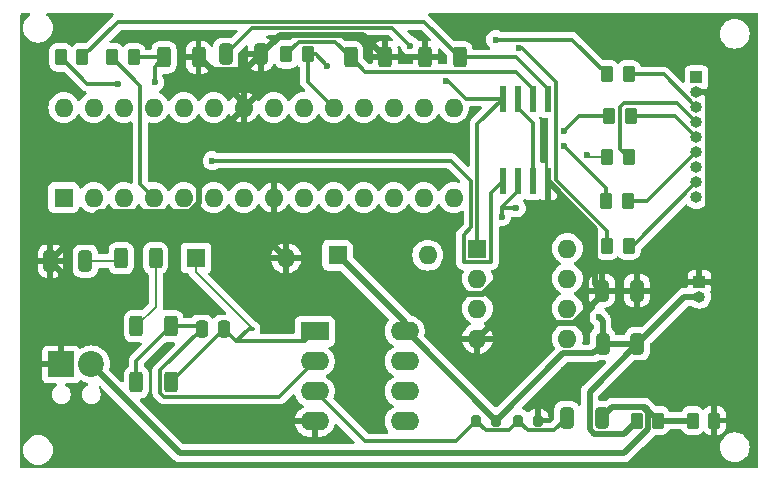
<source format=gbr>
%TF.GenerationSoftware,KiCad,Pcbnew,8.0.7*%
%TF.CreationDate,2025-04-03T15:21:43+05:30*%
%TF.ProjectId,Esdp,45736470-2e6b-4696-9361-645f70636258,rev?*%
%TF.SameCoordinates,Original*%
%TF.FileFunction,Copper,L1,Top*%
%TF.FilePolarity,Positive*%
%FSLAX46Y46*%
G04 Gerber Fmt 4.6, Leading zero omitted, Abs format (unit mm)*
G04 Created by KiCad (PCBNEW 8.0.7) date 2025-04-03 15:21:43*
%MOMM*%
%LPD*%
G01*
G04 APERTURE LIST*
G04 Aperture macros list*
%AMRoundRect*
0 Rectangle with rounded corners*
0 $1 Rounding radius*
0 $2 $3 $4 $5 $6 $7 $8 $9 X,Y pos of 4 corners*
0 Add a 4 corners polygon primitive as box body*
4,1,4,$2,$3,$4,$5,$6,$7,$8,$9,$2,$3,0*
0 Add four circle primitives for the rounded corners*
1,1,$1+$1,$2,$3*
1,1,$1+$1,$4,$5*
1,1,$1+$1,$6,$7*
1,1,$1+$1,$8,$9*
0 Add four rect primitives between the rounded corners*
20,1,$1+$1,$2,$3,$4,$5,0*
20,1,$1+$1,$4,$5,$6,$7,0*
20,1,$1+$1,$6,$7,$8,$9,0*
20,1,$1+$1,$8,$9,$2,$3,0*%
G04 Aperture macros list end*
%TA.AperFunction,ComponentPad*%
%ADD10R,1.000000X1.000000*%
%TD*%
%TA.AperFunction,ComponentPad*%
%ADD11O,1.000000X1.000000*%
%TD*%
%TA.AperFunction,SMDPad,CuDef*%
%ADD12RoundRect,0.250000X-0.262500X-0.450000X0.262500X-0.450000X0.262500X0.450000X-0.262500X0.450000X0*%
%TD*%
%TA.AperFunction,SMDPad,CuDef*%
%ADD13R,0.600000X2.200000*%
%TD*%
%TA.AperFunction,SMDPad,CuDef*%
%ADD14RoundRect,0.250000X0.325000X0.650000X-0.325000X0.650000X-0.325000X-0.650000X0.325000X-0.650000X0*%
%TD*%
%TA.AperFunction,SMDPad,CuDef*%
%ADD15RoundRect,0.250000X-0.325000X-0.650000X0.325000X-0.650000X0.325000X0.650000X-0.325000X0.650000X0*%
%TD*%
%TA.AperFunction,ComponentPad*%
%ADD16R,2.400000X1.600000*%
%TD*%
%TA.AperFunction,ComponentPad*%
%ADD17O,2.400000X1.600000*%
%TD*%
%TA.AperFunction,ComponentPad*%
%ADD18R,1.600000X1.600000*%
%TD*%
%TA.AperFunction,ComponentPad*%
%ADD19O,1.600000X1.600000*%
%TD*%
%TA.AperFunction,SMDPad,CuDef*%
%ADD20RoundRect,0.250000X-0.312500X-0.625000X0.312500X-0.625000X0.312500X0.625000X-0.312500X0.625000X0*%
%TD*%
%TA.AperFunction,SMDPad,CuDef*%
%ADD21RoundRect,0.250000X0.312500X0.625000X-0.312500X0.625000X-0.312500X-0.625000X0.312500X-0.625000X0*%
%TD*%
%TA.AperFunction,SMDPad,CuDef*%
%ADD22RoundRect,0.250000X-0.250000X-0.475000X0.250000X-0.475000X0.250000X0.475000X-0.250000X0.475000X0*%
%TD*%
%TA.AperFunction,SMDPad,CuDef*%
%ADD23RoundRect,0.200000X0.200000X0.275000X-0.200000X0.275000X-0.200000X-0.275000X0.200000X-0.275000X0*%
%TD*%
%TA.AperFunction,ComponentPad*%
%ADD24R,2.200000X2.200000*%
%TD*%
%TA.AperFunction,ComponentPad*%
%ADD25C,2.200000*%
%TD*%
%TA.AperFunction,SMDPad,CuDef*%
%ADD26RoundRect,0.250000X0.262500X0.450000X-0.262500X0.450000X-0.262500X-0.450000X0.262500X-0.450000X0*%
%TD*%
%TA.AperFunction,SMDPad,CuDef*%
%ADD27RoundRect,0.200000X-0.200000X-0.275000X0.200000X-0.275000X0.200000X0.275000X-0.200000X0.275000X0*%
%TD*%
%TA.AperFunction,ViaPad*%
%ADD28C,0.600000*%
%TD*%
%TA.AperFunction,Conductor*%
%ADD29C,0.500000*%
%TD*%
%TA.AperFunction,Conductor*%
%ADD30C,0.200000*%
%TD*%
%TA.AperFunction,Conductor*%
%ADD31C,0.300000*%
%TD*%
G04 APERTURE END LIST*
D10*
%TO.P,J3,1,Pin_1*%
%TO.N,VDD*%
X133750000Y-81440000D03*
D11*
%TO.P,J3,2,Pin_2*%
%TO.N,GND*%
X133750000Y-82710000D03*
%TO.P,J3,3,Pin_3*%
%TO.N,Net-(J3-Pin_3)*%
X133750000Y-83980000D03*
%TO.P,J3,4,Pin_4*%
%TO.N,Net-(J3-Pin_4)*%
X133750000Y-85250000D03*
%TO.P,J3,5,Pin_5*%
%TO.N,Net-(J3-Pin_5)*%
X133750000Y-86520000D03*
%TO.P,J3,6,Pin_6*%
%TO.N,Net-(J3-Pin_6)*%
X133750000Y-87790000D03*
%TO.P,J3,7,Pin_7*%
%TO.N,MISO*%
X133750000Y-89060000D03*
%TO.P,J3,8,Pin_8*%
%TO.N,Net-(J3-Pin_8)*%
X133750000Y-90330000D03*
%TO.P,J3,9,Pin_9*%
%TO.N,VDD*%
X133750000Y-91600000D03*
%TD*%
D12*
%TO.P,R13,1*%
%TO.N,CLK*%
X126175000Y-95690000D03*
%TO.P,R13,2*%
%TO.N,Net-(J3-Pin_8)*%
X128000000Y-95690000D03*
%TD*%
D13*
%TO.P,IC1,1,CS*%
%TO.N,Net-(IC1-CS)*%
X117345000Y-90250000D03*
%TO.P,IC1,2,IO1*%
%TO.N,MISO*%
X118615000Y-90250000D03*
%TO.P,IC1,3,IO2*%
%TO.N,Net-(IC1-IO2)*%
X119885000Y-90250000D03*
%TO.P,IC1,4,GND*%
%TO.N,GND*%
X121155000Y-90250000D03*
%TO.P,IC1,5,IO0*%
%TO.N,Net-(IC1-IO0)*%
X121155000Y-83250000D03*
%TO.P,IC1,6,CLK*%
%TO.N,Net-(IC1-CLK)*%
X119885000Y-83250000D03*
%TO.P,IC1,7,IO3*%
%TO.N,Net-(IC1-IO2)*%
X118615000Y-83250000D03*
%TO.P,IC1,8,VCC*%
%TO.N,Net-(IC1-VCC)*%
X117345000Y-83250000D03*
%TD*%
D14*
%TO.P,C6,1*%
%TO.N,GND*%
X96837500Y-79500000D03*
%TO.P,C6,2*%
%TO.N,Net-(IC1-VCC)*%
X93887500Y-79500000D03*
%TD*%
D15*
%TO.P,C3,1*%
%TO.N,VDD*%
X125800000Y-104000000D03*
%TO.P,C3,2*%
X128750000Y-104000000D03*
%TD*%
D16*
%TO.P,U2,1*%
%TO.N,/op1*%
X101425000Y-102950000D03*
D17*
%TO.P,U2,2,-*%
%TO.N,/op2*%
X101425000Y-105490000D03*
%TO.P,U2,3,+*%
%TO.N,/divider*%
X101425000Y-108030000D03*
%TO.P,U2,4,V-*%
%TO.N,GND*%
X101425000Y-110570000D03*
%TO.P,U2,5,+*%
%TO.N,unconnected-(U2B-+-Pad5)*%
X109045000Y-110570000D03*
%TO.P,U2,6,-*%
%TO.N,unconnected-(U2B---Pad6)*%
X109045000Y-108030000D03*
%TO.P,U2,7*%
%TO.N,unconnected-(U2-Pad7)*%
X109045000Y-105490000D03*
%TO.P,U2,8,V+*%
%TO.N,VDD*%
X109045000Y-102950000D03*
%TD*%
D12*
%TO.P,R19,1*%
%TO.N,SS*%
X84262500Y-79750000D03*
%TO.P,R19,2*%
%TO.N,Net-(IC1-CS)*%
X86087500Y-79750000D03*
%TD*%
D18*
%TO.P,U3,1,OUT*%
%TO.N,Net-(IC1-VCC)*%
X115200000Y-95950000D03*
D19*
%TO.P,U3,2,SENSE*%
X115200000Y-98490000D03*
%TO.P,U3,3,SHUTDOWN*%
%TO.N,unconnected-(U3-SHUTDOWN-Pad3)*%
X115200000Y-101030000D03*
%TO.P,U3,4,GND*%
%TO.N,GND*%
X115200000Y-103570000D03*
%TO.P,U3,5,~{ERROR}*%
%TO.N,unconnected-(U3-~{ERROR}-Pad5)*%
X122820000Y-103570000D03*
%TO.P,U3,6,VTAP*%
%TO.N,Net-(U3-FEEDBACK)*%
X122820000Y-101030000D03*
%TO.P,U3,7,FEEDBACK*%
X122820000Y-98490000D03*
%TO.P,U3,8,IN*%
%TO.N,VDD*%
X122820000Y-95950000D03*
%TD*%
D20*
%TO.P,R18,1*%
%TO.N,Net-(IC1-CS)*%
X88662500Y-79750000D03*
%TO.P,R18,2*%
%TO.N,GND*%
X91587500Y-79750000D03*
%TD*%
D21*
%TO.P,R1,1*%
%TO.N,/op2*%
X89250000Y-102500000D03*
%TO.P,R1,2*%
%TO.N,Net-(R1-Pad2)*%
X86325000Y-102500000D03*
%TD*%
D12*
%TO.P,R10,1*%
%TO.N,Net-(U1-PB0)*%
X126175000Y-88190000D03*
%TO.P,R10,2*%
%TO.N,Net-(J3-Pin_4)*%
X128000000Y-88190000D03*
%TD*%
%TO.P,R12,1*%
%TO.N,MOSI*%
X126087500Y-91940000D03*
%TO.P,R12,2*%
%TO.N,Net-(J3-Pin_6)*%
X127912500Y-91940000D03*
%TD*%
D18*
%TO.P,D2,1,K*%
%TO.N,/op1*%
X91380000Y-96750000D03*
D19*
%TO.P,D2,2,A*%
%TO.N,GND*%
X99000000Y-96750000D03*
%TD*%
D20*
%TO.P,R16,1*%
%TO.N,Net-(IC1-CLK)*%
X104462500Y-79750000D03*
%TO.P,R16,2*%
%TO.N,GND*%
X107387500Y-79750000D03*
%TD*%
D22*
%TO.P,C4,1*%
%TO.N,/op2*%
X91850000Y-102750000D03*
%TO.P,C4,2*%
%TO.N,/op1*%
X93750000Y-102750000D03*
%TD*%
D15*
%TO.P,C5,1*%
%TO.N,/divider*%
X122775000Y-110250000D03*
%TO.P,C5,2*%
%TO.N,MIC_POS*%
X125725000Y-110250000D03*
%TD*%
D21*
%TO.P,R14,1*%
%TO.N,Net-(IC1-IO0)*%
X113712500Y-79750000D03*
%TO.P,R14,2*%
%TO.N,GND*%
X110787500Y-79750000D03*
%TD*%
D23*
%TO.P,R4,1*%
%TO.N,VDD*%
X116750000Y-110500000D03*
%TO.P,R4,2*%
%TO.N,/divider*%
X115100000Y-110500000D03*
%TD*%
D21*
%TO.P,R8,1*%
%TO.N,Net-(R1-Pad2)*%
X87962500Y-96750000D03*
%TO.P,R8,2*%
%TO.N,Net-(C2-Pad1)*%
X85037500Y-96750000D03*
%TD*%
D18*
%TO.P,D1,1,K*%
%TO.N,VDD*%
X103380000Y-96500000D03*
D19*
%TO.P,D1,2,A*%
%TO.N,/op1*%
X111000000Y-96500000D03*
%TD*%
D18*
%TO.P,U1,1,~{RESET}/PC6*%
%TO.N,unconnected-(U1-~{RESET}{slash}PC6-Pad1)*%
X80180000Y-91620000D03*
D19*
%TO.P,U1,2,PD0*%
%TO.N,unconnected-(U1-PD0-Pad2)*%
X82720000Y-91620000D03*
%TO.P,U1,3,PD1*%
%TO.N,unconnected-(U1-PD1-Pad3)*%
X85260000Y-91620000D03*
%TO.P,U1,4,PD2*%
%TO.N,SS*%
X87800000Y-91620000D03*
%TO.P,U1,5,PD3*%
%TO.N,unconnected-(U1-PD3-Pad5)*%
X90340000Y-91620000D03*
%TO.P,U1,6,PD4*%
%TO.N,unconnected-(U1-PD4-Pad6)*%
X92880000Y-91620000D03*
%TO.P,U1,7,VCC*%
%TO.N,VDD*%
X95420000Y-91620000D03*
%TO.P,U1,8,GND*%
%TO.N,GND*%
X97960000Y-91620000D03*
%TO.P,U1,9,XTAL1/PB6*%
%TO.N,unconnected-(U1-XTAL1{slash}PB6-Pad9)*%
X100500000Y-91620000D03*
%TO.P,U1,10,XTAL2/PB7*%
%TO.N,unconnected-(U1-XTAL2{slash}PB7-Pad10)*%
X103040000Y-91620000D03*
%TO.P,U1,11,PD5*%
%TO.N,unconnected-(U1-PD5-Pad11)*%
X105580000Y-91620000D03*
%TO.P,U1,12,PD6*%
%TO.N,unconnected-(U1-PD6-Pad12)*%
X108120000Y-91620000D03*
%TO.P,U1,13,PD7*%
%TO.N,unconnected-(U1-PD7-Pad13)*%
X110660000Y-91620000D03*
%TO.P,U1,14,PB0*%
%TO.N,Net-(U1-PB0)*%
X113200000Y-91620000D03*
%TO.P,U1,15,PB1*%
%TO.N,Net-(U1-PB1)*%
X113200000Y-84000000D03*
%TO.P,U1,16,PB2*%
%TO.N,Net-(U1-PB2)*%
X110660000Y-84000000D03*
%TO.P,U1,17,PB3*%
%TO.N,MOSI*%
X108120000Y-84000000D03*
%TO.P,U1,18,PB4*%
%TO.N,MISO*%
X105580000Y-84000000D03*
%TO.P,U1,19,PB5*%
%TO.N,CLK*%
X103040000Y-84000000D03*
%TO.P,U1,20,AVCC*%
%TO.N,unconnected-(U1-AVCC-Pad20)*%
X100500000Y-84000000D03*
%TO.P,U1,21,AREF*%
%TO.N,unconnected-(U1-AREF-Pad21)*%
X97960000Y-84000000D03*
%TO.P,U1,22,GND*%
%TO.N,GND*%
X95420000Y-84000000D03*
%TO.P,U1,23,PC0*%
%TO.N,/op1*%
X92880000Y-84000000D03*
%TO.P,U1,24,PC1*%
%TO.N,unconnected-(U1-PC1-Pad24)*%
X90340000Y-84000000D03*
%TO.P,U1,25,PC2*%
%TO.N,unconnected-(U1-PC2-Pad25)*%
X87800000Y-84000000D03*
%TO.P,U1,26,PC3*%
%TO.N,unconnected-(U1-PC3-Pad26)*%
X85260000Y-84000000D03*
%TO.P,U1,27,PC4*%
%TO.N,unconnected-(U1-PC4-Pad27)*%
X82720000Y-84000000D03*
%TO.P,U1,28,PC5*%
%TO.N,unconnected-(U1-PC5-Pad28)*%
X80180000Y-84000000D03*
%TD*%
D24*
%TO.P,J2,1,Pin_1*%
%TO.N,GND*%
X79960000Y-105750000D03*
D25*
%TO.P,J2,2,Pin_2*%
%TO.N,MIC_POS*%
X82500000Y-105750000D03*
%TD*%
D12*
%TO.P,R9,1*%
%TO.N,Net-(U1-PB1)*%
X126175000Y-81190000D03*
%TO.P,R9,2*%
%TO.N,Net-(J3-Pin_3)*%
X128000000Y-81190000D03*
%TD*%
D14*
%TO.P,C2,1*%
%TO.N,Net-(C2-Pad1)*%
X82000000Y-97000000D03*
%TO.P,C2,2*%
%TO.N,GND*%
X79050000Y-97000000D03*
%TD*%
D26*
%TO.P,R17,1*%
%TO.N,CLK*%
X100837500Y-79500000D03*
%TO.P,R17,2*%
%TO.N,Net-(IC1-CLK)*%
X99012500Y-79500000D03*
%TD*%
D12*
%TO.P,R11,1*%
%TO.N,Net-(U1-PB2)*%
X126337500Y-84690000D03*
%TO.P,R11,2*%
%TO.N,Net-(J3-Pin_5)*%
X128162500Y-84690000D03*
%TD*%
%TO.P,R7,1*%
%TO.N,VDD*%
X128675000Y-110500000D03*
%TO.P,R7,2*%
%TO.N,MIC_POS*%
X130500000Y-110500000D03*
%TD*%
D15*
%TO.P,C1,1*%
%TO.N,GND*%
X125750000Y-99500000D03*
%TO.P,C1,2*%
X128700000Y-99500000D03*
%TD*%
D27*
%TO.P,R5,1*%
%TO.N,/divider*%
X118675000Y-110500000D03*
%TO.P,R5,2*%
%TO.N,GND*%
X120325000Y-110500000D03*
%TD*%
D12*
%TO.P,R6,1*%
%TO.N,MIC_POS*%
X133425000Y-110500000D03*
%TO.P,R6,2*%
%TO.N,GND*%
X135250000Y-110500000D03*
%TD*%
D20*
%TO.P,R2,1*%
%TO.N,/op2*%
X86325000Y-107250000D03*
%TO.P,R2,2*%
%TO.N,/op1*%
X89250000Y-107250000D03*
%TD*%
D12*
%TO.P,R15,1*%
%TO.N,MOSI*%
X79925000Y-79750000D03*
%TO.P,R15,2*%
%TO.N,Net-(IC1-IO0)*%
X81750000Y-79750000D03*
%TD*%
D10*
%TO.P,J1,1,Pin_1*%
%TO.N,GND*%
X134000000Y-98750000D03*
D11*
%TO.P,J1,2,Pin_2*%
%TO.N,VDD*%
X134000000Y-100020000D03*
%TD*%
D28*
%TO.N,GND*%
X134000000Y-95000000D03*
X122500000Y-106250000D03*
X132500000Y-113000000D03*
X137500000Y-106500000D03*
X132500000Y-103750000D03*
X132500000Y-106750000D03*
X129000000Y-106750000D03*
X96500000Y-111000000D03*
X85250000Y-113000000D03*
X92000000Y-111000000D03*
X131000000Y-78500000D03*
X125250000Y-78500000D03*
X137500000Y-95000000D03*
X137500000Y-103750000D03*
%TO.N,VDD*%
X125500000Y-101750000D03*
%TO.N,Net-(IC1-VCC)*%
X112500000Y-81750000D03*
X109500000Y-78750000D03*
%TO.N,Net-(IC1-CS)*%
X92750000Y-88500000D03*
X87875000Y-81875000D03*
%TO.N,MISO*%
X118500000Y-92500000D03*
X117250000Y-93250000D03*
%TO.N,Net-(U1-PB1)*%
X116750000Y-78250000D03*
%TO.N,Net-(U1-PB0)*%
X124500000Y-88000000D03*
%TO.N,Net-(U1-PB2)*%
X122500000Y-86000000D03*
%TO.N,MOSI*%
X122500000Y-87250000D03*
X84750000Y-82000000D03*
%TO.N,CLK*%
X118750000Y-79000000D03*
X102500000Y-80500000D03*
%TD*%
D29*
%TO.N,GND*%
X97960000Y-95710000D02*
X99000000Y-96750000D01*
X79050000Y-97000000D02*
X83180000Y-92870000D01*
X134000000Y-95000000D02*
X134700000Y-94300000D01*
X125750000Y-99500000D02*
X128700000Y-99500000D01*
X134700000Y-82952894D02*
X134457106Y-82710000D01*
X121155000Y-94302767D02*
X115707767Y-99750000D01*
X120325000Y-108425000D02*
X122500000Y-106250000D01*
X123337767Y-102280000D02*
X125750000Y-99867767D01*
X95420000Y-83582500D02*
X95420000Y-84000000D01*
X121155000Y-90250000D02*
X121155000Y-94302767D01*
X91587500Y-79750000D02*
X92687500Y-80850000D01*
X83180000Y-92870000D02*
X90857767Y-92870000D01*
X135250000Y-99000000D02*
X135000000Y-98750000D01*
X125175000Y-98925000D02*
X125175000Y-94270000D01*
X134457106Y-82710000D02*
X133750000Y-82710000D01*
X105487500Y-77850000D02*
X107387500Y-79750000D01*
X125750000Y-99500000D02*
X125175000Y-98925000D01*
X116490000Y-102280000D02*
X123337767Y-102280000D01*
X125750000Y-99867767D02*
X125750000Y-99500000D01*
X91630000Y-92097767D02*
X91630000Y-87790000D01*
X125175000Y-94270000D02*
X121155000Y-90250000D01*
X96837500Y-79500000D02*
X98487500Y-77850000D01*
X135000000Y-98750000D02*
X134000000Y-98750000D01*
X97960000Y-91620000D02*
X97960000Y-94000000D01*
X115200000Y-103570000D02*
X116490000Y-102280000D01*
X135250000Y-110500000D02*
X135250000Y-99000000D01*
X98487500Y-77850000D02*
X105487500Y-77850000D01*
X107387500Y-79750000D02*
X110787500Y-79750000D01*
X79960000Y-105750000D02*
X79960000Y-97910000D01*
X90857767Y-92870000D02*
X91630000Y-92097767D01*
X91630000Y-87790000D02*
X95420000Y-84000000D01*
X92687500Y-80850000D02*
X95487500Y-80850000D01*
X109130000Y-99750000D02*
X103380000Y-94000000D01*
X95487500Y-80850000D02*
X96837500Y-79500000D01*
X115707767Y-99750000D02*
X109130000Y-99750000D01*
X120325000Y-110500000D02*
X120325000Y-108425000D01*
X79960000Y-97910000D02*
X79050000Y-97000000D01*
X96837500Y-82582500D02*
X95420000Y-84000000D01*
X97960000Y-94000000D02*
X97960000Y-95710000D01*
X134700000Y-94300000D02*
X134700000Y-82952894D01*
X96837500Y-79500000D02*
X96837500Y-82582500D01*
X91587500Y-79750000D02*
X95420000Y-83582500D01*
X103380000Y-94000000D02*
X97960000Y-94000000D01*
D30*
%TO.N,Net-(C2-Pad1)*%
X82000000Y-97000000D02*
X84787500Y-97000000D01*
X84787500Y-97000000D02*
X85037500Y-96750000D01*
D29*
%TO.N,VDD*%
X109045000Y-102950000D02*
X109200000Y-102950000D01*
X124980000Y-104820000D02*
X125800000Y-104000000D01*
X109200000Y-102950000D02*
X116750000Y-110500000D01*
X132730000Y-100020000D02*
X134000000Y-100020000D01*
X122430000Y-104820000D02*
X124980000Y-104820000D01*
X125800000Y-102050000D02*
X125500000Y-101750000D01*
X125800000Y-104000000D02*
X125800000Y-102050000D01*
X128750000Y-104000000D02*
X124700000Y-108050000D01*
X103380000Y-96500000D02*
X109045000Y-102165000D01*
X125103122Y-111600000D02*
X127575000Y-111600000D01*
X127575000Y-111600000D02*
X128675000Y-110500000D01*
X124700000Y-108050000D02*
X124700000Y-111196878D01*
X109045000Y-102165000D02*
X109045000Y-102950000D01*
X116750000Y-110500000D02*
X122430000Y-104820000D01*
X128750000Y-104000000D02*
X132730000Y-100020000D01*
X125800000Y-104000000D02*
X128750000Y-104000000D01*
X124700000Y-111196878D02*
X125103122Y-111600000D01*
%TO.N,MIC_POS*%
X126625000Y-109350000D02*
X129350000Y-109350000D01*
X129637500Y-111246878D02*
X127634378Y-113250000D01*
X129637500Y-109753122D02*
X129637500Y-111246878D01*
X129234378Y-109350000D02*
X129637500Y-109753122D01*
X125725000Y-110250000D02*
X126625000Y-109350000D01*
X90000000Y-113250000D02*
X82500000Y-105750000D01*
X133425000Y-110500000D02*
X130500000Y-110500000D01*
X127634378Y-113250000D02*
X90000000Y-113250000D01*
X126625000Y-109350000D02*
X129234378Y-109350000D01*
X129350000Y-109350000D02*
X130500000Y-110500000D01*
D31*
%TO.N,Net-(IC1-VCC)*%
X98238972Y-77250000D02*
X108000000Y-77250000D01*
X109250000Y-78500000D02*
X109500000Y-78750000D01*
X96137500Y-77250000D02*
X98238972Y-77250000D01*
X112750000Y-81750000D02*
X114250000Y-83250000D01*
X115200000Y-85395000D02*
X117345000Y-83250000D01*
X115200000Y-95950000D02*
X115200000Y-85395000D01*
X93887500Y-79500000D02*
X96137500Y-77250000D01*
X114250000Y-83250000D02*
X117345000Y-83250000D01*
X108000000Y-77250000D02*
X109250000Y-78500000D01*
X112500000Y-81750000D02*
X112750000Y-81750000D01*
%TO.N,Net-(IC1-IO2)*%
X118615000Y-83250000D02*
X118615000Y-84050000D01*
X119885000Y-85320000D02*
X119885000Y-90250000D01*
X118615000Y-84050000D02*
X119885000Y-85320000D01*
%TO.N,Net-(IC1-IO0)*%
X121155000Y-83250000D02*
X121155000Y-82420000D01*
X81750000Y-79750000D02*
X84750000Y-76750000D01*
X84750000Y-76750000D02*
X110712500Y-76750000D01*
X121155000Y-82420000D02*
X118485000Y-79750000D01*
X110712500Y-76750000D02*
X113712500Y-79750000D01*
X118485000Y-79750000D02*
X113712500Y-79750000D01*
%TO.N,Net-(IC1-CLK)*%
X104462500Y-79750000D02*
X103162500Y-78450000D01*
X105687500Y-80975000D02*
X104462500Y-79750000D01*
X118440000Y-80975000D02*
X105687500Y-80975000D01*
X119885000Y-82420000D02*
X118440000Y-80975000D01*
X119885000Y-83250000D02*
X119885000Y-82420000D01*
X103162500Y-78450000D02*
X100062500Y-78450000D01*
X100062500Y-78450000D02*
X99012500Y-79500000D01*
%TO.N,Net-(IC1-CS)*%
X116350000Y-97100000D02*
X114050000Y-97100000D01*
X114700000Y-90250000D02*
X112950000Y-88500000D01*
X87875000Y-81875000D02*
X87875000Y-80537500D01*
X112950000Y-88500000D02*
X92750000Y-88500000D01*
X114050000Y-94800000D02*
X114700000Y-94150000D01*
X116350000Y-91245000D02*
X116350000Y-97100000D01*
X114700000Y-94150000D02*
X114700000Y-90250000D01*
X117345000Y-90250000D02*
X116350000Y-91245000D01*
X87875000Y-80537500D02*
X88662500Y-79750000D01*
X88662500Y-79750000D02*
X86087500Y-79750000D01*
X114050000Y-97100000D02*
X114050000Y-94800000D01*
%TO.N,MISO*%
X117305000Y-92500000D02*
X117250000Y-92445000D01*
X117250000Y-92445000D02*
X117250000Y-93250000D01*
X118500000Y-92500000D02*
X117305000Y-92500000D01*
X105580000Y-84000000D02*
X106000000Y-84000000D01*
X118615000Y-91080000D02*
X117250000Y-92445000D01*
X118615000Y-90250000D02*
X118615000Y-91080000D01*
%TO.N,Net-(J3-Pin_8)*%
X128390000Y-95690000D02*
X133750000Y-90330000D01*
X128000000Y-95690000D02*
X128390000Y-95690000D01*
%TO.N,Net-(J3-Pin_3)*%
X130960000Y-81190000D02*
X133750000Y-83980000D01*
X128000000Y-81190000D02*
X130960000Y-81190000D01*
%TO.N,Net-(J3-Pin_5)*%
X128162500Y-84690000D02*
X131920000Y-84690000D01*
X131920000Y-84690000D02*
X133750000Y-86520000D01*
%TO.N,Net-(J3-Pin_6)*%
X127912500Y-91940000D02*
X129600000Y-91940000D01*
X129600000Y-91940000D02*
X133750000Y-87790000D01*
%TO.N,Net-(J3-Pin_4)*%
X127300000Y-83984544D02*
X127644544Y-83640000D01*
X132140000Y-83640000D02*
X133750000Y-85250000D01*
X127300000Y-87490000D02*
X127300000Y-83984544D01*
X127644544Y-83640000D02*
X132140000Y-83640000D01*
X128000000Y-88190000D02*
X127300000Y-87490000D01*
D30*
%TO.N,Net-(R1-Pad2)*%
X87962500Y-96750000D02*
X87962500Y-100862500D01*
X87962500Y-100862500D02*
X86325000Y-102500000D01*
D31*
%TO.N,Net-(U1-PB1)*%
X123235000Y-78250000D02*
X116750000Y-78250000D01*
X126175000Y-81190000D02*
X123235000Y-78250000D01*
D30*
%TO.N,Net-(U1-PB0)*%
X126175000Y-88190000D02*
X124690000Y-88190000D01*
X124690000Y-88190000D02*
X124500000Y-88000000D01*
D31*
%TO.N,Net-(U1-PB2)*%
X123810000Y-84690000D02*
X122500000Y-86000000D01*
X126337500Y-84690000D02*
X123810000Y-84690000D01*
%TO.N,MOSI*%
X79925000Y-79750000D02*
X82175000Y-82000000D01*
X126087500Y-90837500D02*
X122500000Y-87250000D01*
X126087500Y-91940000D02*
X126087500Y-90837500D01*
X82175000Y-82000000D02*
X84750000Y-82000000D01*
%TO.N,CLK*%
X126175000Y-94421472D02*
X121850000Y-90096472D01*
X126175000Y-95690000D02*
X126175000Y-94421472D01*
X119000000Y-79000000D02*
X118750000Y-79000000D01*
X121850000Y-90096472D02*
X121850000Y-81850000D01*
X100837500Y-79500000D02*
X101500000Y-79500000D01*
X121850000Y-81850000D02*
X119000000Y-79000000D01*
X100837500Y-81797500D02*
X103040000Y-84000000D01*
X100837500Y-79500000D02*
X100837500Y-81797500D01*
X101500000Y-79500000D02*
X102500000Y-80500000D01*
%TO.N,SS*%
X86650000Y-82137500D02*
X84262500Y-79750000D01*
X87800000Y-91620000D02*
X86650000Y-90470000D01*
X86650000Y-90470000D02*
X86650000Y-82137500D01*
%TO.N,/op1*%
X94800000Y-103800000D02*
X100575000Y-103800000D01*
X95850000Y-102750000D02*
X96175000Y-102750000D01*
X100575000Y-103800000D02*
X101425000Y-102950000D01*
D30*
X91380000Y-96750000D02*
X91380000Y-97955000D01*
D31*
X93750000Y-102750000D02*
X94800000Y-103800000D01*
D30*
X91380000Y-97955000D02*
X96175000Y-102750000D01*
D31*
X94800000Y-103800000D02*
X95850000Y-102750000D01*
X93750000Y-102750000D02*
X89250000Y-107250000D01*
%TO.N,/op2*%
X91600000Y-102500000D02*
X91850000Y-102750000D01*
X88337500Y-106262500D02*
X91850000Y-102750000D01*
X101425000Y-105490000D02*
X98440000Y-108475000D01*
X86325000Y-107250000D02*
X86325000Y-105425000D01*
X98440000Y-108475000D02*
X88682044Y-108475000D01*
X86325000Y-105425000D02*
X89250000Y-102500000D01*
X88682044Y-108475000D02*
X88337500Y-108130456D01*
X89250000Y-102500000D02*
X91600000Y-102500000D01*
X88337500Y-108130456D02*
X88337500Y-106262500D01*
%TO.N,/divider*%
X105645000Y-112250000D02*
X113350000Y-112250000D01*
X121700000Y-111325000D02*
X122775000Y-110250000D01*
X115925000Y-111325000D02*
X115100000Y-110500000D01*
X118675000Y-110500000D02*
X117850000Y-111325000D01*
X118675000Y-110500000D02*
X119500000Y-111325000D01*
X113350000Y-112250000D02*
X115100000Y-110500000D01*
X101425000Y-108030000D02*
X105645000Y-112250000D01*
X117850000Y-111325000D02*
X115925000Y-111325000D01*
X119500000Y-111325000D02*
X121700000Y-111325000D01*
%TD*%
%TA.AperFunction,Conductor*%
%TO.N,GND*%
G36*
X88887491Y-103875500D02*
G01*
X89505191Y-103875499D01*
X89572230Y-103895183D01*
X89617985Y-103947987D01*
X89627929Y-104017146D01*
X89598904Y-104080702D01*
X89592872Y-104087180D01*
X87832224Y-105847828D01*
X87794244Y-105904669D01*
X87794245Y-105904670D01*
X87761034Y-105954374D01*
X87711999Y-106072755D01*
X87711997Y-106072761D01*
X87687000Y-106198428D01*
X87687000Y-106198431D01*
X87687000Y-108194525D01*
X87690308Y-108211153D01*
X87690310Y-108211163D01*
X87690309Y-108211163D01*
X87711997Y-108320192D01*
X87711999Y-108320200D01*
X87761034Y-108438581D01*
X87832226Y-108545129D01*
X88267372Y-108980275D01*
X88267375Y-108980277D01*
X88343983Y-109031464D01*
X88373917Y-109051465D01*
X88492300Y-109100501D01*
X88492304Y-109100501D01*
X88492305Y-109100502D01*
X88617972Y-109125500D01*
X88617975Y-109125500D01*
X98504071Y-109125500D01*
X98588615Y-109108682D01*
X98629744Y-109100501D01*
X98748127Y-109051465D01*
X98778061Y-109031464D01*
X98854669Y-108980277D01*
X99550633Y-108284312D01*
X99611954Y-108250829D01*
X99681645Y-108255813D01*
X99737579Y-108297684D01*
X99756243Y-108333676D01*
X99819781Y-108529223D01*
X99863487Y-108614999D01*
X99910323Y-108706920D01*
X99912715Y-108711613D01*
X100033028Y-108877213D01*
X100177786Y-109021971D01*
X100285877Y-109100502D01*
X100343390Y-109142287D01*
X100408617Y-109175522D01*
X100436629Y-109189795D01*
X100487425Y-109237770D01*
X100504220Y-109305591D01*
X100481682Y-109371726D01*
X100436629Y-109410765D01*
X100343650Y-109458140D01*
X100178105Y-109578417D01*
X100178104Y-109578417D01*
X100033417Y-109723104D01*
X100033417Y-109723105D01*
X99913140Y-109888650D01*
X99820244Y-110070970D01*
X99757009Y-110265586D01*
X99748391Y-110320000D01*
X101109314Y-110320000D01*
X101104920Y-110324394D01*
X101052259Y-110415606D01*
X101025000Y-110517339D01*
X101025000Y-110622661D01*
X101052259Y-110724394D01*
X101104920Y-110815606D01*
X101109314Y-110820000D01*
X99748391Y-110820000D01*
X99757009Y-110874413D01*
X99820244Y-111069029D01*
X99913140Y-111251349D01*
X100033417Y-111416894D01*
X100033417Y-111416895D01*
X100178104Y-111561582D01*
X100343650Y-111681859D01*
X100525968Y-111774755D01*
X100720582Y-111837990D01*
X100922683Y-111870000D01*
X101175000Y-111870000D01*
X101175000Y-110885686D01*
X101179394Y-110890080D01*
X101270606Y-110942741D01*
X101372339Y-110970000D01*
X101477661Y-110970000D01*
X101579394Y-110942741D01*
X101670606Y-110890080D01*
X101675000Y-110885686D01*
X101675000Y-111870000D01*
X101927317Y-111870000D01*
X102129417Y-111837990D01*
X102324031Y-111774755D01*
X102506349Y-111681859D01*
X102671894Y-111561582D01*
X102671895Y-111561582D01*
X102816582Y-111416895D01*
X102816582Y-111416894D01*
X102936859Y-111251349D01*
X103029755Y-111069029D01*
X103093359Y-110873280D01*
X103132797Y-110815604D01*
X103197155Y-110788406D01*
X103266002Y-110800321D01*
X103298971Y-110823917D01*
X104762873Y-112287819D01*
X104796358Y-112349142D01*
X104791374Y-112418834D01*
X104749502Y-112474767D01*
X104684038Y-112499184D01*
X104675192Y-112499500D01*
X90362230Y-112499500D01*
X90295191Y-112479815D01*
X90274549Y-112463181D01*
X86644617Y-108833249D01*
X86611132Y-108771926D01*
X86616116Y-108702234D01*
X86657988Y-108646301D01*
X86719695Y-108622211D01*
X86790297Y-108614999D01*
X86956834Y-108559814D01*
X87106156Y-108467712D01*
X87230212Y-108343656D01*
X87322314Y-108194334D01*
X87377499Y-108027797D01*
X87388000Y-107925009D01*
X87387999Y-106574992D01*
X87377499Y-106472203D01*
X87322314Y-106305666D01*
X87230212Y-106156344D01*
X87106156Y-106032288D01*
X87106155Y-106032287D01*
X87034402Y-105988029D01*
X86987678Y-105936081D01*
X86975500Y-105882491D01*
X86975500Y-105745807D01*
X86995185Y-105678768D01*
X87011814Y-105658131D01*
X88761406Y-103908538D01*
X88822727Y-103875055D01*
X88861690Y-103872864D01*
X88887491Y-103875500D01*
G37*
%TD.AperFunction*%
%TA.AperFunction,Conductor*%
G36*
X126055809Y-105420184D02*
G01*
X126101564Y-105472988D01*
X126111508Y-105542146D01*
X126082483Y-105605702D01*
X126076451Y-105612180D01*
X124117045Y-107571586D01*
X124104608Y-107590202D01*
X124087818Y-107615331D01*
X124065944Y-107648068D01*
X124034914Y-107694507D01*
X123978343Y-107831082D01*
X123978340Y-107831092D01*
X123949500Y-107976079D01*
X123949500Y-109110425D01*
X123929815Y-109177464D01*
X123877011Y-109223219D01*
X123807853Y-109233163D01*
X123744297Y-109204138D01*
X123719962Y-109175522D01*
X123692714Y-109131347D01*
X123692711Y-109131343D01*
X123568657Y-109007289D01*
X123568656Y-109007288D01*
X123419334Y-108915186D01*
X123252797Y-108860001D01*
X123252795Y-108860000D01*
X123150010Y-108849500D01*
X122399998Y-108849500D01*
X122399980Y-108849501D01*
X122297203Y-108860000D01*
X122297200Y-108860001D01*
X122130668Y-108915185D01*
X122130663Y-108915187D01*
X121981342Y-109007289D01*
X121857289Y-109131342D01*
X121765187Y-109280663D01*
X121765185Y-109280668D01*
X121747781Y-109333190D01*
X121710001Y-109447203D01*
X121710001Y-109447204D01*
X121710000Y-109447204D01*
X121699500Y-109549983D01*
X121699500Y-110354191D01*
X121679815Y-110421230D01*
X121663181Y-110441872D01*
X121466873Y-110638181D01*
X121405550Y-110671666D01*
X121379192Y-110674500D01*
X120449000Y-110674500D01*
X120381961Y-110654815D01*
X120336206Y-110602011D01*
X120325000Y-110550500D01*
X120325000Y-110500000D01*
X120199000Y-110500000D01*
X120131961Y-110480315D01*
X120086206Y-110427511D01*
X120075000Y-110376000D01*
X120075000Y-110250000D01*
X120575000Y-110250000D01*
X121224999Y-110250000D01*
X121224999Y-110168417D01*
X121218591Y-110097897D01*
X121218590Y-110097892D01*
X121168018Y-109935603D01*
X121080072Y-109790122D01*
X120959877Y-109669927D01*
X120814395Y-109581980D01*
X120814396Y-109581980D01*
X120652105Y-109531409D01*
X120652106Y-109531409D01*
X120581572Y-109525000D01*
X120575000Y-109525000D01*
X120575000Y-110250000D01*
X120075000Y-110250000D01*
X120075000Y-109525000D01*
X120074999Y-109524999D01*
X120068436Y-109525000D01*
X120068417Y-109525001D01*
X119997897Y-109531408D01*
X119997892Y-109531409D01*
X119835603Y-109581981D01*
X119690122Y-109669927D01*
X119690121Y-109669928D01*
X119588035Y-109772015D01*
X119526712Y-109805500D01*
X119457020Y-109800516D01*
X119412673Y-109772015D01*
X119310188Y-109669530D01*
X119164606Y-109581522D01*
X119159096Y-109579805D01*
X119028966Y-109539255D01*
X118970820Y-109500519D01*
X118942846Y-109436494D01*
X118953927Y-109367509D01*
X118978174Y-109333193D01*
X122704549Y-105606819D01*
X122765872Y-105573334D01*
X122792230Y-105570500D01*
X125053920Y-105570500D01*
X125151462Y-105551096D01*
X125198913Y-105541658D01*
X125335495Y-105485084D01*
X125384729Y-105452186D01*
X125430811Y-105421395D01*
X125497489Y-105400519D01*
X125499701Y-105400499D01*
X125988770Y-105400499D01*
X126055809Y-105420184D01*
G37*
%TD.AperFunction*%
%TA.AperFunction,Conductor*%
G36*
X77278051Y-76020185D02*
G01*
X77323806Y-76072989D01*
X77333750Y-76142147D01*
X77304725Y-76205703D01*
X77282135Y-76226075D01*
X77193121Y-76288402D01*
X77038402Y-76443121D01*
X76912900Y-76622357D01*
X76912898Y-76622361D01*
X76820426Y-76820668D01*
X76820422Y-76820677D01*
X76763793Y-77032020D01*
X76763793Y-77032024D01*
X76748028Y-77212221D01*
X76733800Y-77248593D01*
X76743477Y-77263650D01*
X76748028Y-77287778D01*
X76750905Y-77320668D01*
X76763500Y-77464633D01*
X76763793Y-77467975D01*
X76763793Y-77467979D01*
X76820422Y-77679322D01*
X76820424Y-77679326D01*
X76820425Y-77679330D01*
X76850918Y-77744723D01*
X76912897Y-77877638D01*
X76912898Y-77877639D01*
X77038402Y-78056877D01*
X77193123Y-78211598D01*
X77372361Y-78337102D01*
X77570670Y-78429575D01*
X77782023Y-78486207D01*
X77964926Y-78502208D01*
X77999998Y-78505277D01*
X78000000Y-78505277D01*
X78000002Y-78505277D01*
X78028254Y-78502805D01*
X78217977Y-78486207D01*
X78429330Y-78429575D01*
X78627639Y-78337102D01*
X78806877Y-78211598D01*
X78961598Y-78056877D01*
X79087102Y-77877639D01*
X79179575Y-77679330D01*
X79236207Y-77467977D01*
X79255277Y-77250000D01*
X79236207Y-77032023D01*
X79179575Y-76820670D01*
X79087102Y-76622362D01*
X79087100Y-76622359D01*
X79087099Y-76622357D01*
X78961599Y-76443124D01*
X78961596Y-76443121D01*
X78806877Y-76288402D01*
X78744503Y-76244727D01*
X78717864Y-76226074D01*
X78674239Y-76171497D01*
X78667047Y-76101999D01*
X78698569Y-76039644D01*
X78758799Y-76004231D01*
X78788988Y-76000500D01*
X84292064Y-76000500D01*
X84359103Y-76020185D01*
X84404858Y-76072989D01*
X84414802Y-76142147D01*
X84385777Y-76205703D01*
X84360955Y-76227602D01*
X84335328Y-76244724D01*
X82066871Y-78513181D01*
X82005548Y-78546666D01*
X81979190Y-78549500D01*
X81437498Y-78549500D01*
X81437480Y-78549501D01*
X81334703Y-78560000D01*
X81334700Y-78560001D01*
X81168168Y-78615185D01*
X81168163Y-78615187D01*
X81018842Y-78707289D01*
X80925181Y-78800951D01*
X80863858Y-78834436D01*
X80794166Y-78829452D01*
X80749819Y-78800951D01*
X80656157Y-78707289D01*
X80656156Y-78707288D01*
X80506834Y-78615186D01*
X80340297Y-78560001D01*
X80340295Y-78560000D01*
X80237510Y-78549500D01*
X79612498Y-78549500D01*
X79612480Y-78549501D01*
X79509703Y-78560000D01*
X79509700Y-78560001D01*
X79343168Y-78615185D01*
X79343163Y-78615187D01*
X79193842Y-78707289D01*
X79069789Y-78831342D01*
X78977687Y-78980663D01*
X78977685Y-78980668D01*
X78954427Y-79050858D01*
X78922501Y-79147203D01*
X78922501Y-79147204D01*
X78922500Y-79147204D01*
X78912000Y-79249983D01*
X78912000Y-80250001D01*
X78912001Y-80250019D01*
X78922500Y-80352796D01*
X78922501Y-80352799D01*
X78977685Y-80519331D01*
X78977687Y-80519336D01*
X78998970Y-80553841D01*
X79069788Y-80668656D01*
X79193844Y-80792712D01*
X79343166Y-80884814D01*
X79509703Y-80939999D01*
X79612491Y-80950500D01*
X80154191Y-80950499D01*
X80221230Y-80970183D01*
X80241872Y-80986818D01*
X81760325Y-82505272D01*
X81760332Y-82505278D01*
X81866863Y-82576459D01*
X81866867Y-82576461D01*
X81866874Y-82576466D01*
X81925596Y-82600789D01*
X81925597Y-82600789D01*
X81925598Y-82600790D01*
X81963038Y-82616298D01*
X81985256Y-82625501D01*
X82022407Y-82632891D01*
X82037895Y-82635972D01*
X82099806Y-82668357D01*
X82134380Y-82729072D01*
X82130641Y-82798842D01*
X82089774Y-82855514D01*
X82071819Y-82866485D01*
X82071957Y-82866724D01*
X82067265Y-82869432D01*
X81880858Y-82999954D01*
X81719954Y-83160858D01*
X81589432Y-83347265D01*
X81589431Y-83347267D01*
X81562382Y-83405275D01*
X81516209Y-83457714D01*
X81449016Y-83476866D01*
X81382135Y-83456650D01*
X81337618Y-83405275D01*
X81310686Y-83347520D01*
X81310568Y-83347266D01*
X81180047Y-83160861D01*
X81180045Y-83160858D01*
X81019141Y-82999954D01*
X80832734Y-82869432D01*
X80832732Y-82869431D01*
X80626497Y-82773261D01*
X80626488Y-82773258D01*
X80406697Y-82714366D01*
X80406693Y-82714365D01*
X80406692Y-82714365D01*
X80406691Y-82714364D01*
X80406686Y-82714364D01*
X80180002Y-82694532D01*
X80179998Y-82694532D01*
X79953313Y-82714364D01*
X79953302Y-82714366D01*
X79733511Y-82773258D01*
X79733502Y-82773261D01*
X79527267Y-82869431D01*
X79527265Y-82869432D01*
X79340858Y-82999954D01*
X79179954Y-83160858D01*
X79049432Y-83347265D01*
X79049431Y-83347267D01*
X78953261Y-83553502D01*
X78953258Y-83553511D01*
X78894366Y-83773302D01*
X78894364Y-83773313D01*
X78874532Y-83999998D01*
X78874532Y-84000001D01*
X78894364Y-84226686D01*
X78894366Y-84226697D01*
X78953258Y-84446488D01*
X78953261Y-84446497D01*
X79049431Y-84652732D01*
X79049432Y-84652734D01*
X79179954Y-84839141D01*
X79340858Y-85000045D01*
X79340861Y-85000047D01*
X79527266Y-85130568D01*
X79733504Y-85226739D01*
X79953308Y-85285635D01*
X80115230Y-85299801D01*
X80179998Y-85305468D01*
X80180000Y-85305468D01*
X80180002Y-85305468D01*
X80236673Y-85300509D01*
X80406692Y-85285635D01*
X80626496Y-85226739D01*
X80832734Y-85130568D01*
X81019139Y-85000047D01*
X81180047Y-84839139D01*
X81310568Y-84652734D01*
X81337618Y-84594724D01*
X81383790Y-84542285D01*
X81450983Y-84523133D01*
X81517865Y-84543348D01*
X81562382Y-84594725D01*
X81589429Y-84652728D01*
X81589432Y-84652734D01*
X81719954Y-84839141D01*
X81880858Y-85000045D01*
X81880861Y-85000047D01*
X82067266Y-85130568D01*
X82273504Y-85226739D01*
X82493308Y-85285635D01*
X82655230Y-85299801D01*
X82719998Y-85305468D01*
X82720000Y-85305468D01*
X82720002Y-85305468D01*
X82776673Y-85300509D01*
X82946692Y-85285635D01*
X83166496Y-85226739D01*
X83372734Y-85130568D01*
X83559139Y-85000047D01*
X83720047Y-84839139D01*
X83850568Y-84652734D01*
X83877618Y-84594724D01*
X83923790Y-84542285D01*
X83990983Y-84523133D01*
X84057865Y-84543348D01*
X84102382Y-84594725D01*
X84129429Y-84652728D01*
X84129432Y-84652734D01*
X84259954Y-84839141D01*
X84420858Y-85000045D01*
X84420861Y-85000047D01*
X84607266Y-85130568D01*
X84813504Y-85226739D01*
X85033308Y-85285635D01*
X85195230Y-85299801D01*
X85259998Y-85305468D01*
X85260000Y-85305468D01*
X85260002Y-85305468D01*
X85316673Y-85300509D01*
X85486692Y-85285635D01*
X85706496Y-85226739D01*
X85823097Y-85172366D01*
X85892172Y-85161875D01*
X85955956Y-85190394D01*
X85994196Y-85248871D01*
X85999500Y-85284749D01*
X85999500Y-90335250D01*
X85979815Y-90402289D01*
X85927011Y-90448044D01*
X85857853Y-90457988D01*
X85823095Y-90447632D01*
X85759589Y-90418019D01*
X85706496Y-90393261D01*
X85706492Y-90393260D01*
X85706488Y-90393258D01*
X85486697Y-90334366D01*
X85486693Y-90334365D01*
X85486692Y-90334365D01*
X85486691Y-90334364D01*
X85486686Y-90334364D01*
X85260002Y-90314532D01*
X85259998Y-90314532D01*
X85033313Y-90334364D01*
X85033302Y-90334366D01*
X84813511Y-90393258D01*
X84813502Y-90393261D01*
X84607267Y-90489431D01*
X84607265Y-90489432D01*
X84420858Y-90619954D01*
X84259954Y-90780858D01*
X84129432Y-90967265D01*
X84129431Y-90967267D01*
X84102382Y-91025275D01*
X84056209Y-91077714D01*
X83989016Y-91096866D01*
X83922135Y-91076650D01*
X83877618Y-91025275D01*
X83870196Y-91009359D01*
X83850568Y-90967266D01*
X83720047Y-90780861D01*
X83720045Y-90780858D01*
X83559141Y-90619954D01*
X83372734Y-90489432D01*
X83372732Y-90489431D01*
X83166497Y-90393261D01*
X83166488Y-90393258D01*
X82946697Y-90334366D01*
X82946693Y-90334365D01*
X82946692Y-90334365D01*
X82946691Y-90334364D01*
X82946686Y-90334364D01*
X82720002Y-90314532D01*
X82719998Y-90314532D01*
X82493313Y-90334364D01*
X82493302Y-90334366D01*
X82273511Y-90393258D01*
X82273502Y-90393261D01*
X82067267Y-90489431D01*
X82067265Y-90489432D01*
X81880858Y-90619954D01*
X81719954Y-90780858D01*
X81702725Y-90805464D01*
X81648147Y-90849088D01*
X81578648Y-90856280D01*
X81516294Y-90824757D01*
X81480882Y-90764526D01*
X81477861Y-90747591D01*
X81476991Y-90739501D01*
X81474091Y-90712517D01*
X81449936Y-90647755D01*
X81423797Y-90577671D01*
X81423793Y-90577664D01*
X81337547Y-90462455D01*
X81337544Y-90462452D01*
X81222335Y-90376206D01*
X81222328Y-90376202D01*
X81087482Y-90325908D01*
X81087483Y-90325908D01*
X81027883Y-90319501D01*
X81027881Y-90319500D01*
X81027873Y-90319500D01*
X81027864Y-90319500D01*
X79332129Y-90319500D01*
X79332123Y-90319501D01*
X79272516Y-90325908D01*
X79137671Y-90376202D01*
X79137664Y-90376206D01*
X79022455Y-90462452D01*
X79022452Y-90462455D01*
X78936206Y-90577664D01*
X78936202Y-90577671D01*
X78885908Y-90712517D01*
X78879501Y-90772116D01*
X78879500Y-90772135D01*
X78879500Y-92467870D01*
X78879501Y-92467876D01*
X78885908Y-92527483D01*
X78936202Y-92662328D01*
X78936206Y-92662335D01*
X79022452Y-92777544D01*
X79022455Y-92777547D01*
X79137664Y-92863793D01*
X79137671Y-92863797D01*
X79272517Y-92914091D01*
X79272516Y-92914091D01*
X79279444Y-92914835D01*
X79332127Y-92920500D01*
X81027872Y-92920499D01*
X81087483Y-92914091D01*
X81222331Y-92863796D01*
X81337546Y-92777546D01*
X81423796Y-92662331D01*
X81474091Y-92527483D01*
X81477862Y-92492401D01*
X81504599Y-92427855D01*
X81561990Y-92388006D01*
X81631816Y-92385511D01*
X81691905Y-92421163D01*
X81702726Y-92434536D01*
X81719956Y-92459143D01*
X81880858Y-92620045D01*
X81880861Y-92620047D01*
X82067266Y-92750568D01*
X82273504Y-92846739D01*
X82273509Y-92846740D01*
X82273511Y-92846741D01*
X82317979Y-92858656D01*
X82493308Y-92905635D01*
X82655230Y-92919801D01*
X82719998Y-92925468D01*
X82720000Y-92925468D01*
X82720002Y-92925468D01*
X82776807Y-92920498D01*
X82946692Y-92905635D01*
X83166496Y-92846739D01*
X83372734Y-92750568D01*
X83559139Y-92620047D01*
X83720047Y-92459139D01*
X83850568Y-92272734D01*
X83877618Y-92214724D01*
X83923790Y-92162285D01*
X83990983Y-92143133D01*
X84057865Y-92163348D01*
X84102382Y-92214725D01*
X84129429Y-92272728D01*
X84129432Y-92272734D01*
X84259954Y-92459141D01*
X84420858Y-92620045D01*
X84420861Y-92620047D01*
X84607266Y-92750568D01*
X84813504Y-92846739D01*
X84813509Y-92846740D01*
X84813511Y-92846741D01*
X84857979Y-92858656D01*
X85033308Y-92905635D01*
X85195230Y-92919801D01*
X85259998Y-92925468D01*
X85260000Y-92925468D01*
X85260002Y-92925468D01*
X85316807Y-92920498D01*
X85486692Y-92905635D01*
X85706496Y-92846739D01*
X85912734Y-92750568D01*
X86099139Y-92620047D01*
X86260047Y-92459139D01*
X86390568Y-92272734D01*
X86417618Y-92214724D01*
X86463790Y-92162285D01*
X86530983Y-92143133D01*
X86597865Y-92163348D01*
X86642382Y-92214725D01*
X86669429Y-92272728D01*
X86669432Y-92272734D01*
X86799954Y-92459141D01*
X86960858Y-92620045D01*
X86960861Y-92620047D01*
X87147266Y-92750568D01*
X87353504Y-92846739D01*
X87353509Y-92846740D01*
X87353511Y-92846741D01*
X87397979Y-92858656D01*
X87573308Y-92905635D01*
X87735230Y-92919801D01*
X87799998Y-92925468D01*
X87800000Y-92925468D01*
X87800002Y-92925468D01*
X87856807Y-92920498D01*
X88026692Y-92905635D01*
X88246496Y-92846739D01*
X88452734Y-92750568D01*
X88639139Y-92620047D01*
X88800047Y-92459139D01*
X88930568Y-92272734D01*
X88957618Y-92214724D01*
X89003790Y-92162285D01*
X89070983Y-92143133D01*
X89137865Y-92163348D01*
X89182382Y-92214725D01*
X89209429Y-92272728D01*
X89209432Y-92272734D01*
X89339954Y-92459141D01*
X89500858Y-92620045D01*
X89500861Y-92620047D01*
X89687266Y-92750568D01*
X89893504Y-92846739D01*
X89893509Y-92846740D01*
X89893511Y-92846741D01*
X89937979Y-92858656D01*
X90113308Y-92905635D01*
X90275230Y-92919801D01*
X90339998Y-92925468D01*
X90340000Y-92925468D01*
X90340002Y-92925468D01*
X90396807Y-92920498D01*
X90566692Y-92905635D01*
X90786496Y-92846739D01*
X90992734Y-92750568D01*
X91179139Y-92620047D01*
X91340047Y-92459139D01*
X91470568Y-92272734D01*
X91497618Y-92214724D01*
X91543790Y-92162285D01*
X91610983Y-92143133D01*
X91677865Y-92163348D01*
X91722382Y-92214725D01*
X91749429Y-92272728D01*
X91749432Y-92272734D01*
X91879954Y-92459141D01*
X92040858Y-92620045D01*
X92040861Y-92620047D01*
X92227266Y-92750568D01*
X92433504Y-92846739D01*
X92433509Y-92846740D01*
X92433511Y-92846741D01*
X92477979Y-92858656D01*
X92653308Y-92905635D01*
X92815230Y-92919801D01*
X92879998Y-92925468D01*
X92880000Y-92925468D01*
X92880002Y-92925468D01*
X92936807Y-92920498D01*
X93106692Y-92905635D01*
X93326496Y-92846739D01*
X93532734Y-92750568D01*
X93719139Y-92620047D01*
X93880047Y-92459139D01*
X94010568Y-92272734D01*
X94037618Y-92214724D01*
X94083790Y-92162285D01*
X94150983Y-92143133D01*
X94217865Y-92163348D01*
X94262382Y-92214725D01*
X94289429Y-92272728D01*
X94289432Y-92272734D01*
X94419954Y-92459141D01*
X94580858Y-92620045D01*
X94580861Y-92620047D01*
X94767266Y-92750568D01*
X94973504Y-92846739D01*
X94973509Y-92846740D01*
X94973511Y-92846741D01*
X95017979Y-92858656D01*
X95193308Y-92905635D01*
X95355230Y-92919801D01*
X95419998Y-92925468D01*
X95420000Y-92925468D01*
X95420002Y-92925468D01*
X95476807Y-92920498D01*
X95646692Y-92905635D01*
X95866496Y-92846739D01*
X96072734Y-92750568D01*
X96259139Y-92620047D01*
X96420047Y-92459139D01*
X96550568Y-92272734D01*
X96577895Y-92214129D01*
X96624064Y-92161695D01*
X96691257Y-92142542D01*
X96758139Y-92162757D01*
X96802657Y-92214133D01*
X96829865Y-92272482D01*
X96960342Y-92458820D01*
X97121179Y-92619657D01*
X97307517Y-92750134D01*
X97513673Y-92846265D01*
X97513682Y-92846269D01*
X97709999Y-92898872D01*
X97710000Y-92898871D01*
X97710000Y-91935686D01*
X97714394Y-91940080D01*
X97805606Y-91992741D01*
X97907339Y-92020000D01*
X98012661Y-92020000D01*
X98114394Y-91992741D01*
X98205606Y-91940080D01*
X98210000Y-91935686D01*
X98210000Y-92898872D01*
X98406317Y-92846269D01*
X98406326Y-92846265D01*
X98612482Y-92750134D01*
X98798820Y-92619657D01*
X98959657Y-92458820D01*
X99090132Y-92272484D01*
X99117341Y-92214134D01*
X99163513Y-92161695D01*
X99230707Y-92142542D01*
X99297588Y-92162757D01*
X99342105Y-92214132D01*
X99342382Y-92214725D01*
X99369431Y-92272732D01*
X99369432Y-92272734D01*
X99499954Y-92459141D01*
X99660858Y-92620045D01*
X99660861Y-92620047D01*
X99847266Y-92750568D01*
X100053504Y-92846739D01*
X100053509Y-92846740D01*
X100053511Y-92846741D01*
X100097979Y-92858656D01*
X100273308Y-92905635D01*
X100435230Y-92919801D01*
X100499998Y-92925468D01*
X100500000Y-92925468D01*
X100500002Y-92925468D01*
X100556807Y-92920498D01*
X100726692Y-92905635D01*
X100946496Y-92846739D01*
X101152734Y-92750568D01*
X101339139Y-92620047D01*
X101500047Y-92459139D01*
X101630568Y-92272734D01*
X101657618Y-92214724D01*
X101703790Y-92162285D01*
X101770983Y-92143133D01*
X101837865Y-92163348D01*
X101882382Y-92214725D01*
X101909429Y-92272728D01*
X101909432Y-92272734D01*
X102039954Y-92459141D01*
X102200858Y-92620045D01*
X102200861Y-92620047D01*
X102387266Y-92750568D01*
X102593504Y-92846739D01*
X102593509Y-92846740D01*
X102593511Y-92846741D01*
X102637979Y-92858656D01*
X102813308Y-92905635D01*
X102975230Y-92919801D01*
X103039998Y-92925468D01*
X103040000Y-92925468D01*
X103040002Y-92925468D01*
X103096807Y-92920498D01*
X103266692Y-92905635D01*
X103486496Y-92846739D01*
X103692734Y-92750568D01*
X103879139Y-92620047D01*
X104040047Y-92459139D01*
X104170568Y-92272734D01*
X104197618Y-92214724D01*
X104243790Y-92162285D01*
X104310983Y-92143133D01*
X104377865Y-92163348D01*
X104422382Y-92214725D01*
X104449429Y-92272728D01*
X104449432Y-92272734D01*
X104579954Y-92459141D01*
X104740858Y-92620045D01*
X104740861Y-92620047D01*
X104927266Y-92750568D01*
X105133504Y-92846739D01*
X105133509Y-92846740D01*
X105133511Y-92846741D01*
X105177979Y-92858656D01*
X105353308Y-92905635D01*
X105515230Y-92919801D01*
X105579998Y-92925468D01*
X105580000Y-92925468D01*
X105580002Y-92925468D01*
X105636807Y-92920498D01*
X105806692Y-92905635D01*
X106026496Y-92846739D01*
X106232734Y-92750568D01*
X106419139Y-92620047D01*
X106580047Y-92459139D01*
X106710568Y-92272734D01*
X106737618Y-92214724D01*
X106783790Y-92162285D01*
X106850983Y-92143133D01*
X106917865Y-92163348D01*
X106962382Y-92214725D01*
X106989429Y-92272728D01*
X106989432Y-92272734D01*
X107119954Y-92459141D01*
X107280858Y-92620045D01*
X107280861Y-92620047D01*
X107467266Y-92750568D01*
X107673504Y-92846739D01*
X107673509Y-92846740D01*
X107673511Y-92846741D01*
X107717979Y-92858656D01*
X107893308Y-92905635D01*
X108055230Y-92919801D01*
X108119998Y-92925468D01*
X108120000Y-92925468D01*
X108120002Y-92925468D01*
X108176807Y-92920498D01*
X108346692Y-92905635D01*
X108566496Y-92846739D01*
X108772734Y-92750568D01*
X108959139Y-92620047D01*
X109120047Y-92459139D01*
X109250568Y-92272734D01*
X109277618Y-92214724D01*
X109323790Y-92162285D01*
X109390983Y-92143133D01*
X109457865Y-92163348D01*
X109502382Y-92214725D01*
X109529429Y-92272728D01*
X109529432Y-92272734D01*
X109659954Y-92459141D01*
X109820858Y-92620045D01*
X109820861Y-92620047D01*
X110007266Y-92750568D01*
X110213504Y-92846739D01*
X110213509Y-92846740D01*
X110213511Y-92846741D01*
X110257979Y-92858656D01*
X110433308Y-92905635D01*
X110595230Y-92919801D01*
X110659998Y-92925468D01*
X110660000Y-92925468D01*
X110660002Y-92925468D01*
X110716807Y-92920498D01*
X110886692Y-92905635D01*
X111106496Y-92846739D01*
X111312734Y-92750568D01*
X111499139Y-92620047D01*
X111660047Y-92459139D01*
X111790568Y-92272734D01*
X111817618Y-92214724D01*
X111863790Y-92162285D01*
X111930983Y-92143133D01*
X111997865Y-92163348D01*
X112042382Y-92214725D01*
X112069429Y-92272728D01*
X112069432Y-92272734D01*
X112199954Y-92459141D01*
X112360858Y-92620045D01*
X112360861Y-92620047D01*
X112547266Y-92750568D01*
X112753504Y-92846739D01*
X112753509Y-92846740D01*
X112753511Y-92846741D01*
X112797979Y-92858656D01*
X112973308Y-92905635D01*
X113135230Y-92919801D01*
X113199998Y-92925468D01*
X113200000Y-92925468D01*
X113200002Y-92925468D01*
X113256807Y-92920498D01*
X113426692Y-92905635D01*
X113646496Y-92846739D01*
X113852734Y-92750568D01*
X113854377Y-92749417D01*
X113855216Y-92749134D01*
X113857420Y-92747862D01*
X113857675Y-92748304D01*
X113920581Y-92727090D01*
X113988348Y-92744099D01*
X114036162Y-92795046D01*
X114049500Y-92850992D01*
X114049500Y-93829191D01*
X114029815Y-93896230D01*
X114013181Y-93916872D01*
X113544727Y-94385325D01*
X113544724Y-94385328D01*
X113496082Y-94458128D01*
X113473535Y-94491872D01*
X113424499Y-94610255D01*
X113424497Y-94610261D01*
X113399500Y-94735928D01*
X113399500Y-94735931D01*
X113399500Y-97164069D01*
X113399500Y-97164071D01*
X113399499Y-97164071D01*
X113424497Y-97289738D01*
X113424499Y-97289744D01*
X113473533Y-97408124D01*
X113473538Y-97408133D01*
X113544723Y-97514668D01*
X113544726Y-97514672D01*
X113635327Y-97605273D01*
X113635331Y-97605276D01*
X113741866Y-97676461D01*
X113741872Y-97676464D01*
X113741873Y-97676465D01*
X113860256Y-97725501D01*
X113860260Y-97725501D01*
X113860261Y-97725502D01*
X113944405Y-97742240D01*
X114006316Y-97774625D01*
X114040890Y-97835341D01*
X114037150Y-97905110D01*
X114032595Y-97916262D01*
X114004615Y-97976265D01*
X113976895Y-98035712D01*
X113973262Y-98043502D01*
X113973258Y-98043511D01*
X113914366Y-98263302D01*
X113914364Y-98263313D01*
X113894532Y-98489998D01*
X113894532Y-98490001D01*
X113914364Y-98716686D01*
X113914366Y-98716697D01*
X113973258Y-98936488D01*
X113973261Y-98936497D01*
X114069431Y-99142732D01*
X114069432Y-99142734D01*
X114199954Y-99329141D01*
X114360858Y-99490045D01*
X114360861Y-99490047D01*
X114547266Y-99620568D01*
X114578801Y-99635273D01*
X114605275Y-99647618D01*
X114657714Y-99693791D01*
X114676866Y-99760984D01*
X114656650Y-99827865D01*
X114605275Y-99872382D01*
X114547267Y-99899431D01*
X114547265Y-99899432D01*
X114360858Y-100029954D01*
X114199954Y-100190858D01*
X114069432Y-100377265D01*
X114069431Y-100377267D01*
X113973261Y-100583502D01*
X113973258Y-100583511D01*
X113914366Y-100803302D01*
X113914364Y-100803313D01*
X113894532Y-101029998D01*
X113894532Y-101030001D01*
X113914364Y-101256686D01*
X113914366Y-101256697D01*
X113973258Y-101476488D01*
X113973261Y-101476497D01*
X114069431Y-101682732D01*
X114069432Y-101682734D01*
X114199954Y-101869141D01*
X114360858Y-102030045D01*
X114360861Y-102030047D01*
X114547266Y-102160568D01*
X114605865Y-102187893D01*
X114658305Y-102234065D01*
X114677457Y-102301258D01*
X114657242Y-102368139D01*
X114605867Y-102412657D01*
X114547515Y-102439867D01*
X114361179Y-102570342D01*
X114200342Y-102731179D01*
X114069865Y-102917517D01*
X113973734Y-103123673D01*
X113973730Y-103123682D01*
X113921127Y-103319999D01*
X113921128Y-103320000D01*
X114884314Y-103320000D01*
X114879920Y-103324394D01*
X114827259Y-103415606D01*
X114800000Y-103517339D01*
X114800000Y-103622661D01*
X114827259Y-103724394D01*
X114879920Y-103815606D01*
X114884314Y-103820000D01*
X113921128Y-103820000D01*
X113973730Y-104016317D01*
X113973734Y-104016326D01*
X114069865Y-104222482D01*
X114200342Y-104408820D01*
X114361179Y-104569657D01*
X114547517Y-104700134D01*
X114753673Y-104796265D01*
X114753682Y-104796269D01*
X114949999Y-104848872D01*
X114950000Y-104848871D01*
X114950000Y-103885686D01*
X114954394Y-103890080D01*
X115045606Y-103942741D01*
X115147339Y-103970000D01*
X115252661Y-103970000D01*
X115354394Y-103942741D01*
X115445606Y-103890080D01*
X115450000Y-103885686D01*
X115450000Y-104848872D01*
X115646317Y-104796269D01*
X115646326Y-104796265D01*
X115852482Y-104700134D01*
X116038820Y-104569657D01*
X116199657Y-104408820D01*
X116330134Y-104222482D01*
X116426265Y-104016326D01*
X116426269Y-104016317D01*
X116478872Y-103820000D01*
X115515686Y-103820000D01*
X115520080Y-103815606D01*
X115572741Y-103724394D01*
X115600000Y-103622661D01*
X115600000Y-103517339D01*
X115572741Y-103415606D01*
X115520080Y-103324394D01*
X115515686Y-103320000D01*
X116478872Y-103320000D01*
X116478872Y-103319999D01*
X116426269Y-103123682D01*
X116426265Y-103123673D01*
X116330134Y-102917517D01*
X116199657Y-102731179D01*
X116038820Y-102570342D01*
X115852482Y-102439865D01*
X115794133Y-102412657D01*
X115741694Y-102366484D01*
X115722542Y-102299291D01*
X115742758Y-102232410D01*
X115794129Y-102187895D01*
X115852734Y-102160568D01*
X116039139Y-102030047D01*
X116200047Y-101869139D01*
X116330568Y-101682734D01*
X116426739Y-101476496D01*
X116485635Y-101256692D01*
X116505468Y-101030000D01*
X116505060Y-101025341D01*
X116488646Y-100837723D01*
X116485635Y-100803308D01*
X116426739Y-100583504D01*
X116330568Y-100377266D01*
X116200047Y-100190861D01*
X116200045Y-100190858D01*
X116039141Y-100029954D01*
X115852734Y-99899432D01*
X115852728Y-99899429D01*
X115794725Y-99872382D01*
X115742285Y-99826210D01*
X115723133Y-99759017D01*
X115743348Y-99692135D01*
X115794725Y-99647618D01*
X115852734Y-99620568D01*
X116039139Y-99490047D01*
X116200047Y-99329139D01*
X116330568Y-99142734D01*
X116426739Y-98936496D01*
X116485635Y-98716692D01*
X116505468Y-98490000D01*
X116485635Y-98263308D01*
X116440472Y-98094755D01*
X116426741Y-98043511D01*
X116426738Y-98043502D01*
X116426414Y-98042808D01*
X116367403Y-97916259D01*
X116356912Y-97847185D01*
X116385431Y-97783401D01*
X116443908Y-97745161D01*
X116455595Y-97742240D01*
X116481454Y-97737095D01*
X116539744Y-97725501D01*
X116658127Y-97676465D01*
X116764669Y-97605276D01*
X116855276Y-97514669D01*
X116926465Y-97408127D01*
X116975501Y-97289744D01*
X116994084Y-97196326D01*
X117000500Y-97164071D01*
X117000500Y-94166209D01*
X117020185Y-94099170D01*
X117072989Y-94053415D01*
X117138384Y-94042989D01*
X117249997Y-94055565D01*
X117250000Y-94055565D01*
X117250004Y-94055565D01*
X117429249Y-94035369D01*
X117429252Y-94035368D01*
X117429255Y-94035368D01*
X117599522Y-93975789D01*
X117752262Y-93879816D01*
X117879816Y-93752262D01*
X117975789Y-93599522D01*
X118035368Y-93429255D01*
X118044380Y-93349271D01*
X118071446Y-93284856D01*
X118129040Y-93245301D01*
X118198877Y-93243162D01*
X118208555Y-93246111D01*
X118320745Y-93285368D01*
X118320750Y-93285369D01*
X118499996Y-93305565D01*
X118500000Y-93305565D01*
X118500004Y-93305565D01*
X118679249Y-93285369D01*
X118679252Y-93285368D01*
X118679255Y-93285368D01*
X118849522Y-93225789D01*
X119002262Y-93129816D01*
X119129816Y-93002262D01*
X119225789Y-92849522D01*
X119285368Y-92679255D01*
X119285792Y-92675494D01*
X119305565Y-92500003D01*
X119305565Y-92499996D01*
X119285369Y-92320750D01*
X119285368Y-92320745D01*
X119268568Y-92272734D01*
X119225789Y-92150478D01*
X119220802Y-92142542D01*
X119186582Y-92088080D01*
X119129816Y-91997738D01*
X119124750Y-91992672D01*
X119091265Y-91931349D01*
X119096249Y-91861657D01*
X119138121Y-91805724D01*
X119153002Y-91796160D01*
X119157327Y-91793797D01*
X119157331Y-91793796D01*
X119175688Y-91780053D01*
X119241150Y-91755635D01*
X119309424Y-91770485D01*
X119324308Y-91780050D01*
X119342073Y-91793350D01*
X119342669Y-91793796D01*
X119342670Y-91793797D01*
X119417155Y-91821577D01*
X119477517Y-91844091D01*
X119537127Y-91850500D01*
X120232872Y-91850499D01*
X120292483Y-91844091D01*
X120427331Y-91793796D01*
X120446105Y-91779741D01*
X120511565Y-91755323D01*
X120579838Y-91770172D01*
X120594728Y-91779741D01*
X120612908Y-91793351D01*
X120747623Y-91843597D01*
X120747627Y-91843598D01*
X120807155Y-91849999D01*
X120807172Y-91850000D01*
X120905000Y-91850000D01*
X120905000Y-88650000D01*
X120807155Y-88650000D01*
X120747627Y-88656401D01*
X120747616Y-88656404D01*
X120702832Y-88673107D01*
X120633140Y-88678091D01*
X120571817Y-88644605D01*
X120538333Y-88583281D01*
X120535500Y-88556925D01*
X120535500Y-85255928D01*
X120510502Y-85130261D01*
X120510501Y-85130260D01*
X120510501Y-85130256D01*
X120461465Y-85011873D01*
X120461463Y-85011870D01*
X120461458Y-85011861D01*
X120420959Y-84951249D01*
X120400081Y-84884572D01*
X120418566Y-84817192D01*
X120470545Y-84770502D01*
X120539515Y-84759326D01*
X120598371Y-84783092D01*
X120612669Y-84793796D01*
X120747517Y-84844091D01*
X120807127Y-84850500D01*
X121075501Y-84850499D01*
X121142539Y-84870183D01*
X121188294Y-84922987D01*
X121199500Y-84974499D01*
X121199500Y-90160541D01*
X121207459Y-90200554D01*
X121216544Y-90246221D01*
X121216545Y-90246233D01*
X121216546Y-90246233D01*
X121217294Y-90249996D01*
X121224497Y-90286208D01*
X121224499Y-90286216D01*
X121269034Y-90393734D01*
X121273535Y-90404599D01*
X121344723Y-90511141D01*
X121368681Y-90535099D01*
X121402166Y-90596420D01*
X121405000Y-90622780D01*
X121405000Y-91850000D01*
X121502828Y-91850000D01*
X121502844Y-91849999D01*
X121562372Y-91843598D01*
X121562379Y-91843596D01*
X121697086Y-91793354D01*
X121697093Y-91793350D01*
X121812187Y-91707190D01*
X121812190Y-91707187D01*
X121898350Y-91592093D01*
X121898354Y-91592086D01*
X121948596Y-91457379D01*
X121948598Y-91457372D01*
X121954128Y-91405942D01*
X121980866Y-91341391D01*
X122038258Y-91301542D01*
X122108083Y-91299049D01*
X122165098Y-91331516D01*
X125374676Y-94541094D01*
X125408161Y-94602417D01*
X125403177Y-94672109D01*
X125374676Y-94716456D01*
X125319789Y-94771342D01*
X125227687Y-94920663D01*
X125227686Y-94920666D01*
X125172501Y-95087203D01*
X125172501Y-95087204D01*
X125172500Y-95087204D01*
X125162000Y-95189983D01*
X125162000Y-96190001D01*
X125162001Y-96190019D01*
X125172500Y-96292796D01*
X125172501Y-96292799D01*
X125206864Y-96396497D01*
X125227686Y-96459334D01*
X125319788Y-96608656D01*
X125443844Y-96732712D01*
X125593166Y-96824814D01*
X125759703Y-96879999D01*
X125862491Y-96890500D01*
X126487508Y-96890499D01*
X126487516Y-96890498D01*
X126487519Y-96890498D01*
X126543802Y-96884748D01*
X126590297Y-96879999D01*
X126756834Y-96824814D01*
X126906156Y-96732712D01*
X126999819Y-96639049D01*
X127061142Y-96605564D01*
X127130834Y-96610548D01*
X127175181Y-96639049D01*
X127268844Y-96732712D01*
X127418166Y-96824814D01*
X127584703Y-96879999D01*
X127687491Y-96890500D01*
X128312508Y-96890499D01*
X128312516Y-96890498D01*
X128312519Y-96890498D01*
X128368802Y-96884748D01*
X128415297Y-96879999D01*
X128581834Y-96824814D01*
X128731156Y-96732712D01*
X128855212Y-96608656D01*
X128947314Y-96459334D01*
X129002499Y-96292797D01*
X129013000Y-96190009D01*
X129012999Y-96038307D01*
X129032683Y-95971268D01*
X129049313Y-95950631D01*
X132784588Y-92215356D01*
X132845909Y-92181873D01*
X132915601Y-92186857D01*
X132968120Y-92224374D01*
X133039116Y-92310883D01*
X133191460Y-92435909D01*
X133191467Y-92435913D01*
X133365266Y-92528811D01*
X133365269Y-92528811D01*
X133365273Y-92528814D01*
X133553868Y-92586024D01*
X133750000Y-92605341D01*
X133946132Y-92586024D01*
X134134727Y-92528814D01*
X134157831Y-92516465D01*
X134265076Y-92459141D01*
X134308538Y-92435910D01*
X134460883Y-92310883D01*
X134585910Y-92158538D01*
X134660564Y-92018870D01*
X134678811Y-91984733D01*
X134678811Y-91984732D01*
X134678814Y-91984727D01*
X134736024Y-91796132D01*
X134755341Y-91600000D01*
X134736024Y-91403868D01*
X134678814Y-91215273D01*
X134585910Y-91041462D01*
X134585907Y-91041458D01*
X134582523Y-91036393D01*
X134584164Y-91035296D01*
X134560405Y-90979361D01*
X134572194Y-90910493D01*
X134582888Y-90893851D01*
X134582523Y-90893607D01*
X134585904Y-90888544D01*
X134585910Y-90888538D01*
X134678814Y-90714727D01*
X134736024Y-90526132D01*
X134755341Y-90330000D01*
X134736024Y-90133868D01*
X134678814Y-89945273D01*
X134585910Y-89771462D01*
X134585907Y-89771458D01*
X134582523Y-89766393D01*
X134584164Y-89765296D01*
X134560405Y-89709361D01*
X134572194Y-89640493D01*
X134582888Y-89623851D01*
X134582523Y-89623607D01*
X134585904Y-89618544D01*
X134585910Y-89618538D01*
X134678814Y-89444727D01*
X134736024Y-89256132D01*
X134755341Y-89060000D01*
X134736024Y-88863868D01*
X134678814Y-88675273D01*
X134675560Y-88669186D01*
X134629643Y-88583281D01*
X134585910Y-88501462D01*
X134585907Y-88501458D01*
X134582523Y-88496393D01*
X134584164Y-88495296D01*
X134560405Y-88439361D01*
X134572194Y-88370493D01*
X134582888Y-88353851D01*
X134582523Y-88353607D01*
X134585904Y-88348544D01*
X134585910Y-88348538D01*
X134678814Y-88174727D01*
X134736024Y-87986132D01*
X134755341Y-87790000D01*
X134736024Y-87593868D01*
X134678814Y-87405273D01*
X134673532Y-87395392D01*
X134665986Y-87381275D01*
X134585910Y-87231462D01*
X134585907Y-87231458D01*
X134582523Y-87226393D01*
X134584164Y-87225296D01*
X134560405Y-87169361D01*
X134572194Y-87100493D01*
X134582888Y-87083851D01*
X134582523Y-87083607D01*
X134585904Y-87078544D01*
X134585910Y-87078538D01*
X134678814Y-86904727D01*
X134736024Y-86716132D01*
X134755341Y-86520000D01*
X134736024Y-86323868D01*
X134678814Y-86135273D01*
X134585910Y-85961462D01*
X134585907Y-85961458D01*
X134582523Y-85956393D01*
X134584164Y-85955296D01*
X134560405Y-85899361D01*
X134572194Y-85830493D01*
X134582888Y-85813851D01*
X134582523Y-85813607D01*
X134585904Y-85808544D01*
X134585910Y-85808538D01*
X134678814Y-85634727D01*
X134736024Y-85446132D01*
X134755341Y-85250000D01*
X134736024Y-85053868D01*
X134678814Y-84865273D01*
X134585910Y-84691462D01*
X134585907Y-84691458D01*
X134582523Y-84686393D01*
X134584164Y-84685296D01*
X134560405Y-84629361D01*
X134572194Y-84560493D01*
X134582888Y-84543851D01*
X134582523Y-84543607D01*
X134585904Y-84538544D01*
X134585910Y-84538538D01*
X134678814Y-84364727D01*
X134736024Y-84176132D01*
X134755341Y-83980000D01*
X134736024Y-83783868D01*
X134678814Y-83595273D01*
X134585910Y-83421462D01*
X134585906Y-83421457D01*
X134582526Y-83416399D01*
X134584044Y-83415384D01*
X134560081Y-83358962D01*
X134571872Y-83290094D01*
X134582492Y-83273574D01*
X134582111Y-83273320D01*
X134585497Y-83268252D01*
X134678347Y-83094541D01*
X134719160Y-82960000D01*
X133994975Y-82960000D01*
X134030070Y-82924905D01*
X134076148Y-82845095D01*
X134100000Y-82756078D01*
X134100000Y-82663922D01*
X134076148Y-82574905D01*
X134030070Y-82495095D01*
X133994975Y-82460000D01*
X134719160Y-82460000D01*
X134719160Y-82459999D01*
X134678348Y-82325462D01*
X134677345Y-82323585D01*
X134677115Y-82322483D01*
X134676018Y-82319833D01*
X134676520Y-82319624D01*
X134663105Y-82255182D01*
X134687440Y-82190821D01*
X134693796Y-82182331D01*
X134694944Y-82179255D01*
X134724682Y-82099522D01*
X134744091Y-82047483D01*
X134750500Y-81987873D01*
X134750499Y-80892128D01*
X134744091Y-80832517D01*
X134712760Y-80748515D01*
X134693797Y-80697671D01*
X134693793Y-80697664D01*
X134607547Y-80582455D01*
X134607544Y-80582452D01*
X134492335Y-80496206D01*
X134492328Y-80496202D01*
X134357482Y-80445908D01*
X134357483Y-80445908D01*
X134297883Y-80439501D01*
X134297881Y-80439500D01*
X134297873Y-80439500D01*
X134297864Y-80439500D01*
X133202129Y-80439500D01*
X133202123Y-80439501D01*
X133142516Y-80445908D01*
X133007671Y-80496202D01*
X133007664Y-80496206D01*
X132892455Y-80582452D01*
X132892452Y-80582455D01*
X132806206Y-80697664D01*
X132806202Y-80697671D01*
X132755908Y-80832517D01*
X132749501Y-80892116D01*
X132749500Y-80892128D01*
X132749500Y-81760192D01*
X132729815Y-81827231D01*
X132677011Y-81872986D01*
X132607853Y-81882930D01*
X132544297Y-81853905D01*
X132537819Y-81847873D01*
X131374674Y-80684727D01*
X131374673Y-80684726D01*
X131366772Y-80679447D01*
X131275793Y-80618657D01*
X131268123Y-80613532D01*
X131149749Y-80564501D01*
X131149748Y-80564500D01*
X131149744Y-80564499D01*
X131149737Y-80564497D01*
X131149735Y-80564497D01*
X131147573Y-80564067D01*
X131024071Y-80539500D01*
X131024069Y-80539500D01*
X129076233Y-80539500D01*
X129009194Y-80519815D01*
X128963439Y-80467011D01*
X128958528Y-80454506D01*
X128948753Y-80425009D01*
X128947314Y-80420666D01*
X128855212Y-80271344D01*
X128731156Y-80147288D01*
X128638388Y-80090069D01*
X128581836Y-80055187D01*
X128581831Y-80055185D01*
X128580362Y-80054698D01*
X128415297Y-80000001D01*
X128415295Y-80000000D01*
X128312510Y-79989500D01*
X127687498Y-79989500D01*
X127687480Y-79989501D01*
X127584703Y-80000000D01*
X127584700Y-80000001D01*
X127418168Y-80055185D01*
X127418163Y-80055187D01*
X127268842Y-80147289D01*
X127175181Y-80240951D01*
X127113858Y-80274436D01*
X127044166Y-80269452D01*
X126999819Y-80240951D01*
X126906157Y-80147289D01*
X126906156Y-80147288D01*
X126813388Y-80090069D01*
X126756836Y-80055187D01*
X126756831Y-80055185D01*
X126755362Y-80054698D01*
X126590297Y-80000001D01*
X126590295Y-80000000D01*
X126487516Y-79989500D01*
X126487509Y-79989500D01*
X125945808Y-79989500D01*
X125878769Y-79969815D01*
X125858127Y-79953181D01*
X123654947Y-77750000D01*
X135744723Y-77750000D01*
X135763500Y-77964632D01*
X135763793Y-77967975D01*
X135763793Y-77967979D01*
X135820422Y-78179322D01*
X135820424Y-78179326D01*
X135820425Y-78179330D01*
X135856778Y-78257289D01*
X135912897Y-78377638D01*
X135919390Y-78386911D01*
X136038402Y-78556877D01*
X136193123Y-78711598D01*
X136372361Y-78837102D01*
X136570670Y-78929575D01*
X136782023Y-78986207D01*
X136964926Y-79002208D01*
X136999998Y-79005277D01*
X137000000Y-79005277D01*
X137000002Y-79005277D01*
X137028254Y-79002805D01*
X137217977Y-78986207D01*
X137429330Y-78929575D01*
X137627639Y-78837102D01*
X137806877Y-78711598D01*
X137961598Y-78556877D01*
X138087102Y-78377639D01*
X138179575Y-78179330D01*
X138236207Y-77967977D01*
X138255277Y-77750000D01*
X138254815Y-77744723D01*
X138249094Y-77679330D01*
X138236207Y-77532023D01*
X138179575Y-77320670D01*
X138087102Y-77122362D01*
X138087100Y-77122359D01*
X138087099Y-77122357D01*
X137961599Y-76943124D01*
X137943279Y-76924804D01*
X137806877Y-76788402D01*
X137668978Y-76691844D01*
X137627638Y-76662897D01*
X137528484Y-76616661D01*
X137429330Y-76570425D01*
X137429326Y-76570424D01*
X137429322Y-76570422D01*
X137217977Y-76513793D01*
X137000002Y-76494723D01*
X136999998Y-76494723D01*
X136854682Y-76507436D01*
X136782023Y-76513793D01*
X136782020Y-76513793D01*
X136570677Y-76570422D01*
X136570668Y-76570426D01*
X136372361Y-76662898D01*
X136372357Y-76662900D01*
X136193121Y-76788402D01*
X136038402Y-76943121D01*
X135912900Y-77122357D01*
X135912898Y-77122361D01*
X135820426Y-77320668D01*
X135820422Y-77320677D01*
X135763793Y-77532020D01*
X135763793Y-77532024D01*
X135745185Y-77744723D01*
X135744723Y-77750000D01*
X123654947Y-77750000D01*
X123649674Y-77744727D01*
X123649673Y-77744726D01*
X123649669Y-77744723D01*
X123543127Y-77673535D01*
X123424744Y-77624499D01*
X123424738Y-77624497D01*
X123299071Y-77599500D01*
X123299069Y-77599500D01*
X117255068Y-77599500D01*
X117189096Y-77580494D01*
X117099522Y-77524210D01*
X117099518Y-77524209D01*
X116929262Y-77464633D01*
X116929249Y-77464630D01*
X116750004Y-77444435D01*
X116749996Y-77444435D01*
X116570750Y-77464630D01*
X116570745Y-77464631D01*
X116400476Y-77524211D01*
X116247737Y-77620184D01*
X116120184Y-77747737D01*
X116024211Y-77900476D01*
X115964631Y-78070745D01*
X115964630Y-78070750D01*
X115944435Y-78249996D01*
X115944435Y-78250003D01*
X115964630Y-78429249D01*
X115964631Y-78429254D01*
X116024211Y-78599523D01*
X116120184Y-78752262D01*
X116252662Y-78884740D01*
X116251390Y-78886011D01*
X116286295Y-78935740D01*
X116289145Y-79005552D01*
X116253800Y-79065822D01*
X116191482Y-79097416D01*
X116168842Y-79099500D01*
X114889981Y-79099500D01*
X114822942Y-79079815D01*
X114777187Y-79027011D01*
X114766623Y-78988101D01*
X114764999Y-78972203D01*
X114764998Y-78972200D01*
X114750764Y-78929246D01*
X114709814Y-78805666D01*
X114617712Y-78656344D01*
X114493656Y-78532288D01*
X114344334Y-78440186D01*
X114177797Y-78385001D01*
X114177795Y-78385000D01*
X114075010Y-78374500D01*
X113349999Y-78374500D01*
X113349973Y-78374502D01*
X113324184Y-78377136D01*
X113255491Y-78364364D01*
X113223905Y-78341459D01*
X111127174Y-76244727D01*
X111127171Y-76244724D01*
X111101545Y-76227602D01*
X111056740Y-76173990D01*
X111048033Y-76104665D01*
X111078187Y-76041638D01*
X111137630Y-76004918D01*
X111170436Y-76000500D01*
X138875500Y-76000500D01*
X138942539Y-76020185D01*
X138988294Y-76072989D01*
X138999500Y-76124500D01*
X138999500Y-114375500D01*
X138979815Y-114442539D01*
X138927011Y-114488294D01*
X138875500Y-114499500D01*
X78048586Y-114499500D01*
X77998949Y-114484925D01*
X77975846Y-114497069D01*
X77951414Y-114499500D01*
X76624500Y-114499500D01*
X76557461Y-114479815D01*
X76511706Y-114427011D01*
X76500500Y-114375500D01*
X76500500Y-113048585D01*
X76515074Y-112998949D01*
X76514887Y-112998593D01*
X76733800Y-112998593D01*
X76743477Y-113013650D01*
X76748028Y-113037778D01*
X76763793Y-113217975D01*
X76763793Y-113217979D01*
X76820422Y-113429322D01*
X76820424Y-113429326D01*
X76820425Y-113429330D01*
X76844383Y-113480708D01*
X76912897Y-113627638D01*
X76912898Y-113627639D01*
X77038402Y-113806877D01*
X77193123Y-113961598D01*
X77372361Y-114087102D01*
X77570670Y-114179575D01*
X77782023Y-114236207D01*
X77937554Y-114249813D01*
X77962221Y-114251972D01*
X77998594Y-114266199D01*
X78013651Y-114256523D01*
X78037779Y-114251972D01*
X78057539Y-114250243D01*
X78217977Y-114236207D01*
X78429330Y-114179575D01*
X78627639Y-114087102D01*
X78806877Y-113961598D01*
X78961598Y-113806877D01*
X79087102Y-113627639D01*
X79179575Y-113429330D01*
X79236207Y-113217977D01*
X79255277Y-113000000D01*
X79236207Y-112782023D01*
X79179575Y-112570670D01*
X79087102Y-112372362D01*
X79087100Y-112372359D01*
X79087099Y-112372357D01*
X78961599Y-112193124D01*
X78890832Y-112122357D01*
X78806877Y-112038402D01*
X78627639Y-111912898D01*
X78627640Y-111912898D01*
X78627638Y-111912897D01*
X78466998Y-111837990D01*
X78429330Y-111820425D01*
X78429326Y-111820424D01*
X78429322Y-111820422D01*
X78217977Y-111763793D01*
X78000002Y-111744723D01*
X77999998Y-111744723D01*
X77854682Y-111757436D01*
X77782023Y-111763793D01*
X77782020Y-111763793D01*
X77570677Y-111820422D01*
X77570668Y-111820426D01*
X77372361Y-111912898D01*
X77372357Y-111912900D01*
X77193121Y-112038402D01*
X77038402Y-112193121D01*
X76912900Y-112372357D01*
X76912898Y-112372361D01*
X76820426Y-112570668D01*
X76820422Y-112570677D01*
X76763793Y-112782020D01*
X76763793Y-112782024D01*
X76748028Y-112962221D01*
X76733800Y-112998593D01*
X76514887Y-112998593D01*
X76502931Y-112975846D01*
X76500500Y-112951414D01*
X76500500Y-104602155D01*
X78360000Y-104602155D01*
X78360000Y-105500000D01*
X79469252Y-105500000D01*
X79447482Y-105537708D01*
X79410000Y-105677591D01*
X79410000Y-105822409D01*
X79447482Y-105962292D01*
X79469252Y-106000000D01*
X78360000Y-106000000D01*
X78360000Y-106897844D01*
X78366401Y-106957372D01*
X78366403Y-106957379D01*
X78416645Y-107092086D01*
X78416649Y-107092093D01*
X78502809Y-107207187D01*
X78502812Y-107207190D01*
X78617906Y-107293350D01*
X78617913Y-107293354D01*
X78752620Y-107343596D01*
X78752627Y-107343598D01*
X78812155Y-107349999D01*
X78812172Y-107350000D01*
X79517218Y-107350000D01*
X79584257Y-107369685D01*
X79630012Y-107422489D01*
X79639956Y-107491647D01*
X79610931Y-107555203D01*
X79584999Y-107575894D01*
X79585886Y-107577221D01*
X79449711Y-107668210D01*
X79449707Y-107668213D01*
X79338213Y-107779707D01*
X79338210Y-107779711D01*
X79250609Y-107910814D01*
X79250602Y-107910827D01*
X79190264Y-108056498D01*
X79190261Y-108056510D01*
X79159500Y-108211153D01*
X79159500Y-108368846D01*
X79190261Y-108523489D01*
X79190264Y-108523501D01*
X79250602Y-108669172D01*
X79250609Y-108669185D01*
X79338210Y-108800288D01*
X79338213Y-108800292D01*
X79449707Y-108911786D01*
X79449711Y-108911789D01*
X79580814Y-108999390D01*
X79580827Y-108999397D01*
X79658245Y-109031464D01*
X79726503Y-109059737D01*
X79881153Y-109090499D01*
X79881156Y-109090500D01*
X79881158Y-109090500D01*
X80038844Y-109090500D01*
X80038845Y-109090499D01*
X80193497Y-109059737D01*
X80339179Y-108999394D01*
X80470289Y-108911789D01*
X80581789Y-108800289D01*
X80669394Y-108669179D01*
X80729737Y-108523497D01*
X80760500Y-108368842D01*
X80760500Y-108211158D01*
X80760500Y-108211155D01*
X80760499Y-108211153D01*
X80729738Y-108056510D01*
X80729737Y-108056503D01*
X80675271Y-107925009D01*
X80669397Y-107910827D01*
X80669390Y-107910814D01*
X80581789Y-107779711D01*
X80581786Y-107779707D01*
X80470292Y-107668213D01*
X80470288Y-107668210D01*
X80334114Y-107577221D01*
X80335695Y-107574854D01*
X80294526Y-107534470D01*
X80279019Y-107466343D01*
X80302805Y-107400647D01*
X80358334Y-107358240D01*
X80402782Y-107350000D01*
X81107828Y-107350000D01*
X81107844Y-107349999D01*
X81167372Y-107343598D01*
X81167379Y-107343596D01*
X81302086Y-107293354D01*
X81302093Y-107293350D01*
X81417186Y-107207190D01*
X81474498Y-107130633D01*
X81530432Y-107088762D01*
X81600124Y-107083778D01*
X81638555Y-107099217D01*
X81771140Y-107180466D01*
X81862502Y-107218309D01*
X82003889Y-107276873D01*
X82171043Y-107317003D01*
X82231634Y-107351792D01*
X82263799Y-107413818D01*
X82257323Y-107483387D01*
X82214264Y-107538411D01*
X82189550Y-107552137D01*
X82120820Y-107580606D01*
X82120814Y-107580609D01*
X81989711Y-107668210D01*
X81989707Y-107668213D01*
X81878213Y-107779707D01*
X81878210Y-107779711D01*
X81790609Y-107910814D01*
X81790602Y-107910827D01*
X81730264Y-108056498D01*
X81730261Y-108056510D01*
X81699500Y-108211153D01*
X81699500Y-108368846D01*
X81730261Y-108523489D01*
X81730264Y-108523501D01*
X81790602Y-108669172D01*
X81790609Y-108669185D01*
X81878210Y-108800288D01*
X81878213Y-108800292D01*
X81989707Y-108911786D01*
X81989711Y-108911789D01*
X82120814Y-108999390D01*
X82120827Y-108999397D01*
X82198245Y-109031464D01*
X82266503Y-109059737D01*
X82421153Y-109090499D01*
X82421156Y-109090500D01*
X82421158Y-109090500D01*
X82578844Y-109090500D01*
X82578845Y-109090499D01*
X82733497Y-109059737D01*
X82879179Y-108999394D01*
X83010289Y-108911789D01*
X83121789Y-108800289D01*
X83209394Y-108669179D01*
X83269737Y-108523497D01*
X83300500Y-108368842D01*
X83300500Y-108211158D01*
X83300500Y-108211155D01*
X83300499Y-108211153D01*
X83269738Y-108056510D01*
X83269737Y-108056503D01*
X83215271Y-107925009D01*
X83209397Y-107910827D01*
X83209390Y-107910814D01*
X83123403Y-107782126D01*
X83102525Y-107715449D01*
X83121009Y-107648068D01*
X83172988Y-107601378D01*
X83241958Y-107590202D01*
X83306022Y-107618087D01*
X83314186Y-107625554D01*
X89521586Y-113832954D01*
X89551058Y-113852645D01*
X89595268Y-113882184D01*
X89595270Y-113882187D01*
X89595271Y-113882187D01*
X89644496Y-113915079D01*
X89644511Y-113915087D01*
X89701079Y-113938518D01*
X89701080Y-113938518D01*
X89781088Y-113971659D01*
X89897241Y-113994763D01*
X89916468Y-113998587D01*
X89926081Y-114000500D01*
X89926082Y-114000500D01*
X127708298Y-114000500D01*
X127805840Y-113981096D01*
X127853291Y-113971658D01*
X127989873Y-113915084D01*
X128039107Y-113882186D01*
X128039112Y-113882183D01*
X128063449Y-113865921D01*
X128112794Y-113832952D01*
X129163734Y-112782011D01*
X129195748Y-112749997D01*
X135744723Y-112749997D01*
X135744723Y-112750002D01*
X135747525Y-112782024D01*
X135763289Y-112962221D01*
X135763793Y-112967975D01*
X135763793Y-112967979D01*
X135820422Y-113179322D01*
X135820424Y-113179326D01*
X135820425Y-113179330D01*
X135866661Y-113278484D01*
X135912897Y-113377638D01*
X135912898Y-113377639D01*
X136038402Y-113556877D01*
X136193123Y-113711598D01*
X136372361Y-113837102D01*
X136570670Y-113929575D01*
X136782023Y-113986207D01*
X136964926Y-114002208D01*
X136999998Y-114005277D01*
X137000000Y-114005277D01*
X137000002Y-114005277D01*
X137028254Y-114002805D01*
X137217977Y-113986207D01*
X137429330Y-113929575D01*
X137627639Y-113837102D01*
X137806877Y-113711598D01*
X137961598Y-113556877D01*
X138087102Y-113377639D01*
X138179575Y-113179330D01*
X138236207Y-112967977D01*
X138255277Y-112750000D01*
X138236207Y-112532023D01*
X138179575Y-112320670D01*
X138087102Y-112122362D01*
X138087100Y-112122359D01*
X138087099Y-112122357D01*
X137961599Y-111943124D01*
X137888475Y-111870000D01*
X137806877Y-111788402D01*
X137654718Y-111681859D01*
X137627638Y-111662897D01*
X137528484Y-111616661D01*
X137429330Y-111570425D01*
X137429326Y-111570424D01*
X137429322Y-111570422D01*
X137217977Y-111513793D01*
X137000002Y-111494723D01*
X136999998Y-111494723D01*
X136854682Y-111507436D01*
X136782023Y-111513793D01*
X136782020Y-111513793D01*
X136570677Y-111570422D01*
X136570668Y-111570426D01*
X136372361Y-111662898D01*
X136372357Y-111662900D01*
X136193121Y-111788402D01*
X136038402Y-111943121D01*
X135912900Y-112122357D01*
X135912898Y-112122361D01*
X135820426Y-112320668D01*
X135820422Y-112320677D01*
X135763793Y-112532020D01*
X135763793Y-112532024D01*
X135744723Y-112749997D01*
X129195748Y-112749997D01*
X130208928Y-111736818D01*
X130270251Y-111703333D01*
X130296609Y-111700499D01*
X130812502Y-111700499D01*
X130812508Y-111700499D01*
X130915297Y-111689999D01*
X131081834Y-111634814D01*
X131231156Y-111542712D01*
X131355212Y-111418656D01*
X131422599Y-111309402D01*
X131474547Y-111262679D01*
X131528138Y-111250500D01*
X132396862Y-111250500D01*
X132463901Y-111270185D01*
X132502399Y-111309401D01*
X132569788Y-111418656D01*
X132693844Y-111542712D01*
X132843166Y-111634814D01*
X133009703Y-111689999D01*
X133112491Y-111700500D01*
X133737508Y-111700499D01*
X133737516Y-111700498D01*
X133737519Y-111700498D01*
X133793802Y-111694748D01*
X133840297Y-111689999D01*
X134006834Y-111634814D01*
X134156156Y-111542712D01*
X134250175Y-111448692D01*
X134311494Y-111415210D01*
X134381186Y-111420194D01*
X134425534Y-111448695D01*
X134519154Y-111542315D01*
X134668375Y-111634356D01*
X134668380Y-111634358D01*
X134834802Y-111689505D01*
X134834809Y-111689506D01*
X134937519Y-111699999D01*
X135500000Y-111699999D01*
X135562472Y-111699999D01*
X135562486Y-111699998D01*
X135665197Y-111689505D01*
X135831619Y-111634358D01*
X135831624Y-111634356D01*
X135980845Y-111542315D01*
X136104815Y-111418345D01*
X136196856Y-111269124D01*
X136196858Y-111269119D01*
X136252005Y-111102697D01*
X136252006Y-111102690D01*
X136262499Y-110999986D01*
X136262500Y-110999973D01*
X136262500Y-110750000D01*
X135500000Y-110750000D01*
X135500000Y-111699999D01*
X134937519Y-111699999D01*
X134999999Y-111699998D01*
X135000000Y-111699998D01*
X135000000Y-110250000D01*
X135500000Y-110250000D01*
X136262499Y-110250000D01*
X136262499Y-110000028D01*
X136262498Y-110000013D01*
X136252005Y-109897302D01*
X136196858Y-109730880D01*
X136196856Y-109730875D01*
X136104815Y-109581654D01*
X135980845Y-109457684D01*
X135831624Y-109365643D01*
X135831619Y-109365641D01*
X135665197Y-109310494D01*
X135665190Y-109310493D01*
X135562486Y-109300000D01*
X135500000Y-109300000D01*
X135500000Y-110250000D01*
X135000000Y-110250000D01*
X135000000Y-109300000D01*
X134999999Y-109299999D01*
X134937528Y-109300000D01*
X134937511Y-109300001D01*
X134834802Y-109310494D01*
X134668380Y-109365641D01*
X134668375Y-109365643D01*
X134519157Y-109457682D01*
X134425534Y-109551305D01*
X134364210Y-109584789D01*
X134294519Y-109579805D01*
X134250172Y-109551304D01*
X134156157Y-109457289D01*
X134156156Y-109457288D01*
X134038042Y-109384435D01*
X134006836Y-109365187D01*
X134006831Y-109365185D01*
X133998761Y-109362511D01*
X133840297Y-109310001D01*
X133840295Y-109310000D01*
X133737510Y-109299500D01*
X133112498Y-109299500D01*
X133112480Y-109299501D01*
X133009703Y-109310000D01*
X133009700Y-109310001D01*
X132843168Y-109365185D01*
X132843163Y-109365187D01*
X132693842Y-109457289D01*
X132569789Y-109581342D01*
X132569395Y-109581981D01*
X132515150Y-109669928D01*
X132502401Y-109690597D01*
X132450453Y-109737321D01*
X132396862Y-109749500D01*
X131528138Y-109749500D01*
X131461099Y-109729815D01*
X131422599Y-109690597D01*
X131355212Y-109581344D01*
X131231156Y-109457288D01*
X131113042Y-109384435D01*
X131081836Y-109365187D01*
X131081831Y-109365185D01*
X131073761Y-109362511D01*
X130915297Y-109310001D01*
X130915295Y-109310000D01*
X130812516Y-109299500D01*
X130812509Y-109299500D01*
X130412230Y-109299500D01*
X130345191Y-109279815D01*
X130324549Y-109263181D01*
X129828421Y-108767052D01*
X129828414Y-108767046D01*
X129738527Y-108706986D01*
X129738428Y-108706921D01*
X129705495Y-108684916D01*
X129705494Y-108684915D01*
X129705492Y-108684914D01*
X129568917Y-108628343D01*
X129568907Y-108628340D01*
X129423920Y-108599500D01*
X129423918Y-108599500D01*
X129308296Y-108599500D01*
X126698917Y-108599500D01*
X126551082Y-108599500D01*
X126551080Y-108599500D01*
X126406092Y-108628340D01*
X126406082Y-108628343D01*
X126269511Y-108684912D01*
X126269498Y-108684919D01*
X126146587Y-108767046D01*
X126146582Y-108767050D01*
X126100450Y-108813182D01*
X126039127Y-108846666D01*
X126012770Y-108849500D01*
X125574500Y-108849500D01*
X125507461Y-108829815D01*
X125461706Y-108777011D01*
X125450500Y-108725500D01*
X125450500Y-108412229D01*
X125470185Y-108345190D01*
X125486814Y-108324553D01*
X128374549Y-105436817D01*
X128435872Y-105403333D01*
X128462230Y-105400499D01*
X129125002Y-105400499D01*
X129125008Y-105400499D01*
X129227797Y-105389999D01*
X129394334Y-105334814D01*
X129543656Y-105242712D01*
X129667712Y-105118656D01*
X129759814Y-104969334D01*
X129814999Y-104802797D01*
X129825500Y-104700009D01*
X129825499Y-104037228D01*
X129845183Y-103970190D01*
X129861813Y-103949553D01*
X133004549Y-100806819D01*
X133065872Y-100773334D01*
X133092230Y-100770500D01*
X133293022Y-100770500D01*
X133360061Y-100790185D01*
X133371687Y-100798647D01*
X133441460Y-100855909D01*
X133441467Y-100855913D01*
X133615266Y-100948811D01*
X133615269Y-100948811D01*
X133615273Y-100948814D01*
X133803868Y-101006024D01*
X134000000Y-101025341D01*
X134196132Y-101006024D01*
X134384727Y-100948814D01*
X134558538Y-100855910D01*
X134710883Y-100730883D01*
X134835910Y-100578538D01*
X134928814Y-100404727D01*
X134986024Y-100216132D01*
X135005341Y-100020000D01*
X134986024Y-99823868D01*
X134928814Y-99635273D01*
X134927419Y-99632663D01*
X134927100Y-99631135D01*
X134926482Y-99629641D01*
X134926765Y-99629523D01*
X134913174Y-99564261D01*
X134937512Y-99499890D01*
X134943351Y-99492089D01*
X134993597Y-99357376D01*
X134993598Y-99357372D01*
X134999999Y-99297844D01*
X135000000Y-99297827D01*
X135000000Y-99000000D01*
X134244975Y-99000000D01*
X134280070Y-98964905D01*
X134326148Y-98885095D01*
X134350000Y-98796078D01*
X134350000Y-98703922D01*
X134326148Y-98614905D01*
X134280070Y-98535095D01*
X134244975Y-98500000D01*
X134250000Y-98500000D01*
X135000000Y-98500000D01*
X135000000Y-98202172D01*
X134999999Y-98202155D01*
X134993598Y-98142627D01*
X134993596Y-98142620D01*
X134943354Y-98007913D01*
X134943350Y-98007906D01*
X134857190Y-97892812D01*
X134857187Y-97892809D01*
X134742093Y-97806649D01*
X134742086Y-97806645D01*
X134607379Y-97756403D01*
X134607372Y-97756401D01*
X134547844Y-97750000D01*
X134250000Y-97750000D01*
X134250000Y-98500000D01*
X134244975Y-98500000D01*
X134214905Y-98469930D01*
X134135095Y-98423852D01*
X134046078Y-98400000D01*
X133953922Y-98400000D01*
X133864905Y-98423852D01*
X133785095Y-98469930D01*
X133719930Y-98535095D01*
X133673852Y-98614905D01*
X133650000Y-98703922D01*
X133650000Y-98796078D01*
X133673852Y-98885095D01*
X133719930Y-98964905D01*
X133755025Y-99000000D01*
X133000000Y-99000000D01*
X133000000Y-99145500D01*
X132980315Y-99212539D01*
X132927511Y-99258294D01*
X132876000Y-99269500D01*
X132656080Y-99269500D01*
X132511092Y-99298340D01*
X132511086Y-99298342D01*
X132374508Y-99354914D01*
X132374496Y-99354921D01*
X132325269Y-99387813D01*
X132251588Y-99437044D01*
X132251580Y-99437050D01*
X129125449Y-102563181D01*
X129064126Y-102596666D01*
X129037768Y-102599500D01*
X128374998Y-102599500D01*
X128374980Y-102599501D01*
X128272203Y-102610000D01*
X128272200Y-102610001D01*
X128105668Y-102665185D01*
X128105663Y-102665187D01*
X127956342Y-102757289D01*
X127832289Y-102881342D01*
X127740187Y-103030663D01*
X127740186Y-103030666D01*
X127695835Y-103164505D01*
X127656064Y-103221949D01*
X127591549Y-103248772D01*
X127578131Y-103249500D01*
X126971870Y-103249500D01*
X126904831Y-103229815D01*
X126859076Y-103177011D01*
X126854164Y-103164505D01*
X126842669Y-103129815D01*
X126809814Y-103030666D01*
X126717712Y-102881344D01*
X126593656Y-102757288D01*
X126588549Y-102752181D01*
X126590435Y-102750294D01*
X126557212Y-102703375D01*
X126550500Y-102663132D01*
X126550500Y-101976079D01*
X126521659Y-101831092D01*
X126521658Y-101831091D01*
X126521658Y-101831087D01*
X126519127Y-101824976D01*
X126465086Y-101694509D01*
X126465085Y-101694507D01*
X126456409Y-101681523D01*
X126432186Y-101645270D01*
X126395382Y-101590187D01*
X126382956Y-101571589D01*
X126382952Y-101571584D01*
X126253307Y-101441939D01*
X126230653Y-101405869D01*
X126228813Y-101406756D01*
X126225792Y-101400484D01*
X126225789Y-101400480D01*
X126225789Y-101400478D01*
X126129816Y-101247738D01*
X126002262Y-101120184D01*
X125997338Y-101115260D01*
X125998446Y-101114151D01*
X125963076Y-101063755D01*
X125960228Y-100993944D01*
X125995574Y-100933675D01*
X126057894Y-100902083D01*
X126080530Y-100899999D01*
X126124971Y-100899999D01*
X126124987Y-100899998D01*
X126227697Y-100889505D01*
X126394119Y-100834358D01*
X126394124Y-100834356D01*
X126543345Y-100742315D01*
X126667315Y-100618345D01*
X126759356Y-100469124D01*
X126759358Y-100469119D01*
X126814505Y-100302697D01*
X126814506Y-100302690D01*
X126824999Y-100199986D01*
X127625001Y-100199986D01*
X127635494Y-100302697D01*
X127690641Y-100469119D01*
X127690643Y-100469124D01*
X127782684Y-100618345D01*
X127906654Y-100742315D01*
X128055875Y-100834356D01*
X128055880Y-100834358D01*
X128222302Y-100889505D01*
X128222309Y-100889506D01*
X128325019Y-100899999D01*
X128449999Y-100899999D01*
X128950000Y-100899999D01*
X129074972Y-100899999D01*
X129074986Y-100899998D01*
X129177697Y-100889505D01*
X129344119Y-100834358D01*
X129344124Y-100834356D01*
X129493345Y-100742315D01*
X129617315Y-100618345D01*
X129709356Y-100469124D01*
X129709358Y-100469119D01*
X129764505Y-100302697D01*
X129764506Y-100302690D01*
X129774999Y-100199986D01*
X129775000Y-100199973D01*
X129775000Y-99750000D01*
X128950000Y-99750000D01*
X128950000Y-100899999D01*
X128449999Y-100899999D01*
X128450000Y-100899998D01*
X128450000Y-99750000D01*
X127625001Y-99750000D01*
X127625001Y-100199986D01*
X126824999Y-100199986D01*
X126825000Y-100199973D01*
X126825000Y-99750000D01*
X124675001Y-99750000D01*
X124675001Y-100199986D01*
X124685494Y-100302697D01*
X124740641Y-100469119D01*
X124740643Y-100469124D01*
X124832684Y-100618345D01*
X124956654Y-100742315D01*
X125111334Y-100837723D01*
X125158058Y-100889671D01*
X125169281Y-100958634D01*
X125141437Y-101022716D01*
X125112210Y-101048255D01*
X124997740Y-101120182D01*
X124997737Y-101120184D01*
X124870184Y-101247737D01*
X124774211Y-101400476D01*
X124714631Y-101570745D01*
X124714630Y-101570750D01*
X124694435Y-101749996D01*
X124694435Y-101750003D01*
X124714630Y-101929249D01*
X124714631Y-101929254D01*
X124774211Y-102099523D01*
X124829738Y-102187893D01*
X124870184Y-102252262D01*
X124997738Y-102379816D01*
X124997742Y-102379819D01*
X125002809Y-102383859D01*
X125042952Y-102441046D01*
X125049500Y-102480809D01*
X125049500Y-102663132D01*
X125029815Y-102730171D01*
X125010616Y-102751346D01*
X125011451Y-102752181D01*
X124882289Y-102881342D01*
X124790187Y-103030663D01*
X124790186Y-103030666D01*
X124735001Y-103197203D01*
X124735001Y-103197204D01*
X124735000Y-103197204D01*
X124724500Y-103299983D01*
X124724500Y-103945500D01*
X124704815Y-104012539D01*
X124652011Y-104058294D01*
X124600500Y-104069500D01*
X124194137Y-104069500D01*
X124127098Y-104049815D01*
X124081343Y-103997011D01*
X124071399Y-103927853D01*
X124074362Y-103913407D01*
X124089346Y-103857482D01*
X124105635Y-103796692D01*
X124125468Y-103570000D01*
X124105635Y-103343308D01*
X124046739Y-103123504D01*
X123950568Y-102917266D01*
X123820047Y-102730861D01*
X123820045Y-102730858D01*
X123659141Y-102569954D01*
X123472734Y-102439432D01*
X123472728Y-102439429D01*
X123414725Y-102412382D01*
X123362285Y-102366210D01*
X123343133Y-102299017D01*
X123363348Y-102232135D01*
X123414725Y-102187618D01*
X123472734Y-102160568D01*
X123659139Y-102030047D01*
X123820047Y-101869139D01*
X123950568Y-101682734D01*
X124046739Y-101476496D01*
X124105635Y-101256692D01*
X124125468Y-101030000D01*
X124125060Y-101025341D01*
X124108646Y-100837723D01*
X124105635Y-100803308D01*
X124046739Y-100583504D01*
X123950568Y-100377266D01*
X123820047Y-100190861D01*
X123820045Y-100190858D01*
X123659141Y-100029954D01*
X123472734Y-99899432D01*
X123472728Y-99899429D01*
X123414725Y-99872382D01*
X123362285Y-99826210D01*
X123343133Y-99759017D01*
X123363348Y-99692135D01*
X123414725Y-99647618D01*
X123472734Y-99620568D01*
X123659139Y-99490047D01*
X123820047Y-99329139D01*
X123950568Y-99142734D01*
X124046739Y-98936496D01*
X124083309Y-98800013D01*
X124675000Y-98800013D01*
X124675000Y-99250000D01*
X125500000Y-99250000D01*
X126000000Y-99250000D01*
X126824999Y-99250000D01*
X126824999Y-98800028D01*
X126824998Y-98800013D01*
X127625000Y-98800013D01*
X127625000Y-99250000D01*
X128450000Y-99250000D01*
X128950000Y-99250000D01*
X129774999Y-99250000D01*
X129774999Y-98800028D01*
X129774998Y-98800013D01*
X129764505Y-98697302D01*
X129709358Y-98530880D01*
X129709356Y-98530875D01*
X129617315Y-98381654D01*
X129493345Y-98257684D01*
X129403319Y-98202155D01*
X133000000Y-98202155D01*
X133000000Y-98500000D01*
X133750000Y-98500000D01*
X133750000Y-97750000D01*
X133452155Y-97750000D01*
X133392627Y-97756401D01*
X133392620Y-97756403D01*
X133257913Y-97806645D01*
X133257906Y-97806649D01*
X133142812Y-97892809D01*
X133142809Y-97892812D01*
X133056649Y-98007906D01*
X133056645Y-98007913D01*
X133006403Y-98142620D01*
X133006401Y-98142627D01*
X133000000Y-98202155D01*
X129403319Y-98202155D01*
X129344124Y-98165643D01*
X129344119Y-98165641D01*
X129177697Y-98110494D01*
X129177690Y-98110493D01*
X129074986Y-98100000D01*
X128950000Y-98100000D01*
X128950000Y-99250000D01*
X128450000Y-99250000D01*
X128450000Y-98100000D01*
X128325027Y-98100000D01*
X128325012Y-98100001D01*
X128222302Y-98110494D01*
X128055880Y-98165641D01*
X128055875Y-98165643D01*
X127906654Y-98257684D01*
X127782684Y-98381654D01*
X127690643Y-98530875D01*
X127690641Y-98530880D01*
X127635494Y-98697302D01*
X127635493Y-98697309D01*
X127625000Y-98800013D01*
X126824998Y-98800013D01*
X126814505Y-98697302D01*
X126759358Y-98530880D01*
X126759356Y-98530875D01*
X126667315Y-98381654D01*
X126543345Y-98257684D01*
X126394124Y-98165643D01*
X126394119Y-98165641D01*
X126227697Y-98110494D01*
X126227690Y-98110493D01*
X126124986Y-98100000D01*
X126000000Y-98100000D01*
X126000000Y-99250000D01*
X125500000Y-99250000D01*
X125500000Y-98100000D01*
X125375027Y-98100000D01*
X125375012Y-98100001D01*
X125272302Y-98110494D01*
X125105880Y-98165641D01*
X125105875Y-98165643D01*
X124956654Y-98257684D01*
X124832684Y-98381654D01*
X124740643Y-98530875D01*
X124740641Y-98530880D01*
X124685494Y-98697302D01*
X124685493Y-98697309D01*
X124675000Y-98800013D01*
X124083309Y-98800013D01*
X124105635Y-98716692D01*
X124125468Y-98490000D01*
X124105635Y-98263308D01*
X124060472Y-98094755D01*
X124046741Y-98043511D01*
X124046738Y-98043502D01*
X124046414Y-98042808D01*
X123950568Y-97837266D01*
X123824728Y-97657546D01*
X123820045Y-97650858D01*
X123659141Y-97489954D01*
X123472734Y-97359432D01*
X123472728Y-97359429D01*
X123414725Y-97332382D01*
X123362285Y-97286210D01*
X123343133Y-97219017D01*
X123363348Y-97152135D01*
X123414725Y-97107618D01*
X123472734Y-97080568D01*
X123659139Y-96950047D01*
X123820047Y-96789139D01*
X123950568Y-96602734D01*
X124046739Y-96396496D01*
X124105635Y-96176692D01*
X124123525Y-95972204D01*
X124125468Y-95950001D01*
X124125468Y-95949998D01*
X124116064Y-95842516D01*
X124105635Y-95723308D01*
X124047463Y-95506206D01*
X124046741Y-95503511D01*
X124046738Y-95503502D01*
X124031641Y-95471127D01*
X123950568Y-95297266D01*
X123820047Y-95110861D01*
X123820045Y-95110858D01*
X123659141Y-94949954D01*
X123472734Y-94819432D01*
X123472732Y-94819431D01*
X123266497Y-94723261D01*
X123266488Y-94723258D01*
X123046697Y-94664366D01*
X123046693Y-94664365D01*
X123046692Y-94664365D01*
X123046691Y-94664364D01*
X123046686Y-94664364D01*
X122820002Y-94644532D01*
X122819998Y-94644532D01*
X122593313Y-94664364D01*
X122593302Y-94664366D01*
X122373511Y-94723258D01*
X122373502Y-94723261D01*
X122167267Y-94819431D01*
X122167265Y-94819432D01*
X121980858Y-94949954D01*
X121819954Y-95110858D01*
X121689432Y-95297265D01*
X121689431Y-95297267D01*
X121593261Y-95503502D01*
X121593258Y-95503511D01*
X121534366Y-95723302D01*
X121534364Y-95723313D01*
X121514532Y-95949998D01*
X121514532Y-95950001D01*
X121534364Y-96176686D01*
X121534366Y-96176697D01*
X121593258Y-96396488D01*
X121593261Y-96396497D01*
X121689431Y-96602732D01*
X121689432Y-96602734D01*
X121819954Y-96789141D01*
X121980858Y-96950045D01*
X121980861Y-96950047D01*
X122167266Y-97080568D01*
X122225275Y-97107618D01*
X122277714Y-97153791D01*
X122296866Y-97220984D01*
X122276650Y-97287865D01*
X122225275Y-97332382D01*
X122167267Y-97359431D01*
X122167265Y-97359432D01*
X121980858Y-97489954D01*
X121819954Y-97650858D01*
X121689432Y-97837265D01*
X121689431Y-97837267D01*
X121593261Y-98043502D01*
X121593258Y-98043511D01*
X121534366Y-98263302D01*
X121534364Y-98263313D01*
X121514532Y-98489998D01*
X121514532Y-98490001D01*
X121534364Y-98716686D01*
X121534366Y-98716697D01*
X121593258Y-98936488D01*
X121593261Y-98936497D01*
X121689431Y-99142732D01*
X121689432Y-99142734D01*
X121819954Y-99329141D01*
X121980858Y-99490045D01*
X121980861Y-99490047D01*
X122167266Y-99620568D01*
X122198801Y-99635273D01*
X122225275Y-99647618D01*
X122277714Y-99693791D01*
X122296866Y-99760984D01*
X122276650Y-99827865D01*
X122225275Y-99872382D01*
X122167267Y-99899431D01*
X122167265Y-99899432D01*
X121980858Y-100029954D01*
X121819954Y-100190858D01*
X121689432Y-100377265D01*
X121689431Y-100377267D01*
X121593261Y-100583502D01*
X121593258Y-100583511D01*
X121534366Y-100803302D01*
X121534364Y-100803313D01*
X121514532Y-101029998D01*
X121514532Y-101030001D01*
X121534364Y-101256686D01*
X121534366Y-101256697D01*
X121593258Y-101476488D01*
X121593261Y-101476497D01*
X121689431Y-101682732D01*
X121689432Y-101682734D01*
X121819954Y-101869141D01*
X121980858Y-102030045D01*
X121980861Y-102030047D01*
X122167266Y-102160568D01*
X122225275Y-102187618D01*
X122277714Y-102233791D01*
X122296866Y-102300984D01*
X122276650Y-102367865D01*
X122225275Y-102412382D01*
X122167267Y-102439431D01*
X122167265Y-102439432D01*
X121980858Y-102569954D01*
X121819954Y-102730858D01*
X121689432Y-102917265D01*
X121689431Y-102917267D01*
X121593261Y-103123502D01*
X121593258Y-103123511D01*
X121534366Y-103343302D01*
X121534364Y-103343313D01*
X121514532Y-103569998D01*
X121514532Y-103570001D01*
X121534364Y-103796686D01*
X121534366Y-103796697D01*
X121593258Y-104016488D01*
X121593260Y-104016492D01*
X121593261Y-104016496D01*
X121623201Y-104080702D01*
X121689430Y-104222731D01*
X121689431Y-104222733D01*
X121689432Y-104222734D01*
X121743611Y-104300111D01*
X121765938Y-104366315D01*
X121748928Y-104434082D01*
X121729717Y-104458913D01*
X116837680Y-109350950D01*
X116776357Y-109384435D01*
X116706665Y-109379451D01*
X116662318Y-109350950D01*
X110731017Y-103419649D01*
X110697532Y-103358326D01*
X110700767Y-103293650D01*
X110713477Y-103254534D01*
X110745500Y-103052352D01*
X110745500Y-102847648D01*
X110727053Y-102731179D01*
X110713477Y-102645465D01*
X110683155Y-102552144D01*
X110650220Y-102450781D01*
X110650218Y-102450778D01*
X110650218Y-102450776D01*
X110607129Y-102366210D01*
X110557287Y-102268390D01*
X110531146Y-102232410D01*
X110436971Y-102102786D01*
X110292213Y-101958028D01*
X110126613Y-101837715D01*
X110126612Y-101837714D01*
X110126610Y-101837713D01*
X109944219Y-101744780D01*
X109749534Y-101681523D01*
X109749531Y-101681522D01*
X109749532Y-101681522D01*
X109638849Y-101663991D01*
X109575714Y-101634061D01*
X109570567Y-101629199D01*
X104716818Y-96775450D01*
X104683333Y-96714127D01*
X104680499Y-96687769D01*
X104680499Y-96499998D01*
X109694532Y-96499998D01*
X109694532Y-96500000D01*
X109714364Y-96726686D01*
X109714366Y-96726697D01*
X109773258Y-96946488D01*
X109773261Y-96946497D01*
X109869431Y-97152732D01*
X109869432Y-97152734D01*
X109999954Y-97339141D01*
X110160858Y-97500045D01*
X110181748Y-97514672D01*
X110347266Y-97630568D01*
X110553504Y-97726739D01*
X110773308Y-97785635D01*
X110935230Y-97799801D01*
X110999998Y-97805468D01*
X111000000Y-97805468D01*
X111000002Y-97805468D01*
X111056807Y-97800498D01*
X111226692Y-97785635D01*
X111446496Y-97726739D01*
X111652734Y-97630568D01*
X111839139Y-97500047D01*
X112000047Y-97339139D01*
X112130568Y-97152734D01*
X112226739Y-96946496D01*
X112285635Y-96726692D01*
X112305468Y-96500000D01*
X112285635Y-96273308D01*
X112226739Y-96053504D01*
X112130568Y-95847266D01*
X112000047Y-95660861D01*
X112000045Y-95660858D01*
X111839141Y-95499954D01*
X111652734Y-95369432D01*
X111652732Y-95369431D01*
X111446497Y-95273261D01*
X111446488Y-95273258D01*
X111226697Y-95214366D01*
X111226693Y-95214365D01*
X111226692Y-95214365D01*
X111226691Y-95214364D01*
X111226686Y-95214364D01*
X111000002Y-95194532D01*
X110999998Y-95194532D01*
X110773313Y-95214364D01*
X110773302Y-95214366D01*
X110553511Y-95273258D01*
X110553502Y-95273261D01*
X110347267Y-95369431D01*
X110347265Y-95369432D01*
X110160858Y-95499954D01*
X109999954Y-95660858D01*
X109869432Y-95847265D01*
X109869431Y-95847267D01*
X109773261Y-96053502D01*
X109773258Y-96053511D01*
X109714366Y-96273302D01*
X109714364Y-96273313D01*
X109694532Y-96499998D01*
X104680499Y-96499998D01*
X104680499Y-95652129D01*
X104680498Y-95652123D01*
X104680497Y-95652116D01*
X104674091Y-95592517D01*
X104651627Y-95532289D01*
X104623797Y-95457671D01*
X104623793Y-95457664D01*
X104537547Y-95342455D01*
X104537544Y-95342452D01*
X104422335Y-95256206D01*
X104422328Y-95256202D01*
X104287482Y-95205908D01*
X104287483Y-95205908D01*
X104227883Y-95199501D01*
X104227881Y-95199500D01*
X104227873Y-95199500D01*
X104227864Y-95199500D01*
X102532129Y-95199500D01*
X102532123Y-95199501D01*
X102472516Y-95205908D01*
X102337671Y-95256202D01*
X102337664Y-95256206D01*
X102222455Y-95342452D01*
X102222452Y-95342455D01*
X102136206Y-95457664D01*
X102136202Y-95457671D01*
X102085908Y-95592517D01*
X102079501Y-95652116D01*
X102079501Y-95652123D01*
X102079500Y-95652135D01*
X102079500Y-97347870D01*
X102079501Y-97347876D01*
X102085908Y-97407483D01*
X102136202Y-97542328D01*
X102136206Y-97542335D01*
X102222452Y-97657544D01*
X102222455Y-97657547D01*
X102337664Y-97743793D01*
X102337671Y-97743797D01*
X102472517Y-97794091D01*
X102472516Y-97794091D01*
X102479444Y-97794835D01*
X102532127Y-97800500D01*
X103567769Y-97800499D01*
X103634808Y-97820183D01*
X103655450Y-97836818D01*
X107699541Y-101880909D01*
X107733026Y-101942232D01*
X107728042Y-102011924D01*
X107699543Y-102056269D01*
X107653036Y-102102777D01*
X107653030Y-102102784D01*
X107532715Y-102268386D01*
X107439781Y-102450776D01*
X107376522Y-102645465D01*
X107344500Y-102847648D01*
X107344500Y-103052351D01*
X107376522Y-103254534D01*
X107439781Y-103449223D01*
X107501320Y-103569998D01*
X107528153Y-103622661D01*
X107532715Y-103631613D01*
X107653028Y-103797213D01*
X107797786Y-103941971D01*
X107901258Y-104017146D01*
X107963390Y-104062287D01*
X108052212Y-104107544D01*
X108056080Y-104109515D01*
X108106876Y-104157490D01*
X108123671Y-104225311D01*
X108101134Y-104291446D01*
X108056080Y-104330485D01*
X107963386Y-104377715D01*
X107797786Y-104498028D01*
X107653028Y-104642786D01*
X107532715Y-104808386D01*
X107439781Y-104990776D01*
X107376522Y-105185465D01*
X107345763Y-105379672D01*
X107344500Y-105387648D01*
X107344500Y-105592352D01*
X107348878Y-105619995D01*
X107376522Y-105794534D01*
X107439781Y-105989223D01*
X107502581Y-106112472D01*
X107529655Y-106165609D01*
X107532715Y-106171613D01*
X107653028Y-106337213D01*
X107797786Y-106481971D01*
X107952749Y-106594556D01*
X107963390Y-106602287D01*
X108054840Y-106648883D01*
X108056080Y-106649515D01*
X108106876Y-106697490D01*
X108123671Y-106765311D01*
X108101134Y-106831446D01*
X108056080Y-106870485D01*
X107963386Y-106917715D01*
X107797786Y-107038028D01*
X107653028Y-107182786D01*
X107532715Y-107348386D01*
X107439781Y-107530776D01*
X107376522Y-107725465D01*
X107344500Y-107927648D01*
X107344500Y-108132351D01*
X107376522Y-108334534D01*
X107439781Y-108529223D01*
X107483487Y-108614999D01*
X107530323Y-108706920D01*
X107532715Y-108711613D01*
X107653028Y-108877213D01*
X107797786Y-109021971D01*
X107905877Y-109100502D01*
X107963390Y-109142287D01*
X108032429Y-109177464D01*
X108056080Y-109189515D01*
X108106876Y-109237490D01*
X108123671Y-109305311D01*
X108101134Y-109371446D01*
X108056080Y-109410485D01*
X107963386Y-109457715D01*
X107797786Y-109578028D01*
X107653028Y-109722786D01*
X107532715Y-109888386D01*
X107439781Y-110070776D01*
X107376522Y-110265465D01*
X107344500Y-110467648D01*
X107344500Y-110672351D01*
X107376522Y-110874534D01*
X107439781Y-111069223D01*
X107503691Y-111194653D01*
X107532147Y-111250500D01*
X107532715Y-111251613D01*
X107642423Y-111402615D01*
X107665903Y-111468421D01*
X107650077Y-111536475D01*
X107599971Y-111585170D01*
X107542105Y-111599500D01*
X105965808Y-111599500D01*
X105898769Y-111579815D01*
X105878127Y-111563181D01*
X103031122Y-108716176D01*
X102997637Y-108654853D01*
X103002621Y-108585161D01*
X103008313Y-108572212D01*
X103030220Y-108529219D01*
X103093477Y-108334534D01*
X103125500Y-108132352D01*
X103125500Y-107927648D01*
X103102068Y-107779707D01*
X103093477Y-107725465D01*
X103043478Y-107571586D01*
X103030220Y-107530781D01*
X103030218Y-107530778D01*
X103030218Y-107530776D01*
X102948137Y-107369685D01*
X102937287Y-107348390D01*
X102928055Y-107335683D01*
X102816971Y-107182786D01*
X102672213Y-107038028D01*
X102506614Y-106917715D01*
X102467615Y-106897844D01*
X102413917Y-106870483D01*
X102363123Y-106822511D01*
X102346328Y-106754690D01*
X102368865Y-106688555D01*
X102413917Y-106649516D01*
X102506610Y-106602287D01*
X102544194Y-106574981D01*
X102672213Y-106481971D01*
X102672215Y-106481968D01*
X102672219Y-106481966D01*
X102816966Y-106337219D01*
X102816968Y-106337215D01*
X102816971Y-106337213D01*
X102909969Y-106209210D01*
X102937287Y-106171610D01*
X103030220Y-105989219D01*
X103093477Y-105794534D01*
X103125500Y-105592352D01*
X103125500Y-105387648D01*
X103117132Y-105334814D01*
X103093477Y-105185465D01*
X103064127Y-105095137D01*
X103030220Y-104990781D01*
X103030218Y-104990778D01*
X103030218Y-104990776D01*
X102996503Y-104924607D01*
X102937287Y-104808390D01*
X102895228Y-104750500D01*
X102816971Y-104642786D01*
X102672219Y-104498034D01*
X102635930Y-104471669D01*
X102593264Y-104416339D01*
X102587285Y-104346726D01*
X102619890Y-104284931D01*
X102680728Y-104250573D01*
X102695562Y-104248060D01*
X102732483Y-104244091D01*
X102801158Y-104218477D01*
X102867331Y-104193796D01*
X102982546Y-104107546D01*
X103068796Y-103992331D01*
X103119091Y-103857483D01*
X103125500Y-103797873D01*
X103125499Y-102102128D01*
X103119091Y-102042517D01*
X103114439Y-102030045D01*
X103068797Y-101907671D01*
X103068793Y-101907664D01*
X102982547Y-101792455D01*
X102982544Y-101792452D01*
X102867335Y-101706206D01*
X102867328Y-101706202D01*
X102732482Y-101655908D01*
X102732483Y-101655908D01*
X102672883Y-101649501D01*
X102672881Y-101649500D01*
X102672873Y-101649500D01*
X102672864Y-101649500D01*
X100177129Y-101649500D01*
X100177123Y-101649501D01*
X100117516Y-101655908D01*
X99982671Y-101706202D01*
X99982664Y-101706206D01*
X99867455Y-101792452D01*
X99867452Y-101792455D01*
X99781206Y-101907664D01*
X99781202Y-101907671D01*
X99730908Y-102042517D01*
X99729430Y-102056269D01*
X99724500Y-102102127D01*
X99724500Y-102610001D01*
X99724501Y-103025500D01*
X99704817Y-103092539D01*
X99652013Y-103138294D01*
X99600501Y-103149500D01*
X96899196Y-103149500D01*
X96832157Y-103129815D01*
X96786402Y-103077011D01*
X96776458Y-103007853D01*
X96784635Y-102978047D01*
X96800501Y-102939744D01*
X96825500Y-102814069D01*
X96825500Y-102685931D01*
X96825500Y-102685928D01*
X96800502Y-102560261D01*
X96800501Y-102560260D01*
X96800501Y-102560256D01*
X96751465Y-102441873D01*
X96751464Y-102441872D01*
X96751461Y-102441866D01*
X96680276Y-102335331D01*
X96680273Y-102335327D01*
X96589672Y-102244726D01*
X96589668Y-102244723D01*
X96483133Y-102173538D01*
X96483128Y-102173536D01*
X96483127Y-102173535D01*
X96445553Y-102157971D01*
X96405326Y-102131091D01*
X92435277Y-98161042D01*
X92401792Y-98099719D01*
X92406776Y-98030027D01*
X92448646Y-97974096D01*
X92537546Y-97907546D01*
X92623796Y-97792331D01*
X92674091Y-97657483D01*
X92680500Y-97597873D01*
X92680499Y-96499999D01*
X97721127Y-96499999D01*
X97721128Y-96500000D01*
X98684314Y-96500000D01*
X98679920Y-96504394D01*
X98627259Y-96595606D01*
X98600000Y-96697339D01*
X98600000Y-96802661D01*
X98627259Y-96904394D01*
X98679920Y-96995606D01*
X98684314Y-97000000D01*
X97721128Y-97000000D01*
X97773730Y-97196317D01*
X97773734Y-97196326D01*
X97869865Y-97402482D01*
X98000342Y-97588820D01*
X98161179Y-97749657D01*
X98347517Y-97880134D01*
X98553673Y-97976265D01*
X98553682Y-97976269D01*
X98749999Y-98028872D01*
X98750000Y-98028871D01*
X98750000Y-97065686D01*
X98754394Y-97070080D01*
X98845606Y-97122741D01*
X98947339Y-97150000D01*
X99052661Y-97150000D01*
X99154394Y-97122741D01*
X99245606Y-97070080D01*
X99250000Y-97065686D01*
X99250000Y-98028872D01*
X99446317Y-97976269D01*
X99446326Y-97976265D01*
X99652482Y-97880134D01*
X99838820Y-97749657D01*
X99999657Y-97588820D01*
X100130134Y-97402482D01*
X100226265Y-97196326D01*
X100226269Y-97196317D01*
X100278872Y-97000000D01*
X99315686Y-97000000D01*
X99320080Y-96995606D01*
X99372741Y-96904394D01*
X99400000Y-96802661D01*
X99400000Y-96697339D01*
X99372741Y-96595606D01*
X99320080Y-96504394D01*
X99315686Y-96500000D01*
X100278872Y-96500000D01*
X100278872Y-96499999D01*
X100226269Y-96303682D01*
X100226265Y-96303673D01*
X100130134Y-96097517D01*
X99999657Y-95911179D01*
X99838820Y-95750342D01*
X99652482Y-95619865D01*
X99446328Y-95523734D01*
X99250000Y-95471127D01*
X99250000Y-96434314D01*
X99245606Y-96429920D01*
X99154394Y-96377259D01*
X99052661Y-96350000D01*
X98947339Y-96350000D01*
X98845606Y-96377259D01*
X98754394Y-96429920D01*
X98750000Y-96434314D01*
X98750000Y-95471127D01*
X98553671Y-95523734D01*
X98347517Y-95619865D01*
X98161179Y-95750342D01*
X98000342Y-95911179D01*
X97869865Y-96097517D01*
X97773734Y-96303673D01*
X97773730Y-96303682D01*
X97721127Y-96499999D01*
X92680499Y-96499999D01*
X92680499Y-95902128D01*
X92674091Y-95842517D01*
X92660347Y-95805668D01*
X92623797Y-95707671D01*
X92623793Y-95707664D01*
X92537547Y-95592455D01*
X92537544Y-95592452D01*
X92422335Y-95506206D01*
X92422328Y-95506202D01*
X92287482Y-95455908D01*
X92287483Y-95455908D01*
X92227883Y-95449501D01*
X92227881Y-95449500D01*
X92227873Y-95449500D01*
X92227864Y-95449500D01*
X90532129Y-95449500D01*
X90532123Y-95449501D01*
X90472516Y-95455908D01*
X90337671Y-95506202D01*
X90337664Y-95506206D01*
X90222455Y-95592452D01*
X90222452Y-95592455D01*
X90136206Y-95707664D01*
X90136202Y-95707671D01*
X90085908Y-95842517D01*
X90081734Y-95881344D01*
X90079501Y-95902123D01*
X90079500Y-95902135D01*
X90079500Y-97597870D01*
X90079501Y-97597876D01*
X90085908Y-97657483D01*
X90136202Y-97792328D01*
X90136206Y-97792335D01*
X90222452Y-97907544D01*
X90222455Y-97907547D01*
X90337664Y-97993793D01*
X90337671Y-97993797D01*
X90375500Y-98007906D01*
X90472517Y-98044091D01*
X90532127Y-98050500D01*
X90688756Y-98050499D01*
X90755795Y-98070183D01*
X90801550Y-98122987D01*
X90808530Y-98142404D01*
X90820421Y-98186781D01*
X90820422Y-98186784D01*
X90820423Y-98186785D01*
X90843834Y-98227334D01*
X90899477Y-98323712D01*
X90899481Y-98323717D01*
X91018349Y-98442585D01*
X91018355Y-98442590D01*
X93888584Y-101312819D01*
X93922069Y-101374142D01*
X93917085Y-101443834D01*
X93875213Y-101499767D01*
X93809749Y-101524184D01*
X93800903Y-101524500D01*
X93449998Y-101524500D01*
X93449980Y-101524501D01*
X93347203Y-101535000D01*
X93347200Y-101535001D01*
X93180668Y-101590185D01*
X93180663Y-101590187D01*
X93031342Y-101682289D01*
X92907285Y-101806346D01*
X92905537Y-101809182D01*
X92903829Y-101810717D01*
X92902807Y-101812011D01*
X92902585Y-101811836D01*
X92853589Y-101855905D01*
X92784626Y-101867126D01*
X92720544Y-101839282D01*
X92694463Y-101809182D01*
X92692714Y-101806346D01*
X92568657Y-101682289D01*
X92568656Y-101682288D01*
X92419334Y-101590186D01*
X92252797Y-101535001D01*
X92252795Y-101535000D01*
X92150010Y-101524500D01*
X91549998Y-101524500D01*
X91549980Y-101524501D01*
X91447203Y-101535000D01*
X91447200Y-101535001D01*
X91280668Y-101590185D01*
X91280663Y-101590187D01*
X91131342Y-101682289D01*
X91002181Y-101811451D01*
X91000294Y-101809564D01*
X90953375Y-101842788D01*
X90913132Y-101849500D01*
X90427481Y-101849500D01*
X90360442Y-101829815D01*
X90314687Y-101777011D01*
X90304123Y-101738101D01*
X90302499Y-101722203D01*
X90302498Y-101722200D01*
X90289420Y-101682734D01*
X90247314Y-101555666D01*
X90155212Y-101406344D01*
X90031156Y-101282288D01*
X89881834Y-101190186D01*
X89715297Y-101135001D01*
X89715295Y-101135000D01*
X89612510Y-101124500D01*
X88887498Y-101124500D01*
X88887480Y-101124501D01*
X88784703Y-101135000D01*
X88784697Y-101135002D01*
X88702812Y-101162136D01*
X88632984Y-101164538D01*
X88572942Y-101128806D01*
X88541750Y-101066285D01*
X88544034Y-101012338D01*
X88563001Y-100941557D01*
X88563001Y-100783442D01*
X88563001Y-100775847D01*
X88563000Y-100775829D01*
X88563000Y-98148347D01*
X88582685Y-98081308D01*
X88621901Y-98042810D01*
X88743656Y-97967712D01*
X88867712Y-97843656D01*
X88959814Y-97694334D01*
X89014999Y-97527797D01*
X89025500Y-97425009D01*
X89025499Y-96074992D01*
X89014999Y-95972203D01*
X88959814Y-95805666D01*
X88867712Y-95656344D01*
X88743656Y-95532288D01*
X88609436Y-95449501D01*
X88594336Y-95440187D01*
X88594331Y-95440185D01*
X88592862Y-95439698D01*
X88427797Y-95385001D01*
X88427795Y-95385000D01*
X88325010Y-95374500D01*
X87599998Y-95374500D01*
X87599980Y-95374501D01*
X87497203Y-95385000D01*
X87497200Y-95385001D01*
X87330668Y-95440185D01*
X87330663Y-95440187D01*
X87181342Y-95532289D01*
X87057289Y-95656342D01*
X86965187Y-95805663D01*
X86965186Y-95805666D01*
X86910001Y-95972203D01*
X86910001Y-95972204D01*
X86910000Y-95972204D01*
X86899500Y-96074983D01*
X86899500Y-97425001D01*
X86899501Y-97425018D01*
X86910000Y-97527796D01*
X86910001Y-97527799D01*
X86952996Y-97657547D01*
X86965186Y-97694334D01*
X87057288Y-97843656D01*
X87181344Y-97967712D01*
X87303097Y-98042809D01*
X87349821Y-98094755D01*
X87362000Y-98148347D01*
X87362000Y-100562401D01*
X87342315Y-100629440D01*
X87325681Y-100650082D01*
X86877749Y-101098013D01*
X86816426Y-101131498D01*
X86777465Y-101133690D01*
X86687510Y-101124500D01*
X85962498Y-101124500D01*
X85962480Y-101124501D01*
X85859703Y-101135000D01*
X85859700Y-101135001D01*
X85693168Y-101190185D01*
X85693163Y-101190187D01*
X85543842Y-101282289D01*
X85419789Y-101406342D01*
X85327687Y-101555663D01*
X85327685Y-101555668D01*
X85301708Y-101634061D01*
X85272501Y-101722203D01*
X85272501Y-101722204D01*
X85272500Y-101722204D01*
X85262000Y-101824983D01*
X85262000Y-103175001D01*
X85262001Y-103175018D01*
X85272500Y-103277796D01*
X85272501Y-103277799D01*
X85327685Y-103444331D01*
X85327687Y-103444336D01*
X85362569Y-103500888D01*
X85419788Y-103593656D01*
X85543844Y-103717712D01*
X85693166Y-103809814D01*
X85859703Y-103864999D01*
X85962491Y-103875500D01*
X86655192Y-103875499D01*
X86722231Y-103895183D01*
X86767986Y-103947987D01*
X86777930Y-104017146D01*
X86748905Y-104080702D01*
X86742873Y-104087180D01*
X85819723Y-105010330D01*
X85812500Y-105021141D01*
X85784229Y-105063453D01*
X85748538Y-105116867D01*
X85748533Y-105116875D01*
X85699499Y-105235255D01*
X85699497Y-105235261D01*
X85674500Y-105360928D01*
X85674500Y-105882491D01*
X85654815Y-105949530D01*
X85615598Y-105988029D01*
X85543844Y-106032287D01*
X85419789Y-106156342D01*
X85327687Y-106305663D01*
X85327686Y-106305666D01*
X85272501Y-106472203D01*
X85272501Y-106472204D01*
X85272500Y-106472204D01*
X85262000Y-106574983D01*
X85262000Y-107151270D01*
X85242315Y-107218309D01*
X85189511Y-107264064D01*
X85120353Y-107274008D01*
X85056797Y-107244983D01*
X85050319Y-107238951D01*
X84081901Y-106270533D01*
X84048416Y-106209210D01*
X84049007Y-106153910D01*
X84085683Y-106001148D01*
X84105449Y-105750000D01*
X84085683Y-105498852D01*
X84026873Y-105253889D01*
X83998531Y-105185465D01*
X83930466Y-105021140D01*
X83798839Y-104806346D01*
X83798838Y-104806343D01*
X83751143Y-104750500D01*
X83635224Y-104614776D01*
X83498530Y-104498028D01*
X83443656Y-104451161D01*
X83443653Y-104451160D01*
X83228859Y-104319533D01*
X82996110Y-104223126D01*
X82751151Y-104164317D01*
X82500000Y-104144551D01*
X82248848Y-104164317D01*
X82003889Y-104223126D01*
X81771145Y-104319531D01*
X81638555Y-104400783D01*
X81571109Y-104419027D01*
X81504506Y-104397910D01*
X81474499Y-104369366D01*
X81417190Y-104292812D01*
X81417187Y-104292809D01*
X81302093Y-104206649D01*
X81302086Y-104206645D01*
X81167379Y-104156403D01*
X81167372Y-104156401D01*
X81107844Y-104150000D01*
X80210000Y-104150000D01*
X80210000Y-105259252D01*
X80172292Y-105237482D01*
X80032409Y-105200000D01*
X79887591Y-105200000D01*
X79747708Y-105237482D01*
X79710000Y-105259252D01*
X79710000Y-104150000D01*
X78812155Y-104150000D01*
X78752627Y-104156401D01*
X78752620Y-104156403D01*
X78617913Y-104206645D01*
X78617906Y-104206649D01*
X78502812Y-104292809D01*
X78502809Y-104292812D01*
X78416649Y-104407906D01*
X78416645Y-104407913D01*
X78366403Y-104542620D01*
X78366401Y-104542627D01*
X78360000Y-104602155D01*
X76500500Y-104602155D01*
X76500500Y-97699986D01*
X77975001Y-97699986D01*
X77985494Y-97802697D01*
X78040641Y-97969119D01*
X78040643Y-97969124D01*
X78132684Y-98118345D01*
X78256654Y-98242315D01*
X78405875Y-98334356D01*
X78405880Y-98334358D01*
X78572302Y-98389505D01*
X78572309Y-98389506D01*
X78675019Y-98399999D01*
X78799999Y-98399999D01*
X79300000Y-98399999D01*
X79424972Y-98399999D01*
X79424986Y-98399998D01*
X79527697Y-98389505D01*
X79694119Y-98334358D01*
X79694124Y-98334356D01*
X79843345Y-98242315D01*
X79967315Y-98118345D01*
X80059356Y-97969124D01*
X80059358Y-97969119D01*
X80114505Y-97802697D01*
X80114506Y-97802690D01*
X80124999Y-97699986D01*
X80125000Y-97699973D01*
X80125000Y-97250000D01*
X79300000Y-97250000D01*
X79300000Y-98399999D01*
X78799999Y-98399999D01*
X78800000Y-98399998D01*
X78800000Y-97250000D01*
X77975001Y-97250000D01*
X77975001Y-97699986D01*
X76500500Y-97699986D01*
X76500500Y-96300013D01*
X77975000Y-96300013D01*
X77975000Y-96750000D01*
X78800000Y-96750000D01*
X79300000Y-96750000D01*
X80124999Y-96750000D01*
X80124999Y-96300028D01*
X80124998Y-96300013D01*
X80124995Y-96299983D01*
X80924500Y-96299983D01*
X80924500Y-97700001D01*
X80924501Y-97700018D01*
X80935000Y-97802796D01*
X80935001Y-97802799D01*
X80990185Y-97969331D01*
X80990187Y-97969336D01*
X81005272Y-97993793D01*
X81082288Y-98118656D01*
X81206344Y-98242712D01*
X81355666Y-98334814D01*
X81522203Y-98389999D01*
X81624991Y-98400500D01*
X82375008Y-98400499D01*
X82375016Y-98400498D01*
X82375019Y-98400498D01*
X82431302Y-98394748D01*
X82477797Y-98389999D01*
X82644334Y-98334814D01*
X82793656Y-98242712D01*
X82917712Y-98118656D01*
X83009814Y-97969334D01*
X83064999Y-97802797D01*
X83072769Y-97726741D01*
X83074286Y-97711897D01*
X83100683Y-97647205D01*
X83157864Y-97607054D01*
X83197644Y-97600500D01*
X83919551Y-97600500D01*
X83986590Y-97620185D01*
X84032345Y-97672989D01*
X84037256Y-97685493D01*
X84040186Y-97694334D01*
X84132288Y-97843656D01*
X84256344Y-97967712D01*
X84405666Y-98059814D01*
X84572203Y-98114999D01*
X84674991Y-98125500D01*
X85400008Y-98125499D01*
X85400016Y-98125498D01*
X85400019Y-98125498D01*
X85466997Y-98118656D01*
X85502797Y-98114999D01*
X85669334Y-98059814D01*
X85818656Y-97967712D01*
X85942712Y-97843656D01*
X86034814Y-97694334D01*
X86089999Y-97527797D01*
X86100500Y-97425009D01*
X86100499Y-96074992D01*
X86089999Y-95972203D01*
X86034814Y-95805666D01*
X85942712Y-95656344D01*
X85818656Y-95532288D01*
X85684436Y-95449501D01*
X85669336Y-95440187D01*
X85669331Y-95440185D01*
X85667862Y-95439698D01*
X85502797Y-95385001D01*
X85502795Y-95385000D01*
X85400010Y-95374500D01*
X84674998Y-95374500D01*
X84674980Y-95374501D01*
X84572203Y-95385000D01*
X84572200Y-95385001D01*
X84405668Y-95440185D01*
X84405663Y-95440187D01*
X84256342Y-95532289D01*
X84132289Y-95656342D01*
X84040187Y-95805663D01*
X84040186Y-95805666D01*
X83985001Y-95972203D01*
X83985001Y-95972204D01*
X83985000Y-95972204D01*
X83974500Y-96074983D01*
X83974500Y-96275500D01*
X83954815Y-96342539D01*
X83902011Y-96388294D01*
X83850500Y-96399500D01*
X83197643Y-96399500D01*
X83130604Y-96379815D01*
X83084849Y-96327011D01*
X83074285Y-96288102D01*
X83070657Y-96252596D01*
X83064999Y-96197203D01*
X83009814Y-96030666D01*
X82917712Y-95881344D01*
X82793656Y-95757288D01*
X82644334Y-95665186D01*
X82477797Y-95610001D01*
X82477795Y-95610000D01*
X82375010Y-95599500D01*
X81624998Y-95599500D01*
X81624980Y-95599501D01*
X81522203Y-95610000D01*
X81522200Y-95610001D01*
X81355668Y-95665185D01*
X81355663Y-95665187D01*
X81206342Y-95757289D01*
X81082289Y-95881342D01*
X80990187Y-96030663D01*
X80990185Y-96030668D01*
X80982619Y-96053502D01*
X80935001Y-96197203D01*
X80935001Y-96197204D01*
X80935000Y-96197204D01*
X80924500Y-96299983D01*
X80124995Y-96299983D01*
X80114505Y-96197302D01*
X80059358Y-96030880D01*
X80059356Y-96030875D01*
X79967315Y-95881654D01*
X79843345Y-95757684D01*
X79694124Y-95665643D01*
X79694119Y-95665641D01*
X79527697Y-95610494D01*
X79527690Y-95610493D01*
X79424986Y-95600000D01*
X79300000Y-95600000D01*
X79300000Y-96750000D01*
X78800000Y-96750000D01*
X78800000Y-95600000D01*
X78675027Y-95600000D01*
X78675012Y-95600001D01*
X78572302Y-95610494D01*
X78405880Y-95665641D01*
X78405875Y-95665643D01*
X78256654Y-95757684D01*
X78132684Y-95881654D01*
X78040643Y-96030875D01*
X78040641Y-96030880D01*
X77985494Y-96197302D01*
X77985493Y-96197309D01*
X77975000Y-96300013D01*
X76500500Y-96300013D01*
X76500500Y-77298585D01*
X76515074Y-77248949D01*
X76502931Y-77225846D01*
X76500500Y-77201414D01*
X76500500Y-76124500D01*
X76520185Y-76057461D01*
X76572989Y-76011706D01*
X76624500Y-76000500D01*
X77211012Y-76000500D01*
X77278051Y-76020185D01*
G37*
%TD.AperFunction*%
%TA.AperFunction,Conductor*%
G36*
X115542231Y-83920185D02*
G01*
X115587986Y-83972989D01*
X115597930Y-84042147D01*
X115568905Y-84105703D01*
X115562873Y-84112181D01*
X114694722Y-84980331D01*
X114684162Y-84996135D01*
X114673648Y-85011873D01*
X114673647Y-85011875D01*
X114623534Y-85086873D01*
X114574499Y-85205255D01*
X114574497Y-85205261D01*
X114549500Y-85330928D01*
X114549500Y-88880191D01*
X114529815Y-88947230D01*
X114477011Y-88992985D01*
X114407853Y-89002929D01*
X114344297Y-88973904D01*
X114337819Y-88967872D01*
X113364673Y-87994726D01*
X113351811Y-87986132D01*
X113258127Y-87923535D01*
X113139744Y-87874499D01*
X113136068Y-87873767D01*
X113136064Y-87873765D01*
X113136064Y-87873767D01*
X113014071Y-87849500D01*
X113014069Y-87849500D01*
X93255068Y-87849500D01*
X93189096Y-87830494D01*
X93099522Y-87774210D01*
X93099518Y-87774209D01*
X92929262Y-87714633D01*
X92929249Y-87714630D01*
X92750004Y-87694435D01*
X92749996Y-87694435D01*
X92570750Y-87714630D01*
X92570745Y-87714631D01*
X92400476Y-87774211D01*
X92247737Y-87870184D01*
X92120184Y-87997737D01*
X92024211Y-88150476D01*
X91964631Y-88320745D01*
X91964630Y-88320750D01*
X91944435Y-88499996D01*
X91944435Y-88500003D01*
X91964630Y-88679249D01*
X91964631Y-88679254D01*
X92024211Y-88849523D01*
X92093212Y-88959336D01*
X92120184Y-89002262D01*
X92247738Y-89129816D01*
X92400478Y-89225789D01*
X92570739Y-89285366D01*
X92570745Y-89285368D01*
X92570750Y-89285369D01*
X92749996Y-89305565D01*
X92750000Y-89305565D01*
X92750004Y-89305565D01*
X92929249Y-89285369D01*
X92929251Y-89285368D01*
X92929255Y-89285368D01*
X92929258Y-89285366D01*
X92929262Y-89285366D01*
X93019377Y-89253832D01*
X93099522Y-89225789D01*
X93189096Y-89169505D01*
X93255068Y-89150500D01*
X112629192Y-89150500D01*
X112696231Y-89170185D01*
X112716873Y-89186819D01*
X113697407Y-90167353D01*
X113730892Y-90228676D01*
X113725908Y-90298368D01*
X113684036Y-90354301D01*
X113618572Y-90378718D01*
X113577633Y-90374809D01*
X113426697Y-90334366D01*
X113426693Y-90334365D01*
X113426692Y-90334365D01*
X113426691Y-90334364D01*
X113426686Y-90334364D01*
X113200002Y-90314532D01*
X113199998Y-90314532D01*
X112973313Y-90334364D01*
X112973302Y-90334366D01*
X112753511Y-90393258D01*
X112753502Y-90393261D01*
X112547267Y-90489431D01*
X112547265Y-90489432D01*
X112360858Y-90619954D01*
X112199954Y-90780858D01*
X112069432Y-90967265D01*
X112069431Y-90967267D01*
X112042382Y-91025275D01*
X111996209Y-91077714D01*
X111929016Y-91096866D01*
X111862135Y-91076650D01*
X111817618Y-91025275D01*
X111810196Y-91009359D01*
X111790568Y-90967266D01*
X111660047Y-90780861D01*
X111660045Y-90780858D01*
X111499141Y-90619954D01*
X111312734Y-90489432D01*
X111312732Y-90489431D01*
X111106497Y-90393261D01*
X111106488Y-90393258D01*
X110886697Y-90334366D01*
X110886693Y-90334365D01*
X110886692Y-90334365D01*
X110886691Y-90334364D01*
X110886686Y-90334364D01*
X110660002Y-90314532D01*
X110659998Y-90314532D01*
X110433313Y-90334364D01*
X110433302Y-90334366D01*
X110213511Y-90393258D01*
X110213502Y-90393261D01*
X110007267Y-90489431D01*
X110007265Y-90489432D01*
X109820858Y-90619954D01*
X109659954Y-90780858D01*
X109529432Y-90967265D01*
X109529431Y-90967267D01*
X109502382Y-91025275D01*
X109456209Y-91077714D01*
X109389016Y-91096866D01*
X109322135Y-91076650D01*
X109277618Y-91025275D01*
X109270196Y-91009359D01*
X109250568Y-90967266D01*
X109120047Y-90780861D01*
X109120045Y-90780858D01*
X108959141Y-90619954D01*
X108772734Y-90489432D01*
X108772732Y-90489431D01*
X108566497Y-90393261D01*
X108566488Y-90393258D01*
X108346697Y-90334366D01*
X108346693Y-90334365D01*
X108346692Y-90334365D01*
X108346691Y-90334364D01*
X108346686Y-90334364D01*
X108120002Y-90314532D01*
X108119998Y-90314532D01*
X107893313Y-90334364D01*
X107893302Y-90334366D01*
X107673511Y-90393258D01*
X107673502Y-90393261D01*
X107467267Y-90489431D01*
X107467265Y-90489432D01*
X107280858Y-90619954D01*
X107119954Y-90780858D01*
X106989432Y-90967265D01*
X106989431Y-90967267D01*
X106962382Y-91025275D01*
X106916209Y-91077714D01*
X106849016Y-91096866D01*
X106782135Y-91076650D01*
X106737618Y-91025275D01*
X106730196Y-91009359D01*
X106710568Y-90967266D01*
X106580047Y-90780861D01*
X106580045Y-90780858D01*
X106419141Y-90619954D01*
X106232734Y-90489432D01*
X106232732Y-90489431D01*
X106026497Y-90393261D01*
X106026488Y-90393258D01*
X105806697Y-90334366D01*
X105806693Y-90334365D01*
X105806692Y-90334365D01*
X105806691Y-90334364D01*
X105806686Y-90334364D01*
X105580002Y-90314532D01*
X105579998Y-90314532D01*
X105353313Y-90334364D01*
X105353302Y-90334366D01*
X105133511Y-90393258D01*
X105133502Y-90393261D01*
X104927267Y-90489431D01*
X104927265Y-90489432D01*
X104740858Y-90619954D01*
X104579954Y-90780858D01*
X104449432Y-90967265D01*
X104449431Y-90967267D01*
X104422382Y-91025275D01*
X104376209Y-91077714D01*
X104309016Y-91096866D01*
X104242135Y-91076650D01*
X104197618Y-91025275D01*
X104190196Y-91009359D01*
X104170568Y-90967266D01*
X104040047Y-90780861D01*
X104040045Y-90780858D01*
X103879141Y-90619954D01*
X103692734Y-90489432D01*
X103692732Y-90489431D01*
X103486497Y-90393261D01*
X103486488Y-90393258D01*
X103266697Y-90334366D01*
X103266693Y-90334365D01*
X103266692Y-90334365D01*
X103266691Y-90334364D01*
X103266686Y-90334364D01*
X103040002Y-90314532D01*
X103039998Y-90314532D01*
X102813313Y-90334364D01*
X102813302Y-90334366D01*
X102593511Y-90393258D01*
X102593502Y-90393261D01*
X102387267Y-90489431D01*
X102387265Y-90489432D01*
X102200858Y-90619954D01*
X102039954Y-90780858D01*
X101909432Y-90967265D01*
X101909431Y-90967267D01*
X101882382Y-91025275D01*
X101836209Y-91077714D01*
X101769016Y-91096866D01*
X101702135Y-91076650D01*
X101657618Y-91025275D01*
X101650196Y-91009359D01*
X101630568Y-90967266D01*
X101500047Y-90780861D01*
X101500045Y-90780858D01*
X101339141Y-90619954D01*
X101152734Y-90489432D01*
X101152732Y-90489431D01*
X100946497Y-90393261D01*
X100946488Y-90393258D01*
X100726697Y-90334366D01*
X100726693Y-90334365D01*
X100726692Y-90334365D01*
X100726691Y-90334364D01*
X100726686Y-90334364D01*
X100500002Y-90314532D01*
X100499998Y-90314532D01*
X100273313Y-90334364D01*
X100273302Y-90334366D01*
X100053511Y-90393258D01*
X100053502Y-90393261D01*
X99847267Y-90489431D01*
X99847265Y-90489432D01*
X99660858Y-90619954D01*
X99499954Y-90780858D01*
X99369433Y-90967264D01*
X99369432Y-90967266D01*
X99358388Y-90990951D01*
X99342106Y-91025867D01*
X99295933Y-91078306D01*
X99228739Y-91097457D01*
X99161858Y-91077241D01*
X99117342Y-91025865D01*
X99090135Y-90967520D01*
X99090134Y-90967518D01*
X98959657Y-90781179D01*
X98798820Y-90620342D01*
X98612482Y-90489865D01*
X98406328Y-90393734D01*
X98210000Y-90341127D01*
X98210000Y-91304314D01*
X98205606Y-91299920D01*
X98114394Y-91247259D01*
X98012661Y-91220000D01*
X97907339Y-91220000D01*
X97805606Y-91247259D01*
X97714394Y-91299920D01*
X97710000Y-91304314D01*
X97710000Y-90341127D01*
X97513671Y-90393734D01*
X97307517Y-90489865D01*
X97121179Y-90620342D01*
X96960342Y-90781179D01*
X96829867Y-90967515D01*
X96802657Y-91025867D01*
X96756484Y-91078306D01*
X96689290Y-91097457D01*
X96622409Y-91077241D01*
X96577893Y-91025865D01*
X96561612Y-90990951D01*
X96550568Y-90967266D01*
X96420047Y-90780861D01*
X96420045Y-90780858D01*
X96259141Y-90619954D01*
X96072734Y-90489432D01*
X96072732Y-90489431D01*
X95866497Y-90393261D01*
X95866488Y-90393258D01*
X95646697Y-90334366D01*
X95646693Y-90334365D01*
X95646692Y-90334365D01*
X95646691Y-90334364D01*
X95646686Y-90334364D01*
X95420002Y-90314532D01*
X95419998Y-90314532D01*
X95193313Y-90334364D01*
X95193302Y-90334366D01*
X94973511Y-90393258D01*
X94973502Y-90393261D01*
X94767267Y-90489431D01*
X94767265Y-90489432D01*
X94580858Y-90619954D01*
X94419954Y-90780858D01*
X94289432Y-90967265D01*
X94289431Y-90967267D01*
X94262382Y-91025275D01*
X94216209Y-91077714D01*
X94149016Y-91096866D01*
X94082135Y-91076650D01*
X94037618Y-91025275D01*
X94030196Y-91009359D01*
X94010568Y-90967266D01*
X93880047Y-90780861D01*
X93880045Y-90780858D01*
X93719141Y-90619954D01*
X93532734Y-90489432D01*
X93532732Y-90489431D01*
X93326497Y-90393261D01*
X93326488Y-90393258D01*
X93106697Y-90334366D01*
X93106693Y-90334365D01*
X93106692Y-90334365D01*
X93106691Y-90334364D01*
X93106686Y-90334364D01*
X92880002Y-90314532D01*
X92879998Y-90314532D01*
X92653313Y-90334364D01*
X92653302Y-90334366D01*
X92433511Y-90393258D01*
X92433502Y-90393261D01*
X92227267Y-90489431D01*
X92227265Y-90489432D01*
X92040858Y-90619954D01*
X91879954Y-90780858D01*
X91749432Y-90967265D01*
X91749431Y-90967267D01*
X91722382Y-91025275D01*
X91676209Y-91077714D01*
X91609016Y-91096866D01*
X91542135Y-91076650D01*
X91497618Y-91025275D01*
X91490196Y-91009359D01*
X91470568Y-90967266D01*
X91340047Y-90780861D01*
X91340045Y-90780858D01*
X91179141Y-90619954D01*
X90992734Y-90489432D01*
X90992732Y-90489431D01*
X90786497Y-90393261D01*
X90786488Y-90393258D01*
X90566697Y-90334366D01*
X90566693Y-90334365D01*
X90566692Y-90334365D01*
X90566691Y-90334364D01*
X90566686Y-90334364D01*
X90340002Y-90314532D01*
X90339998Y-90314532D01*
X90113313Y-90334364D01*
X90113302Y-90334366D01*
X89893511Y-90393258D01*
X89893502Y-90393261D01*
X89687267Y-90489431D01*
X89687265Y-90489432D01*
X89500858Y-90619954D01*
X89339954Y-90780858D01*
X89209432Y-90967265D01*
X89209431Y-90967267D01*
X89182382Y-91025275D01*
X89136209Y-91077714D01*
X89069016Y-91096866D01*
X89002135Y-91076650D01*
X88957618Y-91025275D01*
X88950196Y-91009359D01*
X88930568Y-90967266D01*
X88800047Y-90780861D01*
X88800045Y-90780858D01*
X88639141Y-90619954D01*
X88452734Y-90489432D01*
X88452732Y-90489431D01*
X88246497Y-90393261D01*
X88246488Y-90393258D01*
X88026697Y-90334366D01*
X88026693Y-90334365D01*
X88026692Y-90334365D01*
X88026691Y-90334364D01*
X88026686Y-90334364D01*
X87800002Y-90314532D01*
X87799998Y-90314532D01*
X87573313Y-90334364D01*
X87573299Y-90334367D01*
X87532834Y-90345209D01*
X87462984Y-90343545D01*
X87413061Y-90313115D01*
X87336819Y-90236873D01*
X87303334Y-90175550D01*
X87300500Y-90149192D01*
X87300500Y-85374136D01*
X87320185Y-85307097D01*
X87372989Y-85261342D01*
X87442147Y-85251398D01*
X87456582Y-85254358D01*
X87573308Y-85285635D01*
X87735230Y-85299801D01*
X87799998Y-85305468D01*
X87800000Y-85305468D01*
X87800002Y-85305468D01*
X87856673Y-85300509D01*
X88026692Y-85285635D01*
X88246496Y-85226739D01*
X88452734Y-85130568D01*
X88639139Y-85000047D01*
X88800047Y-84839139D01*
X88930568Y-84652734D01*
X88957618Y-84594724D01*
X89003790Y-84542285D01*
X89070983Y-84523133D01*
X89137865Y-84543348D01*
X89182382Y-84594725D01*
X89209429Y-84652728D01*
X89209432Y-84652734D01*
X89339954Y-84839141D01*
X89500858Y-85000045D01*
X89500861Y-85000047D01*
X89687266Y-85130568D01*
X89893504Y-85226739D01*
X90113308Y-85285635D01*
X90275230Y-85299801D01*
X90339998Y-85305468D01*
X90340000Y-85305468D01*
X90340002Y-85305468D01*
X90396673Y-85300509D01*
X90566692Y-85285635D01*
X90786496Y-85226739D01*
X90992734Y-85130568D01*
X91179139Y-85000047D01*
X91340047Y-84839139D01*
X91470568Y-84652734D01*
X91497618Y-84594724D01*
X91543790Y-84542285D01*
X91610983Y-84523133D01*
X91677865Y-84543348D01*
X91722382Y-84594725D01*
X91749429Y-84652728D01*
X91749432Y-84652734D01*
X91879954Y-84839141D01*
X92040858Y-85000045D01*
X92040861Y-85000047D01*
X92227266Y-85130568D01*
X92433504Y-85226739D01*
X92653308Y-85285635D01*
X92815230Y-85299801D01*
X92879998Y-85305468D01*
X92880000Y-85305468D01*
X92880002Y-85305468D01*
X92936673Y-85300509D01*
X93106692Y-85285635D01*
X93326496Y-85226739D01*
X93532734Y-85130568D01*
X93719139Y-85000047D01*
X93880047Y-84839139D01*
X94010568Y-84652734D01*
X94037895Y-84594129D01*
X94084064Y-84541695D01*
X94151257Y-84522542D01*
X94218139Y-84542757D01*
X94262657Y-84594133D01*
X94289865Y-84652482D01*
X94420342Y-84838820D01*
X94581179Y-84999657D01*
X94767517Y-85130134D01*
X94973673Y-85226265D01*
X94973682Y-85226269D01*
X95169999Y-85278872D01*
X95170000Y-85278871D01*
X95170000Y-84315686D01*
X95174394Y-84320080D01*
X95265606Y-84372741D01*
X95367339Y-84400000D01*
X95472661Y-84400000D01*
X95574394Y-84372741D01*
X95665606Y-84320080D01*
X95670000Y-84315686D01*
X95670000Y-85278872D01*
X95866317Y-85226269D01*
X95866326Y-85226265D01*
X96072482Y-85130134D01*
X96258820Y-84999657D01*
X96419657Y-84838820D01*
X96550132Y-84652484D01*
X96577341Y-84594134D01*
X96623513Y-84541695D01*
X96690707Y-84522542D01*
X96757588Y-84542757D01*
X96802106Y-84594133D01*
X96829431Y-84652732D01*
X96829432Y-84652734D01*
X96959954Y-84839141D01*
X97120858Y-85000045D01*
X97120861Y-85000047D01*
X97307266Y-85130568D01*
X97513504Y-85226739D01*
X97733308Y-85285635D01*
X97895230Y-85299801D01*
X97959998Y-85305468D01*
X97960000Y-85305468D01*
X97960002Y-85305468D01*
X98016673Y-85300509D01*
X98186692Y-85285635D01*
X98406496Y-85226739D01*
X98612734Y-85130568D01*
X98799139Y-85000047D01*
X98960047Y-84839139D01*
X99090568Y-84652734D01*
X99117618Y-84594724D01*
X99163790Y-84542285D01*
X99230983Y-84523133D01*
X99297865Y-84543348D01*
X99342382Y-84594725D01*
X99369429Y-84652728D01*
X99369432Y-84652734D01*
X99499954Y-84839141D01*
X99660858Y-85000045D01*
X99660861Y-85000047D01*
X99847266Y-85130568D01*
X100053504Y-85226739D01*
X100273308Y-85285635D01*
X100435230Y-85299801D01*
X100499998Y-85305468D01*
X100500000Y-85305468D01*
X100500002Y-85305468D01*
X100556673Y-85300509D01*
X100726692Y-85285635D01*
X100946496Y-85226739D01*
X101152734Y-85130568D01*
X101339139Y-85000047D01*
X101500047Y-84839139D01*
X101630568Y-84652734D01*
X101657618Y-84594724D01*
X101703790Y-84542285D01*
X101770983Y-84523133D01*
X101837865Y-84543348D01*
X101882382Y-84594725D01*
X101909429Y-84652728D01*
X101909432Y-84652734D01*
X102039954Y-84839141D01*
X102200858Y-85000045D01*
X102200861Y-85000047D01*
X102387266Y-85130568D01*
X102593504Y-85226739D01*
X102813308Y-85285635D01*
X102975230Y-85299801D01*
X103039998Y-85305468D01*
X103040000Y-85305468D01*
X103040002Y-85305468D01*
X103096673Y-85300509D01*
X103266692Y-85285635D01*
X103486496Y-85226739D01*
X103692734Y-85130568D01*
X103879139Y-85000047D01*
X104040047Y-84839139D01*
X104170568Y-84652734D01*
X104197618Y-84594724D01*
X104243790Y-84542285D01*
X104310983Y-84523133D01*
X104377865Y-84543348D01*
X104422382Y-84594725D01*
X104449429Y-84652728D01*
X104449432Y-84652734D01*
X104579954Y-84839141D01*
X104740858Y-85000045D01*
X104740861Y-85000047D01*
X104927266Y-85130568D01*
X105133504Y-85226739D01*
X105353308Y-85285635D01*
X105515230Y-85299801D01*
X105579998Y-85305468D01*
X105580000Y-85305468D01*
X105580002Y-85305468D01*
X105636673Y-85300509D01*
X105806692Y-85285635D01*
X106026496Y-85226739D01*
X106232734Y-85130568D01*
X106419139Y-85000047D01*
X106580047Y-84839139D01*
X106710568Y-84652734D01*
X106737618Y-84594724D01*
X106783790Y-84542285D01*
X106850983Y-84523133D01*
X106917865Y-84543348D01*
X106962382Y-84594725D01*
X106989429Y-84652728D01*
X106989432Y-84652734D01*
X107119954Y-84839141D01*
X107280858Y-85000045D01*
X107280861Y-85000047D01*
X107467266Y-85130568D01*
X107673504Y-85226739D01*
X107893308Y-85285635D01*
X108055230Y-85299801D01*
X108119998Y-85305468D01*
X108120000Y-85305468D01*
X108120002Y-85305468D01*
X108176673Y-85300509D01*
X108346692Y-85285635D01*
X108566496Y-85226739D01*
X108772734Y-85130568D01*
X108959139Y-85000047D01*
X109120047Y-84839139D01*
X109250568Y-84652734D01*
X109277618Y-84594724D01*
X109323790Y-84542285D01*
X109390983Y-84523133D01*
X109457865Y-84543348D01*
X109502382Y-84594725D01*
X109529429Y-84652728D01*
X109529432Y-84652734D01*
X109659954Y-84839141D01*
X109820858Y-85000045D01*
X109820861Y-85000047D01*
X110007266Y-85130568D01*
X110213504Y-85226739D01*
X110433308Y-85285635D01*
X110595230Y-85299801D01*
X110659998Y-85305468D01*
X110660000Y-85305468D01*
X110660002Y-85305468D01*
X110716673Y-85300509D01*
X110886692Y-85285635D01*
X111106496Y-85226739D01*
X111312734Y-85130568D01*
X111499139Y-85000047D01*
X111660047Y-84839139D01*
X111790568Y-84652734D01*
X111817618Y-84594724D01*
X111863790Y-84542285D01*
X111930983Y-84523133D01*
X111997865Y-84543348D01*
X112042382Y-84594725D01*
X112069429Y-84652728D01*
X112069432Y-84652734D01*
X112199954Y-84839141D01*
X112360858Y-85000045D01*
X112360861Y-85000047D01*
X112547266Y-85130568D01*
X112753504Y-85226739D01*
X112973308Y-85285635D01*
X113135230Y-85299801D01*
X113199998Y-85305468D01*
X113200000Y-85305468D01*
X113200002Y-85305468D01*
X113256673Y-85300509D01*
X113426692Y-85285635D01*
X113646496Y-85226739D01*
X113852734Y-85130568D01*
X114039139Y-85000047D01*
X114200047Y-84839139D01*
X114330568Y-84652734D01*
X114426739Y-84446496D01*
X114485635Y-84226692D01*
X114504270Y-84013692D01*
X114529722Y-83948624D01*
X114586313Y-83907645D01*
X114627798Y-83900500D01*
X115475192Y-83900500D01*
X115542231Y-83920185D01*
G37*
%TD.AperFunction*%
%TA.AperFunction,Conductor*%
G36*
X94834731Y-77420185D02*
G01*
X94880486Y-77472989D01*
X94890430Y-77542147D01*
X94861405Y-77605703D01*
X94855373Y-77612181D01*
X94399935Y-78067617D01*
X94338612Y-78101102D01*
X94299653Y-78103294D01*
X94262512Y-78099500D01*
X93512498Y-78099500D01*
X93512480Y-78099501D01*
X93409703Y-78110000D01*
X93409700Y-78110001D01*
X93243168Y-78165185D01*
X93243163Y-78165187D01*
X93093842Y-78257289D01*
X92969789Y-78381342D01*
X92877687Y-78530663D01*
X92877685Y-78530668D01*
X92867965Y-78560001D01*
X92836041Y-78656344D01*
X92822501Y-78697204D01*
X92822500Y-78697205D01*
X92816263Y-78758261D01*
X92789867Y-78822953D01*
X92732686Y-78863104D01*
X92662875Y-78865967D01*
X92602598Y-78830633D01*
X92587366Y-78810755D01*
X92492315Y-78656654D01*
X92368345Y-78532684D01*
X92219124Y-78440643D01*
X92219119Y-78440641D01*
X92052697Y-78385494D01*
X92052690Y-78385493D01*
X91949986Y-78375000D01*
X91837500Y-78375000D01*
X91837500Y-81124999D01*
X91949972Y-81124999D01*
X91949986Y-81124998D01*
X92052697Y-81114505D01*
X92219119Y-81059358D01*
X92219124Y-81059356D01*
X92368345Y-80967315D01*
X92492315Y-80843345D01*
X92584356Y-80694124D01*
X92584358Y-80694119D01*
X92639505Y-80527697D01*
X92639506Y-80527690D01*
X92641500Y-80508179D01*
X92667896Y-80443488D01*
X92725077Y-80403336D01*
X92794888Y-80400473D01*
X92855165Y-80435807D01*
X92873773Y-80463262D01*
X92873895Y-80463187D01*
X92875641Y-80466018D01*
X92877242Y-80468380D01*
X92877685Y-80469331D01*
X92877686Y-80469334D01*
X92969788Y-80618656D01*
X93093844Y-80742712D01*
X93243166Y-80834814D01*
X93409703Y-80889999D01*
X93512491Y-80900500D01*
X94262508Y-80900499D01*
X94262516Y-80900498D01*
X94262519Y-80900498D01*
X94344504Y-80892123D01*
X94365297Y-80889999D01*
X94531834Y-80834814D01*
X94681156Y-80742712D01*
X94805212Y-80618656D01*
X94897314Y-80469334D01*
X94952499Y-80302797D01*
X94963000Y-80200009D01*
X94963000Y-80199986D01*
X95762501Y-80199986D01*
X95772994Y-80302697D01*
X95828141Y-80469119D01*
X95828143Y-80469124D01*
X95920184Y-80618345D01*
X96044154Y-80742315D01*
X96193375Y-80834356D01*
X96193380Y-80834358D01*
X96359802Y-80889505D01*
X96359809Y-80889506D01*
X96462519Y-80899999D01*
X96587499Y-80899999D01*
X96587500Y-80899998D01*
X96587500Y-79750000D01*
X95762501Y-79750000D01*
X95762501Y-80199986D01*
X94963000Y-80199986D01*
X94962999Y-79395806D01*
X94982683Y-79328768D01*
X94999313Y-79308131D01*
X95550819Y-78756625D01*
X95612142Y-78723141D01*
X95681834Y-78728125D01*
X95737767Y-78769997D01*
X95762184Y-78835461D01*
X95762500Y-78844307D01*
X95762500Y-79250000D01*
X96713500Y-79250000D01*
X96780539Y-79269685D01*
X96826294Y-79322489D01*
X96837500Y-79374000D01*
X96837500Y-79500000D01*
X96963500Y-79500000D01*
X97030539Y-79519685D01*
X97076294Y-79572489D01*
X97087500Y-79624000D01*
X97087500Y-80899999D01*
X97212472Y-80899999D01*
X97212486Y-80899998D01*
X97315197Y-80889505D01*
X97481619Y-80834358D01*
X97481624Y-80834356D01*
X97630845Y-80742315D01*
X97754815Y-80618345D01*
X97846856Y-80469124D01*
X97846859Y-80469117D01*
X97882581Y-80361315D01*
X97922353Y-80303870D01*
X97986869Y-80277046D01*
X98055645Y-80289361D01*
X98105825Y-80335221D01*
X98116666Y-80352797D01*
X98155380Y-80415564D01*
X98157288Y-80418656D01*
X98281344Y-80542712D01*
X98430666Y-80634814D01*
X98597203Y-80689999D01*
X98699991Y-80700500D01*
X99325008Y-80700499D01*
X99325016Y-80700498D01*
X99325019Y-80700498D01*
X99385389Y-80694331D01*
X99427797Y-80689999D01*
X99594334Y-80634814D01*
X99743656Y-80542712D01*
X99837319Y-80449049D01*
X99898642Y-80415564D01*
X99968334Y-80420548D01*
X100012681Y-80449049D01*
X100106344Y-80542712D01*
X100128094Y-80556127D01*
X100174820Y-80608073D01*
X100187000Y-80661667D01*
X100187000Y-81861571D01*
X100204144Y-81947756D01*
X100204144Y-81947757D01*
X100211996Y-81987237D01*
X100211998Y-81987242D01*
X100259589Y-82102135D01*
X100261035Y-82105627D01*
X100317660Y-82190373D01*
X100332226Y-82212173D01*
X100332227Y-82212174D01*
X100603845Y-82483791D01*
X100637330Y-82545114D01*
X100632346Y-82614805D01*
X100590475Y-82670739D01*
X100525010Y-82695156D01*
X100505362Y-82695001D01*
X100503238Y-82694815D01*
X100500000Y-82694532D01*
X100499999Y-82694532D01*
X100499998Y-82694532D01*
X100273313Y-82714364D01*
X100273302Y-82714366D01*
X100053511Y-82773258D01*
X100053502Y-82773261D01*
X99847267Y-82869431D01*
X99847265Y-82869432D01*
X99660858Y-82999954D01*
X99499954Y-83160858D01*
X99369432Y-83347265D01*
X99369431Y-83347267D01*
X99342382Y-83405275D01*
X99296209Y-83457714D01*
X99229016Y-83476866D01*
X99162135Y-83456650D01*
X99117618Y-83405275D01*
X99090686Y-83347520D01*
X99090568Y-83347266D01*
X98960047Y-83160861D01*
X98960045Y-83160858D01*
X98799141Y-82999954D01*
X98612734Y-82869432D01*
X98612732Y-82869431D01*
X98406497Y-82773261D01*
X98406488Y-82773258D01*
X98186697Y-82714366D01*
X98186693Y-82714365D01*
X98186692Y-82714365D01*
X98186691Y-82714364D01*
X98186686Y-82714364D01*
X97960002Y-82694532D01*
X97959998Y-82694532D01*
X97733313Y-82714364D01*
X97733302Y-82714366D01*
X97513511Y-82773258D01*
X97513502Y-82773261D01*
X97307267Y-82869431D01*
X97307265Y-82869432D01*
X97120858Y-82999954D01*
X96959954Y-83160858D01*
X96829433Y-83347264D01*
X96829432Y-83347266D01*
X96829315Y-83347518D01*
X96802106Y-83405867D01*
X96755933Y-83458306D01*
X96688739Y-83477457D01*
X96621858Y-83457241D01*
X96577342Y-83405865D01*
X96550135Y-83347520D01*
X96550134Y-83347518D01*
X96419657Y-83161179D01*
X96258820Y-83000342D01*
X96072482Y-82869865D01*
X95866328Y-82773734D01*
X95670000Y-82721127D01*
X95670000Y-83684314D01*
X95665606Y-83679920D01*
X95574394Y-83627259D01*
X95472661Y-83600000D01*
X95367339Y-83600000D01*
X95265606Y-83627259D01*
X95174394Y-83679920D01*
X95170000Y-83684314D01*
X95170000Y-82721127D01*
X94973671Y-82773734D01*
X94767517Y-82869865D01*
X94581179Y-83000342D01*
X94420342Y-83161179D01*
X94289867Y-83347515D01*
X94262657Y-83405867D01*
X94216484Y-83458306D01*
X94149290Y-83477457D01*
X94082409Y-83457241D01*
X94037893Y-83405865D01*
X94010685Y-83347518D01*
X94010568Y-83347266D01*
X93880047Y-83160861D01*
X93880045Y-83160858D01*
X93719141Y-82999954D01*
X93532734Y-82869432D01*
X93532732Y-82869431D01*
X93326497Y-82773261D01*
X93326488Y-82773258D01*
X93106697Y-82714366D01*
X93106693Y-82714365D01*
X93106692Y-82714365D01*
X93106691Y-82714364D01*
X93106686Y-82714364D01*
X92880002Y-82694532D01*
X92879998Y-82694532D01*
X92653313Y-82714364D01*
X92653302Y-82714366D01*
X92433511Y-82773258D01*
X92433502Y-82773261D01*
X92227267Y-82869431D01*
X92227265Y-82869432D01*
X92040858Y-82999954D01*
X91879954Y-83160858D01*
X91749432Y-83347265D01*
X91749431Y-83347267D01*
X91722382Y-83405275D01*
X91676209Y-83457714D01*
X91609016Y-83476866D01*
X91542135Y-83456650D01*
X91497618Y-83405275D01*
X91470686Y-83347520D01*
X91470568Y-83347266D01*
X91340047Y-83160861D01*
X91340045Y-83160858D01*
X91179141Y-82999954D01*
X90992734Y-82869432D01*
X90992732Y-82869431D01*
X90786497Y-82773261D01*
X90786488Y-82773258D01*
X90566697Y-82714366D01*
X90566693Y-82714365D01*
X90566692Y-82714365D01*
X90566691Y-82714364D01*
X90566686Y-82714364D01*
X90340002Y-82694532D01*
X90339998Y-82694532D01*
X90113313Y-82714364D01*
X90113302Y-82714366D01*
X89893511Y-82773258D01*
X89893502Y-82773261D01*
X89687267Y-82869431D01*
X89687265Y-82869432D01*
X89500858Y-82999954D01*
X89339954Y-83160858D01*
X89209432Y-83347265D01*
X89209431Y-83347267D01*
X89182382Y-83405275D01*
X89136209Y-83457714D01*
X89069016Y-83476866D01*
X89002135Y-83456650D01*
X88957618Y-83405275D01*
X88930686Y-83347520D01*
X88930568Y-83347266D01*
X88800047Y-83160861D01*
X88800045Y-83160858D01*
X88639141Y-82999954D01*
X88452734Y-82869432D01*
X88452732Y-82869431D01*
X88282691Y-82790139D01*
X88230252Y-82743966D01*
X88211100Y-82676773D01*
X88231316Y-82609892D01*
X88269122Y-82572764D01*
X88377262Y-82504816D01*
X88504816Y-82377262D01*
X88600789Y-82224522D01*
X88660368Y-82054255D01*
X88666481Y-82000000D01*
X88680565Y-81875003D01*
X88680565Y-81874996D01*
X88660369Y-81695750D01*
X88660366Y-81695737D01*
X88600790Y-81525481D01*
X88600789Y-81525478D01*
X88570135Y-81476692D01*
X88544506Y-81435903D01*
X88525500Y-81369931D01*
X88525500Y-81249499D01*
X88545185Y-81182460D01*
X88597989Y-81136705D01*
X88649500Y-81125499D01*
X89025002Y-81125499D01*
X89025008Y-81125499D01*
X89127797Y-81114999D01*
X89294334Y-81059814D01*
X89443656Y-80967712D01*
X89567712Y-80843656D01*
X89659814Y-80694334D01*
X89714999Y-80527797D01*
X89725500Y-80425009D01*
X89725500Y-80424986D01*
X90525001Y-80424986D01*
X90535494Y-80527697D01*
X90590641Y-80694119D01*
X90590643Y-80694124D01*
X90682684Y-80843345D01*
X90806654Y-80967315D01*
X90955875Y-81059356D01*
X90955880Y-81059358D01*
X91122302Y-81114505D01*
X91122309Y-81114506D01*
X91225019Y-81124999D01*
X91337499Y-81124999D01*
X91337500Y-81124998D01*
X91337500Y-80000000D01*
X90525001Y-80000000D01*
X90525001Y-80424986D01*
X89725500Y-80424986D01*
X89725499Y-79075013D01*
X90525000Y-79075013D01*
X90525000Y-79500000D01*
X91337500Y-79500000D01*
X91337500Y-78375000D01*
X91225027Y-78375000D01*
X91225012Y-78375001D01*
X91122302Y-78385494D01*
X90955880Y-78440641D01*
X90955875Y-78440643D01*
X90806654Y-78532684D01*
X90682684Y-78656654D01*
X90590643Y-78805875D01*
X90590641Y-78805880D01*
X90535494Y-78972302D01*
X90535493Y-78972309D01*
X90525000Y-79075013D01*
X89725499Y-79075013D01*
X89725499Y-79074992D01*
X89717838Y-79000000D01*
X89714999Y-78972203D01*
X89714998Y-78972200D01*
X89700764Y-78929246D01*
X89659814Y-78805666D01*
X89567712Y-78656344D01*
X89443656Y-78532288D01*
X89294334Y-78440186D01*
X89127797Y-78385001D01*
X89127795Y-78385000D01*
X89025010Y-78374500D01*
X88299998Y-78374500D01*
X88299980Y-78374501D01*
X88197203Y-78385000D01*
X88197200Y-78385001D01*
X88030668Y-78440185D01*
X88030663Y-78440187D01*
X87881342Y-78532289D01*
X87757289Y-78656342D01*
X87665187Y-78805663D01*
X87665185Y-78805668D01*
X87651084Y-78848223D01*
X87625222Y-78926271D01*
X87610001Y-78972204D01*
X87610000Y-78972205D01*
X87608377Y-78988101D01*
X87581982Y-79052793D01*
X87524802Y-79092945D01*
X87485019Y-79099500D01*
X87163733Y-79099500D01*
X87096694Y-79079815D01*
X87050939Y-79027011D01*
X87046028Y-79014506D01*
X87039237Y-78994013D01*
X87034814Y-78980666D01*
X86942712Y-78831344D01*
X86818656Y-78707288D01*
X86669334Y-78615186D01*
X86502797Y-78560001D01*
X86502795Y-78560000D01*
X86400010Y-78549500D01*
X85774998Y-78549500D01*
X85774980Y-78549501D01*
X85672203Y-78560000D01*
X85672200Y-78560001D01*
X85505668Y-78615185D01*
X85505663Y-78615187D01*
X85356342Y-78707289D01*
X85262681Y-78800951D01*
X85201358Y-78834436D01*
X85131666Y-78829452D01*
X85087319Y-78800951D01*
X84993657Y-78707289D01*
X84993656Y-78707288D01*
X84844334Y-78615186D01*
X84677797Y-78560001D01*
X84677795Y-78560000D01*
X84575016Y-78549500D01*
X84169806Y-78549500D01*
X84102767Y-78529815D01*
X84057012Y-78477011D01*
X84047068Y-78407853D01*
X84076093Y-78344297D01*
X84082108Y-78337836D01*
X84983127Y-77436819D01*
X85044450Y-77403334D01*
X85070808Y-77400500D01*
X94767692Y-77400500D01*
X94834731Y-77420185D01*
G37*
%TD.AperFunction*%
%TA.AperFunction,Conductor*%
G36*
X110458731Y-77420185D02*
G01*
X110479373Y-77436819D01*
X111205873Y-78163319D01*
X111239358Y-78224642D01*
X111234374Y-78294334D01*
X111192502Y-78350267D01*
X111127038Y-78374684D01*
X111118192Y-78375000D01*
X111037500Y-78375000D01*
X111037500Y-79500000D01*
X111849999Y-79500000D01*
X111849999Y-79106807D01*
X111869684Y-79039768D01*
X111922488Y-78994013D01*
X111991646Y-78984069D01*
X112055202Y-79013094D01*
X112061680Y-79019126D01*
X112613181Y-79570627D01*
X112646666Y-79631950D01*
X112649500Y-79658308D01*
X112649500Y-79953181D01*
X112649501Y-80200500D01*
X112629817Y-80267539D01*
X112577013Y-80313294D01*
X112525501Y-80324500D01*
X111974000Y-80324500D01*
X111906961Y-80304815D01*
X111861206Y-80252011D01*
X111850000Y-80200500D01*
X111850000Y-80000000D01*
X109725001Y-80000000D01*
X109725001Y-80200500D01*
X109705316Y-80267539D01*
X109652512Y-80313294D01*
X109601001Y-80324500D01*
X108574000Y-80324500D01*
X108506961Y-80304815D01*
X108461206Y-80252011D01*
X108450000Y-80200500D01*
X108450000Y-80000000D01*
X106325001Y-80000000D01*
X106325001Y-80200500D01*
X106305316Y-80267539D01*
X106252512Y-80313294D01*
X106201001Y-80324500D01*
X106008308Y-80324500D01*
X105941269Y-80304815D01*
X105920627Y-80288181D01*
X105561818Y-79929372D01*
X105528333Y-79868049D01*
X105525499Y-79841691D01*
X105525499Y-79075013D01*
X106325000Y-79075013D01*
X106325000Y-79500000D01*
X107137500Y-79500000D01*
X107137500Y-78375000D01*
X107025027Y-78375000D01*
X107025012Y-78375001D01*
X106922302Y-78385494D01*
X106755880Y-78440641D01*
X106755875Y-78440643D01*
X106606654Y-78532684D01*
X106482684Y-78656654D01*
X106390643Y-78805875D01*
X106390641Y-78805880D01*
X106335494Y-78972302D01*
X106335493Y-78972309D01*
X106325000Y-79075013D01*
X105525499Y-79075013D01*
X105525499Y-79074998D01*
X105525498Y-79074981D01*
X105514999Y-78972203D01*
X105514998Y-78972200D01*
X105500764Y-78929246D01*
X105459814Y-78805666D01*
X105367712Y-78656344D01*
X105243656Y-78532288D01*
X105094334Y-78440186D01*
X104927797Y-78385001D01*
X104927795Y-78385000D01*
X104825010Y-78374500D01*
X104099999Y-78374500D01*
X104099973Y-78374502D01*
X104074184Y-78377136D01*
X104005491Y-78364364D01*
X103973905Y-78341459D01*
X103744628Y-78112181D01*
X103711143Y-78050858D01*
X103716127Y-77981166D01*
X103757999Y-77925233D01*
X103823463Y-77900816D01*
X103832309Y-77900500D01*
X107679192Y-77900500D01*
X107746231Y-77920185D01*
X107766873Y-77936819D01*
X108025415Y-78195361D01*
X108058900Y-78256684D01*
X108053916Y-78326376D01*
X108012044Y-78382309D01*
X107946580Y-78406726D01*
X107898731Y-78400748D01*
X107852701Y-78385495D01*
X107852690Y-78385493D01*
X107749986Y-78375000D01*
X107637500Y-78375000D01*
X107637500Y-79500000D01*
X108449999Y-79500000D01*
X108449999Y-79075028D01*
X108449998Y-79075013D01*
X108439505Y-78972301D01*
X108424252Y-78926271D01*
X108421849Y-78856442D01*
X108457580Y-78796400D01*
X108520100Y-78765207D01*
X108589559Y-78772766D01*
X108629638Y-78799584D01*
X108678277Y-78848223D01*
X108711762Y-78909546D01*
X108713815Y-78922012D01*
X108714630Y-78929246D01*
X108714632Y-78929255D01*
X108774210Y-79099521D01*
X108813088Y-79161394D01*
X108870184Y-79252262D01*
X108997738Y-79379816D01*
X109150478Y-79475789D01*
X109239554Y-79506958D01*
X109320745Y-79535368D01*
X109320750Y-79535369D01*
X109499996Y-79555565D01*
X109500000Y-79555565D01*
X109500004Y-79555565D01*
X109679249Y-79535369D01*
X109679252Y-79535368D01*
X109679255Y-79535368D01*
X109760446Y-79506957D01*
X109801401Y-79500000D01*
X110537500Y-79500000D01*
X110537500Y-78375000D01*
X110425027Y-78375000D01*
X110425012Y-78375001D01*
X110322299Y-78385494D01*
X110315682Y-78386911D01*
X110315141Y-78384385D01*
X110257014Y-78386353D01*
X110196991Y-78350590D01*
X110182908Y-78332234D01*
X110179227Y-78326376D01*
X110129816Y-78247738D01*
X110002262Y-78120184D01*
X109930664Y-78075196D01*
X109849521Y-78024210D01*
X109679255Y-77964632D01*
X109679246Y-77964630D01*
X109672012Y-77963815D01*
X109607600Y-77936744D01*
X109598223Y-77928277D01*
X109282127Y-77612181D01*
X109248642Y-77550858D01*
X109253626Y-77481166D01*
X109295498Y-77425233D01*
X109360962Y-77400816D01*
X109369808Y-77400500D01*
X110391692Y-77400500D01*
X110458731Y-77420185D01*
G37*
%TD.AperFunction*%
%TA.AperFunction,Conductor*%
G36*
X99459731Y-77920185D02*
G01*
X99505486Y-77972989D01*
X99515430Y-78042147D01*
X99486405Y-78105703D01*
X99480392Y-78112160D01*
X99329370Y-78263183D01*
X99268049Y-78296666D01*
X99241691Y-78299500D01*
X98699998Y-78299500D01*
X98699980Y-78299501D01*
X98597203Y-78310000D01*
X98597200Y-78310001D01*
X98430668Y-78365185D01*
X98430663Y-78365187D01*
X98281342Y-78457289D01*
X98157288Y-78581343D01*
X98157285Y-78581347D01*
X98105825Y-78664777D01*
X98053877Y-78711502D01*
X97984915Y-78722723D01*
X97920833Y-78694880D01*
X97882581Y-78638684D01*
X97846858Y-78530880D01*
X97846856Y-78530875D01*
X97754815Y-78381654D01*
X97630845Y-78257684D01*
X97481624Y-78165643D01*
X97481619Y-78165641D01*
X97410895Y-78142206D01*
X97353450Y-78102434D01*
X97326627Y-78037918D01*
X97338942Y-77969142D01*
X97386485Y-77917942D01*
X97449899Y-77900500D01*
X98174903Y-77900500D01*
X99392692Y-77900500D01*
X99459731Y-77920185D01*
G37*
%TD.AperFunction*%
%TD*%
M02*

</source>
